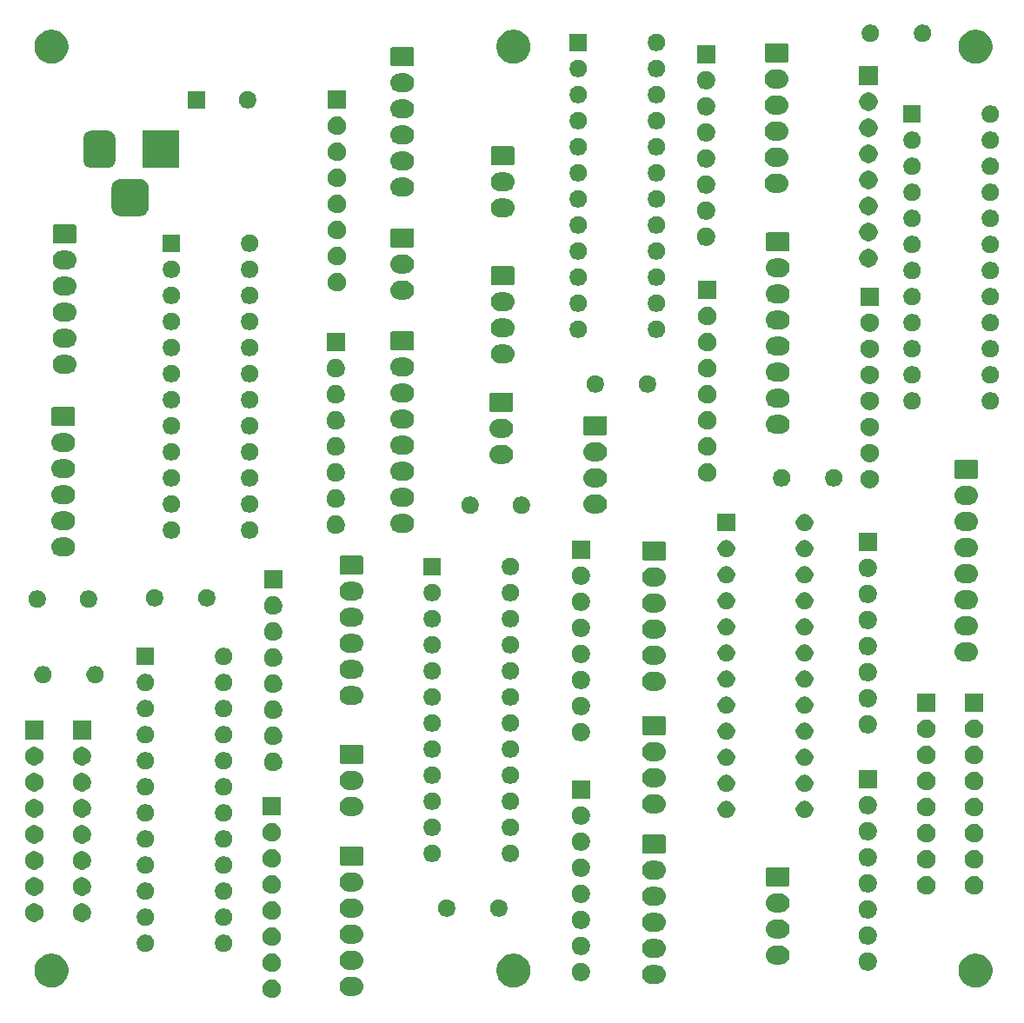
<source format=gbr>
G04 #@! TF.GenerationSoftware,KiCad,Pcbnew,(5.1.5-0-10_14)*
G04 #@! TF.CreationDate,2021-10-24T14:47:42+10:00*
G04 #@! TF.ProjectId,OH - UIP - Led Distribution,4f48202d-2055-4495-9020-2d204c656420,rev?*
G04 #@! TF.SameCoordinates,Original*
G04 #@! TF.FileFunction,Soldermask,Top*
G04 #@! TF.FilePolarity,Negative*
%FSLAX46Y46*%
G04 Gerber Fmt 4.6, Leading zero omitted, Abs format (unit mm)*
G04 Created by KiCad (PCBNEW (5.1.5-0-10_14)) date 2021-10-24 14:47:42*
%MOMM*%
%LPD*%
G04 APERTURE LIST*
%ADD10C,0.100000*%
G04 APERTURE END LIST*
D10*
G36*
X138670512Y-139184927D02*
G01*
X138819812Y-139214624D01*
X138983784Y-139282544D01*
X139131354Y-139381147D01*
X139256853Y-139506646D01*
X139355456Y-139654216D01*
X139423376Y-139818188D01*
X139458000Y-139992259D01*
X139458000Y-140169741D01*
X139423376Y-140343812D01*
X139355456Y-140507784D01*
X139256853Y-140655354D01*
X139131354Y-140780853D01*
X138983784Y-140879456D01*
X138819812Y-140947376D01*
X138670512Y-140977073D01*
X138645742Y-140982000D01*
X138468258Y-140982000D01*
X138443488Y-140977073D01*
X138294188Y-140947376D01*
X138130216Y-140879456D01*
X137982646Y-140780853D01*
X137857147Y-140655354D01*
X137758544Y-140507784D01*
X137690624Y-140343812D01*
X137656000Y-140169741D01*
X137656000Y-139992259D01*
X137690624Y-139818188D01*
X137758544Y-139654216D01*
X137857147Y-139506646D01*
X137982646Y-139381147D01*
X138130216Y-139282544D01*
X138294188Y-139214624D01*
X138443488Y-139184927D01*
X138468258Y-139180000D01*
X138645742Y-139180000D01*
X138670512Y-139184927D01*
G37*
G36*
X146624345Y-138910442D02*
G01*
X146714548Y-138919326D01*
X146888157Y-138971990D01*
X147048156Y-139057511D01*
X147081700Y-139085040D01*
X147188397Y-139172603D01*
X147267729Y-139269271D01*
X147303489Y-139312844D01*
X147389010Y-139472843D01*
X147441674Y-139646452D01*
X147459456Y-139827000D01*
X147441674Y-140007548D01*
X147389010Y-140181157D01*
X147303489Y-140341156D01*
X147267729Y-140384729D01*
X147188397Y-140481397D01*
X147091729Y-140560729D01*
X147048156Y-140596489D01*
X146888157Y-140682010D01*
X146714548Y-140734674D01*
X146624345Y-140743558D01*
X146579245Y-140748000D01*
X146028755Y-140748000D01*
X145983655Y-140743558D01*
X145893452Y-140734674D01*
X145719843Y-140682010D01*
X145559844Y-140596489D01*
X145516271Y-140560729D01*
X145419603Y-140481397D01*
X145340271Y-140384729D01*
X145304511Y-140341156D01*
X145218990Y-140181157D01*
X145166326Y-140007548D01*
X145148544Y-139827000D01*
X145166326Y-139646452D01*
X145218990Y-139472843D01*
X145304511Y-139312844D01*
X145340271Y-139269271D01*
X145419603Y-139172603D01*
X145526300Y-139085040D01*
X145559844Y-139057511D01*
X145719843Y-138971990D01*
X145893452Y-138919326D01*
X145983655Y-138910442D01*
X146028755Y-138906000D01*
X146579245Y-138906000D01*
X146624345Y-138910442D01*
G37*
G36*
X117439886Y-136688456D02*
G01*
X117575579Y-136715447D01*
X117876042Y-136839903D01*
X118146451Y-137020585D01*
X118376415Y-137250549D01*
X118557097Y-137520958D01*
X118681553Y-137821421D01*
X118688361Y-137855646D01*
X118745000Y-138140389D01*
X118745000Y-138465611D01*
X118702702Y-138678256D01*
X118681553Y-138784579D01*
X118631259Y-138906000D01*
X118576518Y-139038157D01*
X118557097Y-139085042D01*
X118376415Y-139355451D01*
X118146451Y-139585415D01*
X117876042Y-139766097D01*
X117575579Y-139890553D01*
X117469256Y-139911702D01*
X117256611Y-139954000D01*
X116931389Y-139954000D01*
X116718744Y-139911702D01*
X116612421Y-139890553D01*
X116311958Y-139766097D01*
X116041549Y-139585415D01*
X115811585Y-139355451D01*
X115630903Y-139085042D01*
X115611483Y-139038157D01*
X115556741Y-138906000D01*
X115506447Y-138784579D01*
X115485298Y-138678256D01*
X115443000Y-138465611D01*
X115443000Y-138140389D01*
X115499639Y-137855646D01*
X115506447Y-137821421D01*
X115630903Y-137520958D01*
X115811585Y-137250549D01*
X116041549Y-137020585D01*
X116311958Y-136839903D01*
X116612421Y-136715447D01*
X116748114Y-136688456D01*
X116931389Y-136652000D01*
X117256611Y-136652000D01*
X117439886Y-136688456D01*
G37*
G36*
X207439886Y-136688456D02*
G01*
X207575579Y-136715447D01*
X207876042Y-136839903D01*
X208146451Y-137020585D01*
X208376415Y-137250549D01*
X208557097Y-137520958D01*
X208681553Y-137821421D01*
X208688361Y-137855646D01*
X208745000Y-138140389D01*
X208745000Y-138465611D01*
X208702702Y-138678256D01*
X208681553Y-138784579D01*
X208631259Y-138906000D01*
X208576518Y-139038157D01*
X208557097Y-139085042D01*
X208376415Y-139355451D01*
X208146451Y-139585415D01*
X207876042Y-139766097D01*
X207575579Y-139890553D01*
X207469256Y-139911702D01*
X207256611Y-139954000D01*
X206931389Y-139954000D01*
X206718744Y-139911702D01*
X206612421Y-139890553D01*
X206311958Y-139766097D01*
X206041549Y-139585415D01*
X205811585Y-139355451D01*
X205630903Y-139085042D01*
X205611483Y-139038157D01*
X205556741Y-138906000D01*
X205506447Y-138784579D01*
X205485298Y-138678256D01*
X205443000Y-138465611D01*
X205443000Y-138140389D01*
X205499639Y-137855646D01*
X205506447Y-137821421D01*
X205630903Y-137520958D01*
X205811585Y-137250549D01*
X206041549Y-137020585D01*
X206311958Y-136839903D01*
X206612421Y-136715447D01*
X206748114Y-136688456D01*
X206931389Y-136652000D01*
X207256611Y-136652000D01*
X207439886Y-136688456D01*
G37*
G36*
X162439886Y-136688456D02*
G01*
X162575579Y-136715447D01*
X162876042Y-136839903D01*
X163146451Y-137020585D01*
X163376415Y-137250549D01*
X163557097Y-137520958D01*
X163681553Y-137821421D01*
X163688361Y-137855646D01*
X163745000Y-138140389D01*
X163745000Y-138465611D01*
X163702702Y-138678256D01*
X163681553Y-138784579D01*
X163631259Y-138906000D01*
X163576518Y-139038157D01*
X163557097Y-139085042D01*
X163376415Y-139355451D01*
X163146451Y-139585415D01*
X162876042Y-139766097D01*
X162575579Y-139890553D01*
X162469256Y-139911702D01*
X162256611Y-139954000D01*
X161931389Y-139954000D01*
X161718744Y-139911702D01*
X161612421Y-139890553D01*
X161311958Y-139766097D01*
X161041549Y-139585415D01*
X160811585Y-139355451D01*
X160630903Y-139085042D01*
X160611483Y-139038157D01*
X160556741Y-138906000D01*
X160506447Y-138784579D01*
X160485298Y-138678256D01*
X160443000Y-138465611D01*
X160443000Y-138140389D01*
X160499639Y-137855646D01*
X160506447Y-137821421D01*
X160630903Y-137520958D01*
X160811585Y-137250549D01*
X161041549Y-137020585D01*
X161311958Y-136839903D01*
X161612421Y-136715447D01*
X161748114Y-136688456D01*
X161931389Y-136652000D01*
X162256611Y-136652000D01*
X162439886Y-136688456D01*
G37*
G36*
X176088345Y-137767442D02*
G01*
X176178548Y-137776326D01*
X176352157Y-137828990D01*
X176512156Y-137914511D01*
X176544915Y-137941396D01*
X176652397Y-138029603D01*
X176721537Y-138113852D01*
X176767489Y-138169844D01*
X176853010Y-138329843D01*
X176905674Y-138503452D01*
X176923456Y-138684000D01*
X176905674Y-138864548D01*
X176853010Y-139038157D01*
X176767489Y-139198156D01*
X176753973Y-139214625D01*
X176652397Y-139338397D01*
X176555729Y-139417729D01*
X176512156Y-139453489D01*
X176352157Y-139539010D01*
X176178548Y-139591674D01*
X176088345Y-139600558D01*
X176043245Y-139605000D01*
X175492755Y-139605000D01*
X175447655Y-139600558D01*
X175357452Y-139591674D01*
X175183843Y-139539010D01*
X175023844Y-139453489D01*
X174980271Y-139417729D01*
X174883603Y-139338397D01*
X174782027Y-139214625D01*
X174768511Y-139198156D01*
X174682990Y-139038157D01*
X174630326Y-138864548D01*
X174612544Y-138684000D01*
X174630326Y-138503452D01*
X174682990Y-138329843D01*
X174768511Y-138169844D01*
X174814463Y-138113852D01*
X174883603Y-138029603D01*
X174991085Y-137941396D01*
X175023844Y-137914511D01*
X175183843Y-137828990D01*
X175357452Y-137776326D01*
X175447655Y-137767442D01*
X175492755Y-137763000D01*
X176043245Y-137763000D01*
X176088345Y-137767442D01*
G37*
G36*
X168769512Y-137533927D02*
G01*
X168918812Y-137563624D01*
X169082784Y-137631544D01*
X169230354Y-137730147D01*
X169355853Y-137855646D01*
X169454456Y-138003216D01*
X169522376Y-138167188D01*
X169544890Y-138280376D01*
X169556642Y-138339456D01*
X169557000Y-138341259D01*
X169557000Y-138518741D01*
X169522376Y-138692812D01*
X169454456Y-138856784D01*
X169355853Y-139004354D01*
X169230354Y-139129853D01*
X169082784Y-139228456D01*
X168918812Y-139296376D01*
X168769512Y-139326073D01*
X168744742Y-139331000D01*
X168567258Y-139331000D01*
X168542488Y-139326073D01*
X168393188Y-139296376D01*
X168229216Y-139228456D01*
X168081646Y-139129853D01*
X167956147Y-139004354D01*
X167857544Y-138856784D01*
X167789624Y-138692812D01*
X167755000Y-138518741D01*
X167755000Y-138341259D01*
X167755359Y-138339456D01*
X167767110Y-138280376D01*
X167789624Y-138167188D01*
X167857544Y-138003216D01*
X167956147Y-137855646D01*
X168081646Y-137730147D01*
X168229216Y-137631544D01*
X168393188Y-137563624D01*
X168542488Y-137533927D01*
X168567258Y-137529000D01*
X168744742Y-137529000D01*
X168769512Y-137533927D01*
G37*
G36*
X138670512Y-136644927D02*
G01*
X138819812Y-136674624D01*
X138983784Y-136742544D01*
X139131354Y-136841147D01*
X139256853Y-136966646D01*
X139355456Y-137114216D01*
X139423376Y-137278188D01*
X139453073Y-137427488D01*
X139458000Y-137452258D01*
X139458000Y-137629742D01*
X139457151Y-137634009D01*
X139423376Y-137803812D01*
X139355456Y-137967784D01*
X139256853Y-138115354D01*
X139131354Y-138240853D01*
X138983784Y-138339456D01*
X138819812Y-138407376D01*
X138670512Y-138437073D01*
X138645742Y-138442000D01*
X138468258Y-138442000D01*
X138443488Y-138437073D01*
X138294188Y-138407376D01*
X138130216Y-138339456D01*
X137982646Y-138240853D01*
X137857147Y-138115354D01*
X137758544Y-137967784D01*
X137690624Y-137803812D01*
X137656849Y-137634009D01*
X137656000Y-137629742D01*
X137656000Y-137452258D01*
X137660927Y-137427488D01*
X137690624Y-137278188D01*
X137758544Y-137114216D01*
X137857147Y-136966646D01*
X137982646Y-136841147D01*
X138130216Y-136742544D01*
X138294188Y-136674624D01*
X138443488Y-136644927D01*
X138468258Y-136640000D01*
X138645742Y-136640000D01*
X138670512Y-136644927D01*
G37*
G36*
X196707420Y-136517511D02*
G01*
X196858812Y-136547624D01*
X197022784Y-136615544D01*
X197170354Y-136714147D01*
X197295853Y-136839646D01*
X197394456Y-136987216D01*
X197462376Y-137151188D01*
X197497000Y-137325259D01*
X197497000Y-137502741D01*
X197462376Y-137676812D01*
X197394456Y-137840784D01*
X197295853Y-137988354D01*
X197170354Y-138113853D01*
X197022784Y-138212456D01*
X196858812Y-138280376D01*
X196709512Y-138310073D01*
X196684742Y-138315000D01*
X196507258Y-138315000D01*
X196482488Y-138310073D01*
X196333188Y-138280376D01*
X196169216Y-138212456D01*
X196021646Y-138113853D01*
X195896147Y-137988354D01*
X195797544Y-137840784D01*
X195729624Y-137676812D01*
X195695000Y-137502741D01*
X195695000Y-137325259D01*
X195729624Y-137151188D01*
X195797544Y-136987216D01*
X195896147Y-136839646D01*
X196021646Y-136714147D01*
X196169216Y-136615544D01*
X196333188Y-136547624D01*
X196484580Y-136517511D01*
X196507258Y-136513000D01*
X196684742Y-136513000D01*
X196707420Y-136517511D01*
G37*
G36*
X146624345Y-136370442D02*
G01*
X146714548Y-136379326D01*
X146888157Y-136431990D01*
X147048156Y-136517511D01*
X147084848Y-136547624D01*
X147188397Y-136632603D01*
X147255317Y-136714147D01*
X147303489Y-136772844D01*
X147389010Y-136932843D01*
X147441674Y-137106452D01*
X147459456Y-137287000D01*
X147441674Y-137467548D01*
X147389010Y-137641157D01*
X147303489Y-137801156D01*
X147286857Y-137821422D01*
X147188397Y-137941397D01*
X147091729Y-138020729D01*
X147048156Y-138056489D01*
X146888157Y-138142010D01*
X146714548Y-138194674D01*
X146624345Y-138203558D01*
X146579245Y-138208000D01*
X146028755Y-138208000D01*
X145983655Y-138203558D01*
X145893452Y-138194674D01*
X145719843Y-138142010D01*
X145559844Y-138056489D01*
X145516271Y-138020729D01*
X145419603Y-137941397D01*
X145321143Y-137821422D01*
X145304511Y-137801156D01*
X145218990Y-137641157D01*
X145166326Y-137467548D01*
X145148544Y-137287000D01*
X145166326Y-137106452D01*
X145218990Y-136932843D01*
X145304511Y-136772844D01*
X145352683Y-136714147D01*
X145419603Y-136632603D01*
X145523152Y-136547624D01*
X145559844Y-136517511D01*
X145719843Y-136431990D01*
X145893452Y-136379326D01*
X145983655Y-136370442D01*
X146028755Y-136366000D01*
X146579245Y-136366000D01*
X146624345Y-136370442D01*
G37*
G36*
X188153345Y-135862442D02*
G01*
X188243548Y-135871326D01*
X188417157Y-135923990D01*
X188577156Y-136009511D01*
X188613206Y-136039097D01*
X188717397Y-136124603D01*
X188796729Y-136221271D01*
X188832489Y-136264844D01*
X188918010Y-136424843D01*
X188970674Y-136598452D01*
X188988456Y-136779000D01*
X188970674Y-136959548D01*
X188918010Y-137133157D01*
X188832489Y-137293156D01*
X188796729Y-137336729D01*
X188717397Y-137433397D01*
X188620729Y-137512729D01*
X188577156Y-137548489D01*
X188417157Y-137634010D01*
X188243548Y-137686674D01*
X188153345Y-137695558D01*
X188108245Y-137700000D01*
X187557755Y-137700000D01*
X187512655Y-137695558D01*
X187422452Y-137686674D01*
X187248843Y-137634010D01*
X187088844Y-137548489D01*
X187045271Y-137512729D01*
X186948603Y-137433397D01*
X186869271Y-137336729D01*
X186833511Y-137293156D01*
X186747990Y-137133157D01*
X186695326Y-136959548D01*
X186677544Y-136779000D01*
X186695326Y-136598452D01*
X186747990Y-136424843D01*
X186833511Y-136264844D01*
X186869271Y-136221271D01*
X186948603Y-136124603D01*
X187052794Y-136039097D01*
X187088844Y-136009511D01*
X187248843Y-135923990D01*
X187422452Y-135871326D01*
X187512655Y-135862442D01*
X187557755Y-135858000D01*
X188108245Y-135858000D01*
X188153345Y-135862442D01*
G37*
G36*
X176088345Y-135227442D02*
G01*
X176178548Y-135236326D01*
X176352157Y-135288990D01*
X176512156Y-135374511D01*
X176528313Y-135387771D01*
X176652397Y-135489603D01*
X176721537Y-135573852D01*
X176767489Y-135629844D01*
X176853010Y-135789843D01*
X176905674Y-135963452D01*
X176923456Y-136144000D01*
X176905674Y-136324548D01*
X176853010Y-136498157D01*
X176767489Y-136658156D01*
X176753973Y-136674625D01*
X176652397Y-136798397D01*
X176555729Y-136877729D01*
X176512156Y-136913489D01*
X176352157Y-136999010D01*
X176178548Y-137051674D01*
X176088345Y-137060558D01*
X176043245Y-137065000D01*
X175492755Y-137065000D01*
X175447655Y-137060558D01*
X175357452Y-137051674D01*
X175183843Y-136999010D01*
X175023844Y-136913489D01*
X174980271Y-136877729D01*
X174883603Y-136798397D01*
X174782027Y-136674625D01*
X174768511Y-136658156D01*
X174682990Y-136498157D01*
X174630326Y-136324548D01*
X174612544Y-136144000D01*
X174630326Y-135963452D01*
X174682990Y-135789843D01*
X174768511Y-135629844D01*
X174814463Y-135573852D01*
X174883603Y-135489603D01*
X175007687Y-135387771D01*
X175023844Y-135374511D01*
X175183843Y-135288990D01*
X175357452Y-135236326D01*
X175447655Y-135227442D01*
X175492755Y-135223000D01*
X176043245Y-135223000D01*
X176088345Y-135227442D01*
G37*
G36*
X168769512Y-134993927D02*
G01*
X168918812Y-135023624D01*
X169082784Y-135091544D01*
X169230354Y-135190147D01*
X169355853Y-135315646D01*
X169454456Y-135463216D01*
X169522376Y-135627188D01*
X169544890Y-135740376D01*
X169556642Y-135799456D01*
X169557000Y-135801259D01*
X169557000Y-135978741D01*
X169522376Y-136152812D01*
X169454456Y-136316784D01*
X169355853Y-136464354D01*
X169230354Y-136589853D01*
X169082784Y-136688456D01*
X168918812Y-136756376D01*
X168769512Y-136786073D01*
X168744742Y-136791000D01*
X168567258Y-136791000D01*
X168542488Y-136786073D01*
X168393188Y-136756376D01*
X168229216Y-136688456D01*
X168081646Y-136589853D01*
X167956147Y-136464354D01*
X167857544Y-136316784D01*
X167789624Y-136152812D01*
X167755000Y-135978741D01*
X167755000Y-135801259D01*
X167755359Y-135799456D01*
X167767110Y-135740376D01*
X167789624Y-135627188D01*
X167857544Y-135463216D01*
X167956147Y-135315646D01*
X168081646Y-135190147D01*
X168229216Y-135091544D01*
X168393188Y-135023624D01*
X168542488Y-134993927D01*
X168567258Y-134989000D01*
X168744742Y-134989000D01*
X168769512Y-134993927D01*
G37*
G36*
X134106228Y-134817703D02*
G01*
X134261100Y-134881853D01*
X134400481Y-134974985D01*
X134519015Y-135093519D01*
X134612147Y-135232900D01*
X134676297Y-135387772D01*
X134709000Y-135552184D01*
X134709000Y-135719816D01*
X134676297Y-135884228D01*
X134612147Y-136039100D01*
X134519015Y-136178481D01*
X134400481Y-136297015D01*
X134261100Y-136390147D01*
X134106228Y-136454297D01*
X133941816Y-136487000D01*
X133774184Y-136487000D01*
X133609772Y-136454297D01*
X133454900Y-136390147D01*
X133315519Y-136297015D01*
X133196985Y-136178481D01*
X133103853Y-136039100D01*
X133039703Y-135884228D01*
X133007000Y-135719816D01*
X133007000Y-135552184D01*
X133039703Y-135387772D01*
X133103853Y-135232900D01*
X133196985Y-135093519D01*
X133315519Y-134974985D01*
X133454900Y-134881853D01*
X133609772Y-134817703D01*
X133774184Y-134785000D01*
X133941816Y-134785000D01*
X134106228Y-134817703D01*
G37*
G36*
X126486228Y-134817703D02*
G01*
X126641100Y-134881853D01*
X126780481Y-134974985D01*
X126899015Y-135093519D01*
X126992147Y-135232900D01*
X127056297Y-135387772D01*
X127089000Y-135552184D01*
X127089000Y-135719816D01*
X127056297Y-135884228D01*
X126992147Y-136039100D01*
X126899015Y-136178481D01*
X126780481Y-136297015D01*
X126641100Y-136390147D01*
X126486228Y-136454297D01*
X126321816Y-136487000D01*
X126154184Y-136487000D01*
X125989772Y-136454297D01*
X125834900Y-136390147D01*
X125695519Y-136297015D01*
X125576985Y-136178481D01*
X125483853Y-136039100D01*
X125419703Y-135884228D01*
X125387000Y-135719816D01*
X125387000Y-135552184D01*
X125419703Y-135387772D01*
X125483853Y-135232900D01*
X125576985Y-135093519D01*
X125695519Y-134974985D01*
X125834900Y-134881853D01*
X125989772Y-134817703D01*
X126154184Y-134785000D01*
X126321816Y-134785000D01*
X126486228Y-134817703D01*
G37*
G36*
X138670512Y-134104927D02*
G01*
X138819812Y-134134624D01*
X138983784Y-134202544D01*
X139131354Y-134301147D01*
X139256853Y-134426646D01*
X139355456Y-134574216D01*
X139423376Y-134738188D01*
X139451952Y-134881852D01*
X139458000Y-134912258D01*
X139458000Y-135089742D01*
X139457249Y-135093519D01*
X139423376Y-135263812D01*
X139355456Y-135427784D01*
X139256853Y-135575354D01*
X139131354Y-135700853D01*
X138983784Y-135799456D01*
X138819812Y-135867376D01*
X138670512Y-135897073D01*
X138645742Y-135902000D01*
X138468258Y-135902000D01*
X138443488Y-135897073D01*
X138294188Y-135867376D01*
X138130216Y-135799456D01*
X137982646Y-135700853D01*
X137857147Y-135575354D01*
X137758544Y-135427784D01*
X137690624Y-135263812D01*
X137656751Y-135093519D01*
X137656000Y-135089742D01*
X137656000Y-134912258D01*
X137662048Y-134881852D01*
X137690624Y-134738188D01*
X137758544Y-134574216D01*
X137857147Y-134426646D01*
X137982646Y-134301147D01*
X138130216Y-134202544D01*
X138294188Y-134134624D01*
X138443488Y-134104927D01*
X138468258Y-134100000D01*
X138645742Y-134100000D01*
X138670512Y-134104927D01*
G37*
G36*
X196707420Y-133977511D02*
G01*
X196858812Y-134007624D01*
X197022784Y-134075544D01*
X197170354Y-134174147D01*
X197295853Y-134299646D01*
X197394456Y-134447216D01*
X197462376Y-134611188D01*
X197487637Y-134738188D01*
X197496949Y-134785000D01*
X197497000Y-134785259D01*
X197497000Y-134962741D01*
X197462376Y-135136812D01*
X197394456Y-135300784D01*
X197295853Y-135448354D01*
X197170354Y-135573853D01*
X197022784Y-135672456D01*
X196858812Y-135740376D01*
X196709512Y-135770073D01*
X196684742Y-135775000D01*
X196507258Y-135775000D01*
X196482488Y-135770073D01*
X196333188Y-135740376D01*
X196169216Y-135672456D01*
X196021646Y-135573853D01*
X195896147Y-135448354D01*
X195797544Y-135300784D01*
X195729624Y-135136812D01*
X195695000Y-134962741D01*
X195695000Y-134785259D01*
X195695052Y-134785000D01*
X195704363Y-134738188D01*
X195729624Y-134611188D01*
X195797544Y-134447216D01*
X195896147Y-134299646D01*
X196021646Y-134174147D01*
X196169216Y-134075544D01*
X196333188Y-134007624D01*
X196484580Y-133977511D01*
X196507258Y-133973000D01*
X196684742Y-133973000D01*
X196707420Y-133977511D01*
G37*
G36*
X146624345Y-133830442D02*
G01*
X146714548Y-133839326D01*
X146888157Y-133891990D01*
X147048156Y-133977511D01*
X147084848Y-134007624D01*
X147188397Y-134092603D01*
X147255317Y-134174147D01*
X147303489Y-134232844D01*
X147389010Y-134392843D01*
X147441674Y-134566452D01*
X147459456Y-134747000D01*
X147441674Y-134927548D01*
X147389010Y-135101157D01*
X147303489Y-135261156D01*
X147280646Y-135288990D01*
X147188397Y-135401397D01*
X147091729Y-135480729D01*
X147048156Y-135516489D01*
X146888157Y-135602010D01*
X146714548Y-135654674D01*
X146624345Y-135663558D01*
X146579245Y-135668000D01*
X146028755Y-135668000D01*
X145983655Y-135663558D01*
X145893452Y-135654674D01*
X145719843Y-135602010D01*
X145559844Y-135516489D01*
X145516271Y-135480729D01*
X145419603Y-135401397D01*
X145327354Y-135288990D01*
X145304511Y-135261156D01*
X145218990Y-135101157D01*
X145166326Y-134927548D01*
X145148544Y-134747000D01*
X145166326Y-134566452D01*
X145218990Y-134392843D01*
X145304511Y-134232844D01*
X145352683Y-134174147D01*
X145419603Y-134092603D01*
X145523152Y-134007624D01*
X145559844Y-133977511D01*
X145719843Y-133891990D01*
X145893452Y-133839326D01*
X145983655Y-133830442D01*
X146028755Y-133826000D01*
X146579245Y-133826000D01*
X146624345Y-133830442D01*
G37*
G36*
X188153345Y-133322442D02*
G01*
X188243548Y-133331326D01*
X188417157Y-133383990D01*
X188577156Y-133469511D01*
X188613206Y-133499097D01*
X188717397Y-133584603D01*
X188796729Y-133681271D01*
X188832489Y-133724844D01*
X188918010Y-133884843D01*
X188970674Y-134058452D01*
X188988456Y-134239000D01*
X188970674Y-134419548D01*
X188918010Y-134593157D01*
X188832489Y-134753156D01*
X188796729Y-134796729D01*
X188717397Y-134893397D01*
X188620729Y-134972729D01*
X188577156Y-135008489D01*
X188417157Y-135094010D01*
X188243548Y-135146674D01*
X188153345Y-135155558D01*
X188108245Y-135160000D01*
X187557755Y-135160000D01*
X187512655Y-135155558D01*
X187422452Y-135146674D01*
X187248843Y-135094010D01*
X187088844Y-135008489D01*
X187045271Y-134972729D01*
X186948603Y-134893397D01*
X186869271Y-134796729D01*
X186833511Y-134753156D01*
X186747990Y-134593157D01*
X186695326Y-134419548D01*
X186677544Y-134239000D01*
X186695326Y-134058452D01*
X186747990Y-133884843D01*
X186833511Y-133724844D01*
X186869271Y-133681271D01*
X186948603Y-133584603D01*
X187052794Y-133499097D01*
X187088844Y-133469511D01*
X187248843Y-133383990D01*
X187422452Y-133331326D01*
X187512655Y-133322442D01*
X187557755Y-133318000D01*
X188108245Y-133318000D01*
X188153345Y-133322442D01*
G37*
G36*
X176088345Y-132687442D02*
G01*
X176178548Y-132696326D01*
X176352157Y-132748990D01*
X176512156Y-132834511D01*
X176528313Y-132847771D01*
X176652397Y-132949603D01*
X176721537Y-133033852D01*
X176767489Y-133089844D01*
X176853010Y-133249843D01*
X176905674Y-133423452D01*
X176923456Y-133604000D01*
X176905674Y-133784548D01*
X176853010Y-133958157D01*
X176767489Y-134118156D01*
X176753973Y-134134625D01*
X176652397Y-134258397D01*
X176555729Y-134337729D01*
X176512156Y-134373489D01*
X176352157Y-134459010D01*
X176178548Y-134511674D01*
X176088345Y-134520558D01*
X176043245Y-134525000D01*
X175492755Y-134525000D01*
X175447655Y-134520558D01*
X175357452Y-134511674D01*
X175183843Y-134459010D01*
X175023844Y-134373489D01*
X174980271Y-134337729D01*
X174883603Y-134258397D01*
X174782027Y-134134625D01*
X174768511Y-134118156D01*
X174682990Y-133958157D01*
X174630326Y-133784548D01*
X174612544Y-133604000D01*
X174630326Y-133423452D01*
X174682990Y-133249843D01*
X174768511Y-133089844D01*
X174814463Y-133033852D01*
X174883603Y-132949603D01*
X175007687Y-132847771D01*
X175023844Y-132834511D01*
X175183843Y-132748990D01*
X175357452Y-132696326D01*
X175447655Y-132687442D01*
X175492755Y-132683000D01*
X176043245Y-132683000D01*
X176088345Y-132687442D01*
G37*
G36*
X168769512Y-132453927D02*
G01*
X168918812Y-132483624D01*
X169082784Y-132551544D01*
X169230354Y-132650147D01*
X169355853Y-132775646D01*
X169454456Y-132923216D01*
X169522376Y-133087188D01*
X169544890Y-133200376D01*
X169556642Y-133259456D01*
X169557000Y-133261259D01*
X169557000Y-133438741D01*
X169522376Y-133612812D01*
X169454456Y-133776784D01*
X169355853Y-133924354D01*
X169230354Y-134049853D01*
X169082784Y-134148456D01*
X168918812Y-134216376D01*
X168769512Y-134246073D01*
X168744742Y-134251000D01*
X168567258Y-134251000D01*
X168542488Y-134246073D01*
X168393188Y-134216376D01*
X168229216Y-134148456D01*
X168081646Y-134049853D01*
X167956147Y-133924354D01*
X167857544Y-133776784D01*
X167789624Y-133612812D01*
X167755000Y-133438741D01*
X167755000Y-133261259D01*
X167755359Y-133259456D01*
X167767110Y-133200376D01*
X167789624Y-133087188D01*
X167857544Y-132923216D01*
X167956147Y-132775646D01*
X168081646Y-132650147D01*
X168229216Y-132551544D01*
X168393188Y-132483624D01*
X168542488Y-132453927D01*
X168567258Y-132449000D01*
X168744742Y-132449000D01*
X168769512Y-132453927D01*
G37*
G36*
X134106228Y-132277703D02*
G01*
X134261100Y-132341853D01*
X134400481Y-132434985D01*
X134519015Y-132553519D01*
X134612147Y-132692900D01*
X134676297Y-132847772D01*
X134709000Y-133012184D01*
X134709000Y-133179816D01*
X134676297Y-133344228D01*
X134612147Y-133499100D01*
X134519015Y-133638481D01*
X134400481Y-133757015D01*
X134261100Y-133850147D01*
X134106228Y-133914297D01*
X133941816Y-133947000D01*
X133774184Y-133947000D01*
X133609772Y-133914297D01*
X133454900Y-133850147D01*
X133315519Y-133757015D01*
X133196985Y-133638481D01*
X133103853Y-133499100D01*
X133039703Y-133344228D01*
X133007000Y-133179816D01*
X133007000Y-133012184D01*
X133039703Y-132847772D01*
X133103853Y-132692900D01*
X133196985Y-132553519D01*
X133315519Y-132434985D01*
X133454900Y-132341853D01*
X133609772Y-132277703D01*
X133774184Y-132245000D01*
X133941816Y-132245000D01*
X134106228Y-132277703D01*
G37*
G36*
X126486228Y-132277703D02*
G01*
X126641100Y-132341853D01*
X126780481Y-132434985D01*
X126899015Y-132553519D01*
X126992147Y-132692900D01*
X127056297Y-132847772D01*
X127089000Y-133012184D01*
X127089000Y-133179816D01*
X127056297Y-133344228D01*
X126992147Y-133499100D01*
X126899015Y-133638481D01*
X126780481Y-133757015D01*
X126641100Y-133850147D01*
X126486228Y-133914297D01*
X126321816Y-133947000D01*
X126154184Y-133947000D01*
X125989772Y-133914297D01*
X125834900Y-133850147D01*
X125695519Y-133757015D01*
X125576985Y-133638481D01*
X125483853Y-133499100D01*
X125419703Y-133344228D01*
X125387000Y-133179816D01*
X125387000Y-133012184D01*
X125419703Y-132847772D01*
X125483853Y-132692900D01*
X125576985Y-132553519D01*
X125695519Y-132434985D01*
X125834900Y-132341853D01*
X125989772Y-132277703D01*
X126154184Y-132245000D01*
X126321816Y-132245000D01*
X126486228Y-132277703D01*
G37*
G36*
X120171512Y-131755927D02*
G01*
X120320812Y-131785624D01*
X120484784Y-131853544D01*
X120632354Y-131952147D01*
X120757853Y-132077646D01*
X120856456Y-132225216D01*
X120924376Y-132389188D01*
X120959000Y-132563259D01*
X120959000Y-132740741D01*
X120924376Y-132914812D01*
X120856456Y-133078784D01*
X120757853Y-133226354D01*
X120632354Y-133351853D01*
X120484784Y-133450456D01*
X120320812Y-133518376D01*
X120171512Y-133548073D01*
X120146742Y-133553000D01*
X119969258Y-133553000D01*
X119944488Y-133548073D01*
X119795188Y-133518376D01*
X119631216Y-133450456D01*
X119483646Y-133351853D01*
X119358147Y-133226354D01*
X119259544Y-133078784D01*
X119191624Y-132914812D01*
X119157000Y-132740741D01*
X119157000Y-132563259D01*
X119191624Y-132389188D01*
X119259544Y-132225216D01*
X119358147Y-132077646D01*
X119483646Y-131952147D01*
X119631216Y-131853544D01*
X119795188Y-131785624D01*
X119944488Y-131755927D01*
X119969258Y-131751000D01*
X120146742Y-131751000D01*
X120171512Y-131755927D01*
G37*
G36*
X115521512Y-131755927D02*
G01*
X115670812Y-131785624D01*
X115834784Y-131853544D01*
X115982354Y-131952147D01*
X116107853Y-132077646D01*
X116206456Y-132225216D01*
X116274376Y-132389188D01*
X116309000Y-132563259D01*
X116309000Y-132740741D01*
X116274376Y-132914812D01*
X116206456Y-133078784D01*
X116107853Y-133226354D01*
X115982354Y-133351853D01*
X115834784Y-133450456D01*
X115670812Y-133518376D01*
X115521512Y-133548073D01*
X115496742Y-133553000D01*
X115319258Y-133553000D01*
X115294488Y-133548073D01*
X115145188Y-133518376D01*
X114981216Y-133450456D01*
X114833646Y-133351853D01*
X114708147Y-133226354D01*
X114609544Y-133078784D01*
X114541624Y-132914812D01*
X114507000Y-132740741D01*
X114507000Y-132563259D01*
X114541624Y-132389188D01*
X114609544Y-132225216D01*
X114708147Y-132077646D01*
X114833646Y-131952147D01*
X114981216Y-131853544D01*
X115145188Y-131785624D01*
X115294488Y-131755927D01*
X115319258Y-131751000D01*
X115496742Y-131751000D01*
X115521512Y-131755927D01*
G37*
G36*
X138670512Y-131564927D02*
G01*
X138819812Y-131594624D01*
X138983784Y-131662544D01*
X139131354Y-131761147D01*
X139256853Y-131886646D01*
X139355456Y-132034216D01*
X139423376Y-132198188D01*
X139441800Y-132290815D01*
X139458000Y-132372258D01*
X139458000Y-132549742D01*
X139457249Y-132553519D01*
X139423376Y-132723812D01*
X139355456Y-132887784D01*
X139256853Y-133035354D01*
X139131354Y-133160853D01*
X138983784Y-133259456D01*
X138819812Y-133327376D01*
X138670512Y-133357073D01*
X138645742Y-133362000D01*
X138468258Y-133362000D01*
X138443488Y-133357073D01*
X138294188Y-133327376D01*
X138130216Y-133259456D01*
X137982646Y-133160853D01*
X137857147Y-133035354D01*
X137758544Y-132887784D01*
X137690624Y-132723812D01*
X137656751Y-132553519D01*
X137656000Y-132549742D01*
X137656000Y-132372258D01*
X137672200Y-132290815D01*
X137690624Y-132198188D01*
X137758544Y-132034216D01*
X137857147Y-131886646D01*
X137982646Y-131761147D01*
X138130216Y-131662544D01*
X138294188Y-131594624D01*
X138443488Y-131564927D01*
X138468258Y-131560000D01*
X138645742Y-131560000D01*
X138670512Y-131564927D01*
G37*
G36*
X196707420Y-131437511D02*
G01*
X196858812Y-131467624D01*
X197022784Y-131535544D01*
X197170354Y-131634147D01*
X197295853Y-131759646D01*
X197394456Y-131907216D01*
X197462376Y-132071188D01*
X197487637Y-132198188D01*
X197496949Y-132245000D01*
X197497000Y-132245259D01*
X197497000Y-132422741D01*
X197462376Y-132596812D01*
X197394456Y-132760784D01*
X197295853Y-132908354D01*
X197170354Y-133033853D01*
X197022784Y-133132456D01*
X196858812Y-133200376D01*
X196728208Y-133226354D01*
X196684742Y-133235000D01*
X196507258Y-133235000D01*
X196463792Y-133226354D01*
X196333188Y-133200376D01*
X196169216Y-133132456D01*
X196021646Y-133033853D01*
X195896147Y-132908354D01*
X195797544Y-132760784D01*
X195729624Y-132596812D01*
X195695000Y-132422741D01*
X195695000Y-132245259D01*
X195695052Y-132245000D01*
X195704363Y-132198188D01*
X195729624Y-132071188D01*
X195797544Y-131907216D01*
X195896147Y-131759646D01*
X196021646Y-131634147D01*
X196169216Y-131535544D01*
X196333188Y-131467624D01*
X196484580Y-131437511D01*
X196507258Y-131433000D01*
X196684742Y-131433000D01*
X196707420Y-131437511D01*
G37*
G36*
X146624345Y-131290442D02*
G01*
X146714548Y-131299326D01*
X146888157Y-131351990D01*
X147048156Y-131437511D01*
X147066850Y-131452853D01*
X147188397Y-131552603D01*
X147255317Y-131634147D01*
X147303489Y-131692844D01*
X147389010Y-131852843D01*
X147441674Y-132026452D01*
X147459456Y-132207000D01*
X147441674Y-132387548D01*
X147391178Y-132554009D01*
X147389009Y-132561159D01*
X147379229Y-132579456D01*
X147303489Y-132721156D01*
X147287415Y-132740742D01*
X147188397Y-132861397D01*
X147091729Y-132940729D01*
X147048156Y-132976489D01*
X146888157Y-133062010D01*
X146714548Y-133114674D01*
X146624345Y-133123558D01*
X146579245Y-133128000D01*
X146028755Y-133128000D01*
X145983655Y-133123558D01*
X145893452Y-133114674D01*
X145719843Y-133062010D01*
X145559844Y-132976489D01*
X145516271Y-132940729D01*
X145419603Y-132861397D01*
X145320585Y-132740742D01*
X145304511Y-132721156D01*
X145228771Y-132579456D01*
X145218991Y-132561159D01*
X145216822Y-132554009D01*
X145166326Y-132387548D01*
X145148544Y-132207000D01*
X145166326Y-132026452D01*
X145218990Y-131852843D01*
X145304511Y-131692844D01*
X145352683Y-131634147D01*
X145419603Y-131552603D01*
X145541150Y-131452853D01*
X145559844Y-131437511D01*
X145719843Y-131351990D01*
X145893452Y-131299326D01*
X145983655Y-131290442D01*
X146028755Y-131286000D01*
X146579245Y-131286000D01*
X146624345Y-131290442D01*
G37*
G36*
X160903228Y-131388703D02*
G01*
X161058100Y-131452853D01*
X161197481Y-131545985D01*
X161316015Y-131664519D01*
X161409147Y-131803900D01*
X161473297Y-131958772D01*
X161506000Y-132123184D01*
X161506000Y-132290816D01*
X161473297Y-132455228D01*
X161409147Y-132610100D01*
X161316015Y-132749481D01*
X161197481Y-132868015D01*
X161058100Y-132961147D01*
X160903228Y-133025297D01*
X160738816Y-133058000D01*
X160571184Y-133058000D01*
X160406772Y-133025297D01*
X160251900Y-132961147D01*
X160112519Y-132868015D01*
X159993985Y-132749481D01*
X159900853Y-132610100D01*
X159836703Y-132455228D01*
X159804000Y-132290816D01*
X159804000Y-132123184D01*
X159836703Y-131958772D01*
X159900853Y-131803900D01*
X159993985Y-131664519D01*
X160112519Y-131545985D01*
X160251900Y-131452853D01*
X160406772Y-131388703D01*
X160571184Y-131356000D01*
X160738816Y-131356000D01*
X160903228Y-131388703D01*
G37*
G36*
X155823228Y-131388703D02*
G01*
X155978100Y-131452853D01*
X156117481Y-131545985D01*
X156236015Y-131664519D01*
X156329147Y-131803900D01*
X156393297Y-131958772D01*
X156426000Y-132123184D01*
X156426000Y-132290816D01*
X156393297Y-132455228D01*
X156329147Y-132610100D01*
X156236015Y-132749481D01*
X156117481Y-132868015D01*
X155978100Y-132961147D01*
X155823228Y-133025297D01*
X155658816Y-133058000D01*
X155491184Y-133058000D01*
X155326772Y-133025297D01*
X155171900Y-132961147D01*
X155032519Y-132868015D01*
X154913985Y-132749481D01*
X154820853Y-132610100D01*
X154756703Y-132455228D01*
X154724000Y-132290816D01*
X154724000Y-132123184D01*
X154756703Y-131958772D01*
X154820853Y-131803900D01*
X154913985Y-131664519D01*
X155032519Y-131545985D01*
X155171900Y-131452853D01*
X155326772Y-131388703D01*
X155491184Y-131356000D01*
X155658816Y-131356000D01*
X155823228Y-131388703D01*
G37*
G36*
X188153345Y-130782442D02*
G01*
X188243548Y-130791326D01*
X188417157Y-130843990D01*
X188577156Y-130929511D01*
X188613206Y-130959097D01*
X188717397Y-131044603D01*
X188796729Y-131141271D01*
X188832489Y-131184844D01*
X188918010Y-131344843D01*
X188970674Y-131518452D01*
X188988456Y-131699000D01*
X188970674Y-131879548D01*
X188918010Y-132053157D01*
X188832489Y-132213156D01*
X188796729Y-132256729D01*
X188717397Y-132353397D01*
X188620729Y-132432729D01*
X188577156Y-132468489D01*
X188417157Y-132554010D01*
X188243548Y-132606674D01*
X188153345Y-132615558D01*
X188108245Y-132620000D01*
X187557755Y-132620000D01*
X187512655Y-132615558D01*
X187422452Y-132606674D01*
X187248843Y-132554010D01*
X187088844Y-132468489D01*
X187045271Y-132432729D01*
X186948603Y-132353397D01*
X186869271Y-132256729D01*
X186833511Y-132213156D01*
X186747990Y-132053157D01*
X186695326Y-131879548D01*
X186677544Y-131699000D01*
X186695326Y-131518452D01*
X186747990Y-131344843D01*
X186833511Y-131184844D01*
X186869271Y-131141271D01*
X186948603Y-131044603D01*
X187052794Y-130959097D01*
X187088844Y-130929511D01*
X187248843Y-130843990D01*
X187422452Y-130791326D01*
X187512655Y-130782442D01*
X187557755Y-130778000D01*
X188108245Y-130778000D01*
X188153345Y-130782442D01*
G37*
G36*
X176088345Y-130147442D02*
G01*
X176178548Y-130156326D01*
X176352157Y-130208990D01*
X176512156Y-130294511D01*
X176528313Y-130307771D01*
X176652397Y-130409603D01*
X176721537Y-130493852D01*
X176767489Y-130549844D01*
X176853010Y-130709843D01*
X176905674Y-130883452D01*
X176923456Y-131064000D01*
X176905674Y-131244548D01*
X176853010Y-131418157D01*
X176767489Y-131578156D01*
X176753973Y-131594625D01*
X176652397Y-131718397D01*
X176570479Y-131785624D01*
X176512156Y-131833489D01*
X176352157Y-131919010D01*
X176178548Y-131971674D01*
X176088345Y-131980558D01*
X176043245Y-131985000D01*
X175492755Y-131985000D01*
X175447655Y-131980558D01*
X175357452Y-131971674D01*
X175183843Y-131919010D01*
X175023844Y-131833489D01*
X174965521Y-131785624D01*
X174883603Y-131718397D01*
X174782027Y-131594625D01*
X174768511Y-131578156D01*
X174682990Y-131418157D01*
X174630326Y-131244548D01*
X174612544Y-131064000D01*
X174630326Y-130883452D01*
X174682990Y-130709843D01*
X174768511Y-130549844D01*
X174814463Y-130493852D01*
X174883603Y-130409603D01*
X175007687Y-130307771D01*
X175023844Y-130294511D01*
X175183843Y-130208990D01*
X175357452Y-130156326D01*
X175447655Y-130147442D01*
X175492755Y-130143000D01*
X176043245Y-130143000D01*
X176088345Y-130147442D01*
G37*
G36*
X168769512Y-129913927D02*
G01*
X168918812Y-129943624D01*
X169082784Y-130011544D01*
X169230354Y-130110147D01*
X169355853Y-130235646D01*
X169454456Y-130383216D01*
X169522376Y-130547188D01*
X169544890Y-130660376D01*
X169556642Y-130719456D01*
X169557000Y-130721259D01*
X169557000Y-130898741D01*
X169522376Y-131072812D01*
X169454456Y-131236784D01*
X169355853Y-131384354D01*
X169230354Y-131509853D01*
X169082784Y-131608456D01*
X168918812Y-131676376D01*
X168769512Y-131706073D01*
X168744742Y-131711000D01*
X168567258Y-131711000D01*
X168542488Y-131706073D01*
X168393188Y-131676376D01*
X168229216Y-131608456D01*
X168081646Y-131509853D01*
X167956147Y-131384354D01*
X167857544Y-131236784D01*
X167789624Y-131072812D01*
X167755000Y-130898741D01*
X167755000Y-130721259D01*
X167755359Y-130719456D01*
X167767110Y-130660376D01*
X167789624Y-130547188D01*
X167857544Y-130383216D01*
X167956147Y-130235646D01*
X168081646Y-130110147D01*
X168229216Y-130011544D01*
X168393188Y-129943624D01*
X168542488Y-129913927D01*
X168567258Y-129909000D01*
X168744742Y-129909000D01*
X168769512Y-129913927D01*
G37*
G36*
X126486228Y-129737703D02*
G01*
X126641100Y-129801853D01*
X126780481Y-129894985D01*
X126899015Y-130013519D01*
X126992147Y-130152900D01*
X127056297Y-130307772D01*
X127089000Y-130472184D01*
X127089000Y-130639816D01*
X127056297Y-130804228D01*
X126992147Y-130959100D01*
X126899015Y-131098481D01*
X126780481Y-131217015D01*
X126641100Y-131310147D01*
X126486228Y-131374297D01*
X126321816Y-131407000D01*
X126154184Y-131407000D01*
X125989772Y-131374297D01*
X125834900Y-131310147D01*
X125695519Y-131217015D01*
X125576985Y-131098481D01*
X125483853Y-130959100D01*
X125419703Y-130804228D01*
X125387000Y-130639816D01*
X125387000Y-130472184D01*
X125419703Y-130307772D01*
X125483853Y-130152900D01*
X125576985Y-130013519D01*
X125695519Y-129894985D01*
X125834900Y-129801853D01*
X125989772Y-129737703D01*
X126154184Y-129705000D01*
X126321816Y-129705000D01*
X126486228Y-129737703D01*
G37*
G36*
X134106228Y-129737703D02*
G01*
X134261100Y-129801853D01*
X134400481Y-129894985D01*
X134519015Y-130013519D01*
X134612147Y-130152900D01*
X134676297Y-130307772D01*
X134709000Y-130472184D01*
X134709000Y-130639816D01*
X134676297Y-130804228D01*
X134612147Y-130959100D01*
X134519015Y-131098481D01*
X134400481Y-131217015D01*
X134261100Y-131310147D01*
X134106228Y-131374297D01*
X133941816Y-131407000D01*
X133774184Y-131407000D01*
X133609772Y-131374297D01*
X133454900Y-131310147D01*
X133315519Y-131217015D01*
X133196985Y-131098481D01*
X133103853Y-130959100D01*
X133039703Y-130804228D01*
X133007000Y-130639816D01*
X133007000Y-130472184D01*
X133039703Y-130307772D01*
X133103853Y-130152900D01*
X133196985Y-130013519D01*
X133315519Y-129894985D01*
X133454900Y-129801853D01*
X133609772Y-129737703D01*
X133774184Y-129705000D01*
X133941816Y-129705000D01*
X134106228Y-129737703D01*
G37*
G36*
X115521512Y-129215927D02*
G01*
X115670812Y-129245624D01*
X115834784Y-129313544D01*
X115982354Y-129412147D01*
X116107853Y-129537646D01*
X116206456Y-129685216D01*
X116274376Y-129849188D01*
X116309000Y-130023259D01*
X116309000Y-130200741D01*
X116274376Y-130374812D01*
X116206456Y-130538784D01*
X116107853Y-130686354D01*
X115982354Y-130811853D01*
X115834784Y-130910456D01*
X115670812Y-130978376D01*
X115521512Y-131008073D01*
X115496742Y-131013000D01*
X115319258Y-131013000D01*
X115294488Y-131008073D01*
X115145188Y-130978376D01*
X114981216Y-130910456D01*
X114833646Y-130811853D01*
X114708147Y-130686354D01*
X114609544Y-130538784D01*
X114541624Y-130374812D01*
X114507000Y-130200741D01*
X114507000Y-130023259D01*
X114541624Y-129849188D01*
X114609544Y-129685216D01*
X114708147Y-129537646D01*
X114833646Y-129412147D01*
X114981216Y-129313544D01*
X115145188Y-129245624D01*
X115294488Y-129215927D01*
X115319258Y-129211000D01*
X115496742Y-129211000D01*
X115521512Y-129215927D01*
G37*
G36*
X120171512Y-129215927D02*
G01*
X120320812Y-129245624D01*
X120484784Y-129313544D01*
X120632354Y-129412147D01*
X120757853Y-129537646D01*
X120856456Y-129685216D01*
X120924376Y-129849188D01*
X120959000Y-130023259D01*
X120959000Y-130200741D01*
X120924376Y-130374812D01*
X120856456Y-130538784D01*
X120757853Y-130686354D01*
X120632354Y-130811853D01*
X120484784Y-130910456D01*
X120320812Y-130978376D01*
X120171512Y-131008073D01*
X120146742Y-131013000D01*
X119969258Y-131013000D01*
X119944488Y-131008073D01*
X119795188Y-130978376D01*
X119631216Y-130910456D01*
X119483646Y-130811853D01*
X119358147Y-130686354D01*
X119259544Y-130538784D01*
X119191624Y-130374812D01*
X119157000Y-130200741D01*
X119157000Y-130023259D01*
X119191624Y-129849188D01*
X119259544Y-129685216D01*
X119358147Y-129537646D01*
X119483646Y-129412147D01*
X119631216Y-129313544D01*
X119795188Y-129245624D01*
X119944488Y-129215927D01*
X119969258Y-129211000D01*
X120146742Y-129211000D01*
X120171512Y-129215927D01*
G37*
G36*
X202424512Y-129087927D02*
G01*
X202573812Y-129117624D01*
X202737784Y-129185544D01*
X202885354Y-129284147D01*
X203010853Y-129409646D01*
X203109456Y-129557216D01*
X203177376Y-129721188D01*
X203207073Y-129870488D01*
X203211946Y-129894985D01*
X203212000Y-129895259D01*
X203212000Y-130072741D01*
X203177376Y-130246812D01*
X203109456Y-130410784D01*
X203010853Y-130558354D01*
X202885354Y-130683853D01*
X202737784Y-130782456D01*
X202573812Y-130850376D01*
X202424512Y-130880073D01*
X202399742Y-130885000D01*
X202222258Y-130885000D01*
X202197488Y-130880073D01*
X202048188Y-130850376D01*
X201884216Y-130782456D01*
X201736646Y-130683853D01*
X201611147Y-130558354D01*
X201512544Y-130410784D01*
X201444624Y-130246812D01*
X201410000Y-130072741D01*
X201410000Y-129895259D01*
X201410055Y-129894985D01*
X201414927Y-129870488D01*
X201444624Y-129721188D01*
X201512544Y-129557216D01*
X201611147Y-129409646D01*
X201736646Y-129284147D01*
X201884216Y-129185544D01*
X202048188Y-129117624D01*
X202197488Y-129087927D01*
X202222258Y-129083000D01*
X202399742Y-129083000D01*
X202424512Y-129087927D01*
G37*
G36*
X207074512Y-129087927D02*
G01*
X207223812Y-129117624D01*
X207387784Y-129185544D01*
X207535354Y-129284147D01*
X207660853Y-129409646D01*
X207759456Y-129557216D01*
X207827376Y-129721188D01*
X207857073Y-129870488D01*
X207861946Y-129894985D01*
X207862000Y-129895259D01*
X207862000Y-130072741D01*
X207827376Y-130246812D01*
X207759456Y-130410784D01*
X207660853Y-130558354D01*
X207535354Y-130683853D01*
X207387784Y-130782456D01*
X207223812Y-130850376D01*
X207074512Y-130880073D01*
X207049742Y-130885000D01*
X206872258Y-130885000D01*
X206847488Y-130880073D01*
X206698188Y-130850376D01*
X206534216Y-130782456D01*
X206386646Y-130683853D01*
X206261147Y-130558354D01*
X206162544Y-130410784D01*
X206094624Y-130246812D01*
X206060000Y-130072741D01*
X206060000Y-129895259D01*
X206060055Y-129894985D01*
X206064927Y-129870488D01*
X206094624Y-129721188D01*
X206162544Y-129557216D01*
X206261147Y-129409646D01*
X206386646Y-129284147D01*
X206534216Y-129185544D01*
X206698188Y-129117624D01*
X206847488Y-129087927D01*
X206872258Y-129083000D01*
X207049742Y-129083000D01*
X207074512Y-129087927D01*
G37*
G36*
X138670512Y-129024927D02*
G01*
X138819812Y-129054624D01*
X138983784Y-129122544D01*
X139131354Y-129221147D01*
X139256853Y-129346646D01*
X139355456Y-129494216D01*
X139423376Y-129658188D01*
X139451952Y-129801852D01*
X139458000Y-129832258D01*
X139458000Y-130009742D01*
X139457249Y-130013519D01*
X139423376Y-130183812D01*
X139355456Y-130347784D01*
X139256853Y-130495354D01*
X139131354Y-130620853D01*
X138983784Y-130719456D01*
X138819812Y-130787376D01*
X138670512Y-130817073D01*
X138645742Y-130822000D01*
X138468258Y-130822000D01*
X138443488Y-130817073D01*
X138294188Y-130787376D01*
X138130216Y-130719456D01*
X137982646Y-130620853D01*
X137857147Y-130495354D01*
X137758544Y-130347784D01*
X137690624Y-130183812D01*
X137656751Y-130013519D01*
X137656000Y-130009742D01*
X137656000Y-129832258D01*
X137662048Y-129801852D01*
X137690624Y-129658188D01*
X137758544Y-129494216D01*
X137857147Y-129346646D01*
X137982646Y-129221147D01*
X138130216Y-129122544D01*
X138294188Y-129054624D01*
X138443488Y-129024927D01*
X138468258Y-129020000D01*
X138645742Y-129020000D01*
X138670512Y-129024927D01*
G37*
G36*
X196707420Y-128897511D02*
G01*
X196858812Y-128927624D01*
X197022784Y-128995544D01*
X197170354Y-129094147D01*
X197295853Y-129219646D01*
X197394456Y-129367216D01*
X197462376Y-129531188D01*
X197487637Y-129658188D01*
X197496949Y-129705000D01*
X197497000Y-129705259D01*
X197497000Y-129882741D01*
X197462376Y-130056812D01*
X197394456Y-130220784D01*
X197295853Y-130368354D01*
X197170354Y-130493853D01*
X197022784Y-130592456D01*
X196858812Y-130660376D01*
X196728208Y-130686354D01*
X196684742Y-130695000D01*
X196507258Y-130695000D01*
X196463792Y-130686354D01*
X196333188Y-130660376D01*
X196169216Y-130592456D01*
X196021646Y-130493853D01*
X195896147Y-130368354D01*
X195797544Y-130220784D01*
X195729624Y-130056812D01*
X195695000Y-129882741D01*
X195695000Y-129705259D01*
X195695052Y-129705000D01*
X195704363Y-129658188D01*
X195729624Y-129531188D01*
X195797544Y-129367216D01*
X195896147Y-129219646D01*
X196021646Y-129094147D01*
X196169216Y-128995544D01*
X196333188Y-128927624D01*
X196484580Y-128897511D01*
X196507258Y-128893000D01*
X196684742Y-128893000D01*
X196707420Y-128897511D01*
G37*
G36*
X146624345Y-128750442D02*
G01*
X146714548Y-128759326D01*
X146888157Y-128811990D01*
X147048156Y-128897511D01*
X147084848Y-128927624D01*
X147188397Y-129012603D01*
X147255317Y-129094147D01*
X147303489Y-129152844D01*
X147389010Y-129312843D01*
X147441674Y-129486452D01*
X147459456Y-129667000D01*
X147441674Y-129847548D01*
X147389010Y-130021157D01*
X147389009Y-130021159D01*
X147385273Y-130028148D01*
X147303489Y-130181156D01*
X147287415Y-130200742D01*
X147188397Y-130321397D01*
X147091729Y-130400729D01*
X147048156Y-130436489D01*
X146888157Y-130522010D01*
X146714548Y-130574674D01*
X146624345Y-130583558D01*
X146579245Y-130588000D01*
X146028755Y-130588000D01*
X145983655Y-130583558D01*
X145893452Y-130574674D01*
X145719843Y-130522010D01*
X145559844Y-130436489D01*
X145516271Y-130400729D01*
X145419603Y-130321397D01*
X145320585Y-130200742D01*
X145304511Y-130181156D01*
X145222727Y-130028148D01*
X145218991Y-130021159D01*
X145218990Y-130021157D01*
X145166326Y-129847548D01*
X145148544Y-129667000D01*
X145166326Y-129486452D01*
X145218990Y-129312843D01*
X145304511Y-129152844D01*
X145352683Y-129094147D01*
X145419603Y-129012603D01*
X145523152Y-128927624D01*
X145559844Y-128897511D01*
X145719843Y-128811990D01*
X145893452Y-128759326D01*
X145983655Y-128750442D01*
X146028755Y-128746000D01*
X146579245Y-128746000D01*
X146624345Y-128750442D01*
G37*
G36*
X188842561Y-128241966D02*
G01*
X188875383Y-128251923D01*
X188905632Y-128268092D01*
X188932148Y-128289852D01*
X188953908Y-128316368D01*
X188970077Y-128346617D01*
X188980034Y-128379439D01*
X188984000Y-128419713D01*
X188984000Y-129898287D01*
X188980034Y-129938561D01*
X188970077Y-129971383D01*
X188953908Y-130001632D01*
X188932148Y-130028148D01*
X188905632Y-130049908D01*
X188875383Y-130066077D01*
X188842561Y-130076034D01*
X188802287Y-130080000D01*
X186863713Y-130080000D01*
X186823439Y-130076034D01*
X186790617Y-130066077D01*
X186760368Y-130049908D01*
X186733852Y-130028148D01*
X186712092Y-130001632D01*
X186695923Y-129971383D01*
X186685966Y-129938561D01*
X186682000Y-129898287D01*
X186682000Y-128419713D01*
X186685966Y-128379439D01*
X186695923Y-128346617D01*
X186712092Y-128316368D01*
X186733852Y-128289852D01*
X186760368Y-128268092D01*
X186790617Y-128251923D01*
X186823439Y-128241966D01*
X186863713Y-128238000D01*
X188802287Y-128238000D01*
X188842561Y-128241966D01*
G37*
G36*
X176088345Y-127607442D02*
G01*
X176178548Y-127616326D01*
X176352157Y-127668990D01*
X176512156Y-127754511D01*
X176528313Y-127767771D01*
X176652397Y-127869603D01*
X176709663Y-127939383D01*
X176767489Y-128009844D01*
X176853010Y-128169843D01*
X176905674Y-128343452D01*
X176923456Y-128524000D01*
X176905674Y-128704548D01*
X176853010Y-128878157D01*
X176767489Y-129038156D01*
X176753973Y-129054625D01*
X176652397Y-129178397D01*
X176570479Y-129245624D01*
X176512156Y-129293489D01*
X176352157Y-129379010D01*
X176178548Y-129431674D01*
X176088345Y-129440558D01*
X176043245Y-129445000D01*
X175492755Y-129445000D01*
X175447655Y-129440558D01*
X175357452Y-129431674D01*
X175183843Y-129379010D01*
X175023844Y-129293489D01*
X174965521Y-129245624D01*
X174883603Y-129178397D01*
X174782027Y-129054625D01*
X174768511Y-129038156D01*
X174682990Y-128878157D01*
X174630326Y-128704548D01*
X174612544Y-128524000D01*
X174630326Y-128343452D01*
X174682990Y-128169843D01*
X174768511Y-128009844D01*
X174826337Y-127939383D01*
X174883603Y-127869603D01*
X175007687Y-127767771D01*
X175023844Y-127754511D01*
X175183843Y-127668990D01*
X175357452Y-127616326D01*
X175447655Y-127607442D01*
X175492755Y-127603000D01*
X176043245Y-127603000D01*
X176088345Y-127607442D01*
G37*
G36*
X168769512Y-127373927D02*
G01*
X168918812Y-127403624D01*
X169082784Y-127471544D01*
X169230354Y-127570147D01*
X169355853Y-127695646D01*
X169454456Y-127843216D01*
X169522376Y-128007188D01*
X169544890Y-128120376D01*
X169556642Y-128179456D01*
X169557000Y-128181259D01*
X169557000Y-128358741D01*
X169522376Y-128532812D01*
X169454456Y-128696784D01*
X169355853Y-128844354D01*
X169230354Y-128969853D01*
X169082784Y-129068456D01*
X168918812Y-129136376D01*
X168769512Y-129166073D01*
X168744742Y-129171000D01*
X168567258Y-129171000D01*
X168542488Y-129166073D01*
X168393188Y-129136376D01*
X168229216Y-129068456D01*
X168081646Y-128969853D01*
X167956147Y-128844354D01*
X167857544Y-128696784D01*
X167789624Y-128532812D01*
X167755000Y-128358741D01*
X167755000Y-128181259D01*
X167755359Y-128179456D01*
X167767110Y-128120376D01*
X167789624Y-128007188D01*
X167857544Y-127843216D01*
X167956147Y-127695646D01*
X168081646Y-127570147D01*
X168229216Y-127471544D01*
X168393188Y-127403624D01*
X168542488Y-127373927D01*
X168567258Y-127369000D01*
X168744742Y-127369000D01*
X168769512Y-127373927D01*
G37*
G36*
X134106228Y-127197703D02*
G01*
X134261100Y-127261853D01*
X134400481Y-127354985D01*
X134519015Y-127473519D01*
X134612147Y-127612900D01*
X134676297Y-127767772D01*
X134709000Y-127932184D01*
X134709000Y-128099816D01*
X134676297Y-128264228D01*
X134612147Y-128419100D01*
X134519015Y-128558481D01*
X134400481Y-128677015D01*
X134261100Y-128770147D01*
X134106228Y-128834297D01*
X133941816Y-128867000D01*
X133774184Y-128867000D01*
X133609772Y-128834297D01*
X133454900Y-128770147D01*
X133315519Y-128677015D01*
X133196985Y-128558481D01*
X133103853Y-128419100D01*
X133039703Y-128264228D01*
X133007000Y-128099816D01*
X133007000Y-127932184D01*
X133039703Y-127767772D01*
X133103853Y-127612900D01*
X133196985Y-127473519D01*
X133315519Y-127354985D01*
X133454900Y-127261853D01*
X133609772Y-127197703D01*
X133774184Y-127165000D01*
X133941816Y-127165000D01*
X134106228Y-127197703D01*
G37*
G36*
X126486228Y-127197703D02*
G01*
X126641100Y-127261853D01*
X126780481Y-127354985D01*
X126899015Y-127473519D01*
X126992147Y-127612900D01*
X127056297Y-127767772D01*
X127089000Y-127932184D01*
X127089000Y-128099816D01*
X127056297Y-128264228D01*
X126992147Y-128419100D01*
X126899015Y-128558481D01*
X126780481Y-128677015D01*
X126641100Y-128770147D01*
X126486228Y-128834297D01*
X126321816Y-128867000D01*
X126154184Y-128867000D01*
X125989772Y-128834297D01*
X125834900Y-128770147D01*
X125695519Y-128677015D01*
X125576985Y-128558481D01*
X125483853Y-128419100D01*
X125419703Y-128264228D01*
X125387000Y-128099816D01*
X125387000Y-127932184D01*
X125419703Y-127767772D01*
X125483853Y-127612900D01*
X125576985Y-127473519D01*
X125695519Y-127354985D01*
X125834900Y-127261853D01*
X125989772Y-127197703D01*
X126154184Y-127165000D01*
X126321816Y-127165000D01*
X126486228Y-127197703D01*
G37*
G36*
X115521512Y-126675927D02*
G01*
X115670812Y-126705624D01*
X115834784Y-126773544D01*
X115982354Y-126872147D01*
X116107853Y-126997646D01*
X116206456Y-127145216D01*
X116274376Y-127309188D01*
X116309000Y-127483259D01*
X116309000Y-127660741D01*
X116274376Y-127834812D01*
X116206456Y-127998784D01*
X116107853Y-128146354D01*
X115982354Y-128271853D01*
X115834784Y-128370456D01*
X115670812Y-128438376D01*
X115521512Y-128468073D01*
X115496742Y-128473000D01*
X115319258Y-128473000D01*
X115294488Y-128468073D01*
X115145188Y-128438376D01*
X114981216Y-128370456D01*
X114833646Y-128271853D01*
X114708147Y-128146354D01*
X114609544Y-127998784D01*
X114541624Y-127834812D01*
X114507000Y-127660741D01*
X114507000Y-127483259D01*
X114541624Y-127309188D01*
X114609544Y-127145216D01*
X114708147Y-126997646D01*
X114833646Y-126872147D01*
X114981216Y-126773544D01*
X115145188Y-126705624D01*
X115294488Y-126675927D01*
X115319258Y-126671000D01*
X115496742Y-126671000D01*
X115521512Y-126675927D01*
G37*
G36*
X120171512Y-126675927D02*
G01*
X120320812Y-126705624D01*
X120484784Y-126773544D01*
X120632354Y-126872147D01*
X120757853Y-126997646D01*
X120856456Y-127145216D01*
X120924376Y-127309188D01*
X120959000Y-127483259D01*
X120959000Y-127660741D01*
X120924376Y-127834812D01*
X120856456Y-127998784D01*
X120757853Y-128146354D01*
X120632354Y-128271853D01*
X120484784Y-128370456D01*
X120320812Y-128438376D01*
X120171512Y-128468073D01*
X120146742Y-128473000D01*
X119969258Y-128473000D01*
X119944488Y-128468073D01*
X119795188Y-128438376D01*
X119631216Y-128370456D01*
X119483646Y-128271853D01*
X119358147Y-128146354D01*
X119259544Y-127998784D01*
X119191624Y-127834812D01*
X119157000Y-127660741D01*
X119157000Y-127483259D01*
X119191624Y-127309188D01*
X119259544Y-127145216D01*
X119358147Y-126997646D01*
X119483646Y-126872147D01*
X119631216Y-126773544D01*
X119795188Y-126705624D01*
X119944488Y-126675927D01*
X119969258Y-126671000D01*
X120146742Y-126671000D01*
X120171512Y-126675927D01*
G37*
G36*
X202424512Y-126547927D02*
G01*
X202573812Y-126577624D01*
X202737784Y-126645544D01*
X202885354Y-126744147D01*
X203010853Y-126869646D01*
X203109456Y-127017216D01*
X203177376Y-127181188D01*
X203199469Y-127292259D01*
X203211946Y-127354985D01*
X203212000Y-127355259D01*
X203212000Y-127532741D01*
X203177376Y-127706812D01*
X203109456Y-127870784D01*
X203010853Y-128018354D01*
X202885354Y-128143853D01*
X202737784Y-128242456D01*
X202573812Y-128310376D01*
X202424512Y-128340073D01*
X202399742Y-128345000D01*
X202222258Y-128345000D01*
X202197488Y-128340073D01*
X202048188Y-128310376D01*
X201884216Y-128242456D01*
X201736646Y-128143853D01*
X201611147Y-128018354D01*
X201512544Y-127870784D01*
X201444624Y-127706812D01*
X201410000Y-127532741D01*
X201410000Y-127355259D01*
X201410055Y-127354985D01*
X201422531Y-127292259D01*
X201444624Y-127181188D01*
X201512544Y-127017216D01*
X201611147Y-126869646D01*
X201736646Y-126744147D01*
X201884216Y-126645544D01*
X202048188Y-126577624D01*
X202197488Y-126547927D01*
X202222258Y-126543000D01*
X202399742Y-126543000D01*
X202424512Y-126547927D01*
G37*
G36*
X207074512Y-126547927D02*
G01*
X207223812Y-126577624D01*
X207387784Y-126645544D01*
X207535354Y-126744147D01*
X207660853Y-126869646D01*
X207759456Y-127017216D01*
X207827376Y-127181188D01*
X207849469Y-127292259D01*
X207861946Y-127354985D01*
X207862000Y-127355259D01*
X207862000Y-127532741D01*
X207827376Y-127706812D01*
X207759456Y-127870784D01*
X207660853Y-128018354D01*
X207535354Y-128143853D01*
X207387784Y-128242456D01*
X207223812Y-128310376D01*
X207074512Y-128340073D01*
X207049742Y-128345000D01*
X206872258Y-128345000D01*
X206847488Y-128340073D01*
X206698188Y-128310376D01*
X206534216Y-128242456D01*
X206386646Y-128143853D01*
X206261147Y-128018354D01*
X206162544Y-127870784D01*
X206094624Y-127706812D01*
X206060000Y-127532741D01*
X206060000Y-127355259D01*
X206060055Y-127354985D01*
X206072531Y-127292259D01*
X206094624Y-127181188D01*
X206162544Y-127017216D01*
X206261147Y-126869646D01*
X206386646Y-126744147D01*
X206534216Y-126645544D01*
X206698188Y-126577624D01*
X206847488Y-126547927D01*
X206872258Y-126543000D01*
X207049742Y-126543000D01*
X207074512Y-126547927D01*
G37*
G36*
X138670512Y-126484927D02*
G01*
X138819812Y-126514624D01*
X138983784Y-126582544D01*
X139131354Y-126681147D01*
X139256853Y-126806646D01*
X139355456Y-126954216D01*
X139423376Y-127118188D01*
X139451952Y-127261852D01*
X139458000Y-127292258D01*
X139458000Y-127469742D01*
X139457249Y-127473519D01*
X139423376Y-127643812D01*
X139355456Y-127807784D01*
X139256853Y-127955354D01*
X139131354Y-128080853D01*
X138983784Y-128179456D01*
X138819812Y-128247376D01*
X138670512Y-128277073D01*
X138645742Y-128282000D01*
X138468258Y-128282000D01*
X138443488Y-128277073D01*
X138294188Y-128247376D01*
X138130216Y-128179456D01*
X137982646Y-128080853D01*
X137857147Y-127955354D01*
X137758544Y-127807784D01*
X137690624Y-127643812D01*
X137656751Y-127473519D01*
X137656000Y-127469742D01*
X137656000Y-127292258D01*
X137662048Y-127261852D01*
X137690624Y-127118188D01*
X137758544Y-126954216D01*
X137857147Y-126806646D01*
X137982646Y-126681147D01*
X138130216Y-126582544D01*
X138294188Y-126514624D01*
X138443488Y-126484927D01*
X138468258Y-126480000D01*
X138645742Y-126480000D01*
X138670512Y-126484927D01*
G37*
G36*
X196709512Y-126357927D02*
G01*
X196858812Y-126387624D01*
X197022784Y-126455544D01*
X197170354Y-126554147D01*
X197295853Y-126679646D01*
X197394456Y-126827216D01*
X197462376Y-126991188D01*
X197487637Y-127118188D01*
X197496949Y-127165000D01*
X197497000Y-127165259D01*
X197497000Y-127342741D01*
X197462376Y-127516812D01*
X197394456Y-127680784D01*
X197295853Y-127828354D01*
X197170354Y-127953853D01*
X197022784Y-128052456D01*
X196858812Y-128120376D01*
X196728208Y-128146354D01*
X196684742Y-128155000D01*
X196507258Y-128155000D01*
X196463792Y-128146354D01*
X196333188Y-128120376D01*
X196169216Y-128052456D01*
X196021646Y-127953853D01*
X195896147Y-127828354D01*
X195797544Y-127680784D01*
X195729624Y-127516812D01*
X195695000Y-127342741D01*
X195695000Y-127165259D01*
X195695052Y-127165000D01*
X195704363Y-127118188D01*
X195729624Y-126991188D01*
X195797544Y-126827216D01*
X195896147Y-126679646D01*
X196021646Y-126554147D01*
X196169216Y-126455544D01*
X196333188Y-126387624D01*
X196482488Y-126357927D01*
X196507258Y-126353000D01*
X196684742Y-126353000D01*
X196709512Y-126357927D01*
G37*
G36*
X147313561Y-126209966D02*
G01*
X147346383Y-126219923D01*
X147376632Y-126236092D01*
X147403148Y-126257852D01*
X147424908Y-126284368D01*
X147441077Y-126314617D01*
X147451034Y-126347439D01*
X147455000Y-126387713D01*
X147455000Y-127866287D01*
X147451034Y-127906561D01*
X147441077Y-127939383D01*
X147424908Y-127969632D01*
X147403148Y-127996148D01*
X147376632Y-128017908D01*
X147346383Y-128034077D01*
X147313561Y-128044034D01*
X147273287Y-128048000D01*
X145334713Y-128048000D01*
X145294439Y-128044034D01*
X145261617Y-128034077D01*
X145231368Y-128017908D01*
X145204852Y-127996148D01*
X145183092Y-127969632D01*
X145166923Y-127939383D01*
X145156966Y-127906561D01*
X145153000Y-127866287D01*
X145153000Y-126387713D01*
X145156966Y-126347439D01*
X145166923Y-126314617D01*
X145183092Y-126284368D01*
X145204852Y-126257852D01*
X145231368Y-126236092D01*
X145261617Y-126219923D01*
X145294439Y-126209966D01*
X145334713Y-126206000D01*
X147273287Y-126206000D01*
X147313561Y-126209966D01*
G37*
G36*
X154426228Y-126054703D02*
G01*
X154581100Y-126118853D01*
X154720481Y-126211985D01*
X154839015Y-126330519D01*
X154932147Y-126469900D01*
X154996297Y-126624772D01*
X155029000Y-126789184D01*
X155029000Y-126956816D01*
X154996297Y-127121228D01*
X154932147Y-127276100D01*
X154839015Y-127415481D01*
X154720481Y-127534015D01*
X154581100Y-127627147D01*
X154426228Y-127691297D01*
X154261816Y-127724000D01*
X154094184Y-127724000D01*
X153929772Y-127691297D01*
X153774900Y-127627147D01*
X153635519Y-127534015D01*
X153516985Y-127415481D01*
X153423853Y-127276100D01*
X153359703Y-127121228D01*
X153327000Y-126956816D01*
X153327000Y-126789184D01*
X153359703Y-126624772D01*
X153423853Y-126469900D01*
X153516985Y-126330519D01*
X153635519Y-126211985D01*
X153774900Y-126118853D01*
X153929772Y-126054703D01*
X154094184Y-126022000D01*
X154261816Y-126022000D01*
X154426228Y-126054703D01*
G37*
G36*
X162046228Y-126054703D02*
G01*
X162201100Y-126118853D01*
X162340481Y-126211985D01*
X162459015Y-126330519D01*
X162552147Y-126469900D01*
X162616297Y-126624772D01*
X162649000Y-126789184D01*
X162649000Y-126956816D01*
X162616297Y-127121228D01*
X162552147Y-127276100D01*
X162459015Y-127415481D01*
X162340481Y-127534015D01*
X162201100Y-127627147D01*
X162046228Y-127691297D01*
X161881816Y-127724000D01*
X161714184Y-127724000D01*
X161549772Y-127691297D01*
X161394900Y-127627147D01*
X161255519Y-127534015D01*
X161136985Y-127415481D01*
X161043853Y-127276100D01*
X160979703Y-127121228D01*
X160947000Y-126956816D01*
X160947000Y-126789184D01*
X160979703Y-126624772D01*
X161043853Y-126469900D01*
X161136985Y-126330519D01*
X161255519Y-126211985D01*
X161394900Y-126118853D01*
X161549772Y-126054703D01*
X161714184Y-126022000D01*
X161881816Y-126022000D01*
X162046228Y-126054703D01*
G37*
G36*
X176777561Y-125066966D02*
G01*
X176810383Y-125076923D01*
X176840632Y-125093092D01*
X176867148Y-125114852D01*
X176888908Y-125141368D01*
X176905077Y-125171617D01*
X176915034Y-125204439D01*
X176919000Y-125244713D01*
X176919000Y-126723287D01*
X176915034Y-126763561D01*
X176905077Y-126796383D01*
X176888908Y-126826632D01*
X176867148Y-126853148D01*
X176840632Y-126874908D01*
X176810383Y-126891077D01*
X176777561Y-126901034D01*
X176737287Y-126905000D01*
X174798713Y-126905000D01*
X174758439Y-126901034D01*
X174725617Y-126891077D01*
X174695368Y-126874908D01*
X174668852Y-126853148D01*
X174647092Y-126826632D01*
X174630923Y-126796383D01*
X174620966Y-126763561D01*
X174617000Y-126723287D01*
X174617000Y-125244713D01*
X174620966Y-125204439D01*
X174630923Y-125171617D01*
X174647092Y-125141368D01*
X174668852Y-125114852D01*
X174695368Y-125093092D01*
X174725617Y-125076923D01*
X174758439Y-125066966D01*
X174798713Y-125063000D01*
X176737287Y-125063000D01*
X176777561Y-125066966D01*
G37*
G36*
X168769512Y-124833927D02*
G01*
X168918812Y-124863624D01*
X169082784Y-124931544D01*
X169230354Y-125030147D01*
X169355853Y-125155646D01*
X169454456Y-125303216D01*
X169522376Y-125467188D01*
X169544890Y-125580376D01*
X169556642Y-125639456D01*
X169557000Y-125641259D01*
X169557000Y-125818741D01*
X169522376Y-125992812D01*
X169454456Y-126156784D01*
X169355853Y-126304354D01*
X169230354Y-126429853D01*
X169082784Y-126528456D01*
X168918812Y-126596376D01*
X168776057Y-126624771D01*
X168744742Y-126631000D01*
X168567258Y-126631000D01*
X168535943Y-126624771D01*
X168393188Y-126596376D01*
X168229216Y-126528456D01*
X168081646Y-126429853D01*
X167956147Y-126304354D01*
X167857544Y-126156784D01*
X167789624Y-125992812D01*
X167755000Y-125818741D01*
X167755000Y-125641259D01*
X167755359Y-125639456D01*
X167767110Y-125580376D01*
X167789624Y-125467188D01*
X167857544Y-125303216D01*
X167956147Y-125155646D01*
X168081646Y-125030147D01*
X168229216Y-124931544D01*
X168393188Y-124863624D01*
X168542488Y-124833927D01*
X168567258Y-124829000D01*
X168744742Y-124829000D01*
X168769512Y-124833927D01*
G37*
G36*
X134106228Y-124657703D02*
G01*
X134261100Y-124721853D01*
X134400481Y-124814985D01*
X134519015Y-124933519D01*
X134612147Y-125072900D01*
X134676297Y-125227772D01*
X134709000Y-125392184D01*
X134709000Y-125559816D01*
X134676297Y-125724228D01*
X134612147Y-125879100D01*
X134519015Y-126018481D01*
X134400481Y-126137015D01*
X134261100Y-126230147D01*
X134106228Y-126294297D01*
X133941816Y-126327000D01*
X133774184Y-126327000D01*
X133609772Y-126294297D01*
X133454900Y-126230147D01*
X133315519Y-126137015D01*
X133196985Y-126018481D01*
X133103853Y-125879100D01*
X133039703Y-125724228D01*
X133007000Y-125559816D01*
X133007000Y-125392184D01*
X133039703Y-125227772D01*
X133103853Y-125072900D01*
X133196985Y-124933519D01*
X133315519Y-124814985D01*
X133454900Y-124721853D01*
X133609772Y-124657703D01*
X133774184Y-124625000D01*
X133941816Y-124625000D01*
X134106228Y-124657703D01*
G37*
G36*
X126486228Y-124657703D02*
G01*
X126641100Y-124721853D01*
X126780481Y-124814985D01*
X126899015Y-124933519D01*
X126992147Y-125072900D01*
X127056297Y-125227772D01*
X127089000Y-125392184D01*
X127089000Y-125559816D01*
X127056297Y-125724228D01*
X126992147Y-125879100D01*
X126899015Y-126018481D01*
X126780481Y-126137015D01*
X126641100Y-126230147D01*
X126486228Y-126294297D01*
X126321816Y-126327000D01*
X126154184Y-126327000D01*
X125989772Y-126294297D01*
X125834900Y-126230147D01*
X125695519Y-126137015D01*
X125576985Y-126018481D01*
X125483853Y-125879100D01*
X125419703Y-125724228D01*
X125387000Y-125559816D01*
X125387000Y-125392184D01*
X125419703Y-125227772D01*
X125483853Y-125072900D01*
X125576985Y-124933519D01*
X125695519Y-124814985D01*
X125834900Y-124721853D01*
X125989772Y-124657703D01*
X126154184Y-124625000D01*
X126321816Y-124625000D01*
X126486228Y-124657703D01*
G37*
G36*
X120171512Y-124135927D02*
G01*
X120320812Y-124165624D01*
X120484784Y-124233544D01*
X120632354Y-124332147D01*
X120757853Y-124457646D01*
X120856456Y-124605216D01*
X120924376Y-124769188D01*
X120959000Y-124943259D01*
X120959000Y-125120741D01*
X120924376Y-125294812D01*
X120856456Y-125458784D01*
X120757853Y-125606354D01*
X120632354Y-125731853D01*
X120484784Y-125830456D01*
X120320812Y-125898376D01*
X120171512Y-125928073D01*
X120146742Y-125933000D01*
X119969258Y-125933000D01*
X119944488Y-125928073D01*
X119795188Y-125898376D01*
X119631216Y-125830456D01*
X119483646Y-125731853D01*
X119358147Y-125606354D01*
X119259544Y-125458784D01*
X119191624Y-125294812D01*
X119157000Y-125120741D01*
X119157000Y-124943259D01*
X119191624Y-124769188D01*
X119259544Y-124605216D01*
X119358147Y-124457646D01*
X119483646Y-124332147D01*
X119631216Y-124233544D01*
X119795188Y-124165624D01*
X119944488Y-124135927D01*
X119969258Y-124131000D01*
X120146742Y-124131000D01*
X120171512Y-124135927D01*
G37*
G36*
X115521512Y-124135927D02*
G01*
X115670812Y-124165624D01*
X115834784Y-124233544D01*
X115982354Y-124332147D01*
X116107853Y-124457646D01*
X116206456Y-124605216D01*
X116274376Y-124769188D01*
X116309000Y-124943259D01*
X116309000Y-125120741D01*
X116274376Y-125294812D01*
X116206456Y-125458784D01*
X116107853Y-125606354D01*
X115982354Y-125731853D01*
X115834784Y-125830456D01*
X115670812Y-125898376D01*
X115521512Y-125928073D01*
X115496742Y-125933000D01*
X115319258Y-125933000D01*
X115294488Y-125928073D01*
X115145188Y-125898376D01*
X114981216Y-125830456D01*
X114833646Y-125731853D01*
X114708147Y-125606354D01*
X114609544Y-125458784D01*
X114541624Y-125294812D01*
X114507000Y-125120741D01*
X114507000Y-124943259D01*
X114541624Y-124769188D01*
X114609544Y-124605216D01*
X114708147Y-124457646D01*
X114833646Y-124332147D01*
X114981216Y-124233544D01*
X115145188Y-124165624D01*
X115294488Y-124135927D01*
X115319258Y-124131000D01*
X115496742Y-124131000D01*
X115521512Y-124135927D01*
G37*
G36*
X202424512Y-124007927D02*
G01*
X202573812Y-124037624D01*
X202737784Y-124105544D01*
X202885354Y-124204147D01*
X203010853Y-124329646D01*
X203109456Y-124477216D01*
X203177376Y-124641188D01*
X203199469Y-124752259D01*
X203211946Y-124814985D01*
X203212000Y-124815259D01*
X203212000Y-124992741D01*
X203177376Y-125166812D01*
X203109456Y-125330784D01*
X203010853Y-125478354D01*
X202885354Y-125603853D01*
X202737784Y-125702456D01*
X202573812Y-125770376D01*
X202424512Y-125800073D01*
X202399742Y-125805000D01*
X202222258Y-125805000D01*
X202197488Y-125800073D01*
X202048188Y-125770376D01*
X201884216Y-125702456D01*
X201736646Y-125603853D01*
X201611147Y-125478354D01*
X201512544Y-125330784D01*
X201444624Y-125166812D01*
X201410000Y-124992741D01*
X201410000Y-124815259D01*
X201410055Y-124814985D01*
X201422531Y-124752259D01*
X201444624Y-124641188D01*
X201512544Y-124477216D01*
X201611147Y-124329646D01*
X201736646Y-124204147D01*
X201884216Y-124105544D01*
X202048188Y-124037624D01*
X202197488Y-124007927D01*
X202222258Y-124003000D01*
X202399742Y-124003000D01*
X202424512Y-124007927D01*
G37*
G36*
X207074512Y-124007927D02*
G01*
X207223812Y-124037624D01*
X207387784Y-124105544D01*
X207535354Y-124204147D01*
X207660853Y-124329646D01*
X207759456Y-124477216D01*
X207827376Y-124641188D01*
X207849469Y-124752259D01*
X207861946Y-124814985D01*
X207862000Y-124815259D01*
X207862000Y-124992741D01*
X207827376Y-125166812D01*
X207759456Y-125330784D01*
X207660853Y-125478354D01*
X207535354Y-125603853D01*
X207387784Y-125702456D01*
X207223812Y-125770376D01*
X207074512Y-125800073D01*
X207049742Y-125805000D01*
X206872258Y-125805000D01*
X206847488Y-125800073D01*
X206698188Y-125770376D01*
X206534216Y-125702456D01*
X206386646Y-125603853D01*
X206261147Y-125478354D01*
X206162544Y-125330784D01*
X206094624Y-125166812D01*
X206060000Y-124992741D01*
X206060000Y-124815259D01*
X206060055Y-124814985D01*
X206072531Y-124752259D01*
X206094624Y-124641188D01*
X206162544Y-124477216D01*
X206261147Y-124329646D01*
X206386646Y-124204147D01*
X206534216Y-124105544D01*
X206698188Y-124037624D01*
X206847488Y-124007927D01*
X206872258Y-124003000D01*
X207049742Y-124003000D01*
X207074512Y-124007927D01*
G37*
G36*
X138670512Y-123944927D02*
G01*
X138819812Y-123974624D01*
X138983784Y-124042544D01*
X139131354Y-124141147D01*
X139256853Y-124266646D01*
X139355456Y-124414216D01*
X139423376Y-124578188D01*
X139451952Y-124721852D01*
X139458000Y-124752258D01*
X139458000Y-124929742D01*
X139457249Y-124933519D01*
X139423376Y-125103812D01*
X139355456Y-125267784D01*
X139256853Y-125415354D01*
X139131354Y-125540853D01*
X138983784Y-125639456D01*
X138819812Y-125707376D01*
X138670512Y-125737073D01*
X138645742Y-125742000D01*
X138468258Y-125742000D01*
X138443488Y-125737073D01*
X138294188Y-125707376D01*
X138130216Y-125639456D01*
X137982646Y-125540853D01*
X137857147Y-125415354D01*
X137758544Y-125267784D01*
X137690624Y-125103812D01*
X137656751Y-124933519D01*
X137656000Y-124929742D01*
X137656000Y-124752258D01*
X137662048Y-124721852D01*
X137690624Y-124578188D01*
X137758544Y-124414216D01*
X137857147Y-124266646D01*
X137982646Y-124141147D01*
X138130216Y-124042544D01*
X138294188Y-123974624D01*
X138443488Y-123944927D01*
X138468258Y-123940000D01*
X138645742Y-123940000D01*
X138670512Y-123944927D01*
G37*
G36*
X196709512Y-123817927D02*
G01*
X196858812Y-123847624D01*
X197022784Y-123915544D01*
X197170354Y-124014147D01*
X197295853Y-124139646D01*
X197394456Y-124287216D01*
X197462376Y-124451188D01*
X197487637Y-124578188D01*
X197496949Y-124625000D01*
X197497000Y-124625259D01*
X197497000Y-124802741D01*
X197462376Y-124976812D01*
X197394456Y-125140784D01*
X197295853Y-125288354D01*
X197170354Y-125413853D01*
X197022784Y-125512456D01*
X196858812Y-125580376D01*
X196728208Y-125606354D01*
X196684742Y-125615000D01*
X196507258Y-125615000D01*
X196463792Y-125606354D01*
X196333188Y-125580376D01*
X196169216Y-125512456D01*
X196021646Y-125413853D01*
X195896147Y-125288354D01*
X195797544Y-125140784D01*
X195729624Y-124976812D01*
X195695000Y-124802741D01*
X195695000Y-124625259D01*
X195695052Y-124625000D01*
X195704363Y-124578188D01*
X195729624Y-124451188D01*
X195797544Y-124287216D01*
X195896147Y-124139646D01*
X196021646Y-124014147D01*
X196169216Y-123915544D01*
X196333188Y-123847624D01*
X196482488Y-123817927D01*
X196507258Y-123813000D01*
X196684742Y-123813000D01*
X196709512Y-123817927D01*
G37*
G36*
X162046228Y-123514703D02*
G01*
X162201100Y-123578853D01*
X162340481Y-123671985D01*
X162459015Y-123790519D01*
X162552147Y-123929900D01*
X162616297Y-124084772D01*
X162649000Y-124249184D01*
X162649000Y-124416816D01*
X162616297Y-124581228D01*
X162552147Y-124736100D01*
X162459015Y-124875481D01*
X162340481Y-124994015D01*
X162201100Y-125087147D01*
X162046228Y-125151297D01*
X161881816Y-125184000D01*
X161714184Y-125184000D01*
X161549772Y-125151297D01*
X161394900Y-125087147D01*
X161255519Y-124994015D01*
X161136985Y-124875481D01*
X161043853Y-124736100D01*
X160979703Y-124581228D01*
X160947000Y-124416816D01*
X160947000Y-124249184D01*
X160979703Y-124084772D01*
X161043853Y-123929900D01*
X161136985Y-123790519D01*
X161255519Y-123671985D01*
X161394900Y-123578853D01*
X161549772Y-123514703D01*
X161714184Y-123482000D01*
X161881816Y-123482000D01*
X162046228Y-123514703D01*
G37*
G36*
X154426228Y-123514703D02*
G01*
X154581100Y-123578853D01*
X154720481Y-123671985D01*
X154839015Y-123790519D01*
X154932147Y-123929900D01*
X154996297Y-124084772D01*
X155029000Y-124249184D01*
X155029000Y-124416816D01*
X154996297Y-124581228D01*
X154932147Y-124736100D01*
X154839015Y-124875481D01*
X154720481Y-124994015D01*
X154581100Y-125087147D01*
X154426228Y-125151297D01*
X154261816Y-125184000D01*
X154094184Y-125184000D01*
X153929772Y-125151297D01*
X153774900Y-125087147D01*
X153635519Y-124994015D01*
X153516985Y-124875481D01*
X153423853Y-124736100D01*
X153359703Y-124581228D01*
X153327000Y-124416816D01*
X153327000Y-124249184D01*
X153359703Y-124084772D01*
X153423853Y-123929900D01*
X153516985Y-123790519D01*
X153635519Y-123671985D01*
X153774900Y-123578853D01*
X153929772Y-123514703D01*
X154094184Y-123482000D01*
X154261816Y-123482000D01*
X154426228Y-123514703D01*
G37*
G36*
X168769512Y-122293927D02*
G01*
X168918812Y-122323624D01*
X169082784Y-122391544D01*
X169230354Y-122490147D01*
X169355853Y-122615646D01*
X169454456Y-122763216D01*
X169522376Y-122927188D01*
X169557000Y-123101259D01*
X169557000Y-123278741D01*
X169522376Y-123452812D01*
X169454456Y-123616784D01*
X169355853Y-123764354D01*
X169230354Y-123889853D01*
X169082784Y-123988456D01*
X168918812Y-124056376D01*
X168776057Y-124084771D01*
X168744742Y-124091000D01*
X168567258Y-124091000D01*
X168535943Y-124084771D01*
X168393188Y-124056376D01*
X168229216Y-123988456D01*
X168081646Y-123889853D01*
X167956147Y-123764354D01*
X167857544Y-123616784D01*
X167789624Y-123452812D01*
X167755000Y-123278741D01*
X167755000Y-123101259D01*
X167789624Y-122927188D01*
X167857544Y-122763216D01*
X167956147Y-122615646D01*
X168081646Y-122490147D01*
X168229216Y-122391544D01*
X168393188Y-122323624D01*
X168542488Y-122293927D01*
X168567258Y-122289000D01*
X168744742Y-122289000D01*
X168769512Y-122293927D01*
G37*
G36*
X134106228Y-122117703D02*
G01*
X134261100Y-122181853D01*
X134400481Y-122274985D01*
X134519015Y-122393519D01*
X134612147Y-122532900D01*
X134676297Y-122687772D01*
X134709000Y-122852184D01*
X134709000Y-123019816D01*
X134676297Y-123184228D01*
X134612147Y-123339100D01*
X134519015Y-123478481D01*
X134400481Y-123597015D01*
X134261100Y-123690147D01*
X134106228Y-123754297D01*
X133941816Y-123787000D01*
X133774184Y-123787000D01*
X133609772Y-123754297D01*
X133454900Y-123690147D01*
X133315519Y-123597015D01*
X133196985Y-123478481D01*
X133103853Y-123339100D01*
X133039703Y-123184228D01*
X133007000Y-123019816D01*
X133007000Y-122852184D01*
X133039703Y-122687772D01*
X133103853Y-122532900D01*
X133196985Y-122393519D01*
X133315519Y-122274985D01*
X133454900Y-122181853D01*
X133609772Y-122117703D01*
X133774184Y-122085000D01*
X133941816Y-122085000D01*
X134106228Y-122117703D01*
G37*
G36*
X126486228Y-122117703D02*
G01*
X126641100Y-122181853D01*
X126780481Y-122274985D01*
X126899015Y-122393519D01*
X126992147Y-122532900D01*
X127056297Y-122687772D01*
X127089000Y-122852184D01*
X127089000Y-123019816D01*
X127056297Y-123184228D01*
X126992147Y-123339100D01*
X126899015Y-123478481D01*
X126780481Y-123597015D01*
X126641100Y-123690147D01*
X126486228Y-123754297D01*
X126321816Y-123787000D01*
X126154184Y-123787000D01*
X125989772Y-123754297D01*
X125834900Y-123690147D01*
X125695519Y-123597015D01*
X125576985Y-123478481D01*
X125483853Y-123339100D01*
X125419703Y-123184228D01*
X125387000Y-123019816D01*
X125387000Y-122852184D01*
X125419703Y-122687772D01*
X125483853Y-122532900D01*
X125576985Y-122393519D01*
X125695519Y-122274985D01*
X125834900Y-122181853D01*
X125989772Y-122117703D01*
X126154184Y-122085000D01*
X126321816Y-122085000D01*
X126486228Y-122117703D01*
G37*
G36*
X190686228Y-121790703D02*
G01*
X190841100Y-121854853D01*
X190980481Y-121947985D01*
X191099015Y-122066519D01*
X191192147Y-122205900D01*
X191256297Y-122360772D01*
X191289000Y-122525184D01*
X191289000Y-122692816D01*
X191256297Y-122857228D01*
X191192147Y-123012100D01*
X191099015Y-123151481D01*
X190980481Y-123270015D01*
X190841100Y-123363147D01*
X190686228Y-123427297D01*
X190521816Y-123460000D01*
X190354184Y-123460000D01*
X190189772Y-123427297D01*
X190034900Y-123363147D01*
X189895519Y-123270015D01*
X189776985Y-123151481D01*
X189683853Y-123012100D01*
X189619703Y-122857228D01*
X189587000Y-122692816D01*
X189587000Y-122525184D01*
X189619703Y-122360772D01*
X189683853Y-122205900D01*
X189776985Y-122066519D01*
X189895519Y-121947985D01*
X190034900Y-121854853D01*
X190189772Y-121790703D01*
X190354184Y-121758000D01*
X190521816Y-121758000D01*
X190686228Y-121790703D01*
G37*
G36*
X183066228Y-121790703D02*
G01*
X183221100Y-121854853D01*
X183360481Y-121947985D01*
X183479015Y-122066519D01*
X183572147Y-122205900D01*
X183636297Y-122360772D01*
X183669000Y-122525184D01*
X183669000Y-122692816D01*
X183636297Y-122857228D01*
X183572147Y-123012100D01*
X183479015Y-123151481D01*
X183360481Y-123270015D01*
X183221100Y-123363147D01*
X183066228Y-123427297D01*
X182901816Y-123460000D01*
X182734184Y-123460000D01*
X182569772Y-123427297D01*
X182414900Y-123363147D01*
X182275519Y-123270015D01*
X182156985Y-123151481D01*
X182063853Y-123012100D01*
X181999703Y-122857228D01*
X181967000Y-122692816D01*
X181967000Y-122525184D01*
X181999703Y-122360772D01*
X182063853Y-122205900D01*
X182156985Y-122066519D01*
X182275519Y-121947985D01*
X182414900Y-121854853D01*
X182569772Y-121790703D01*
X182734184Y-121758000D01*
X182901816Y-121758000D01*
X183066228Y-121790703D01*
G37*
G36*
X120171512Y-121595927D02*
G01*
X120320812Y-121625624D01*
X120484784Y-121693544D01*
X120632354Y-121792147D01*
X120757853Y-121917646D01*
X120856456Y-122065216D01*
X120924376Y-122229188D01*
X120959000Y-122403259D01*
X120959000Y-122580741D01*
X120924376Y-122754812D01*
X120856456Y-122918784D01*
X120757853Y-123066354D01*
X120632354Y-123191853D01*
X120484784Y-123290456D01*
X120320812Y-123358376D01*
X120171512Y-123388073D01*
X120146742Y-123393000D01*
X119969258Y-123393000D01*
X119944488Y-123388073D01*
X119795188Y-123358376D01*
X119631216Y-123290456D01*
X119483646Y-123191853D01*
X119358147Y-123066354D01*
X119259544Y-122918784D01*
X119191624Y-122754812D01*
X119157000Y-122580741D01*
X119157000Y-122403259D01*
X119191624Y-122229188D01*
X119259544Y-122065216D01*
X119358147Y-121917646D01*
X119483646Y-121792147D01*
X119631216Y-121693544D01*
X119795188Y-121625624D01*
X119944488Y-121595927D01*
X119969258Y-121591000D01*
X120146742Y-121591000D01*
X120171512Y-121595927D01*
G37*
G36*
X115521512Y-121595927D02*
G01*
X115670812Y-121625624D01*
X115834784Y-121693544D01*
X115982354Y-121792147D01*
X116107853Y-121917646D01*
X116206456Y-122065216D01*
X116274376Y-122229188D01*
X116309000Y-122403259D01*
X116309000Y-122580741D01*
X116274376Y-122754812D01*
X116206456Y-122918784D01*
X116107853Y-123066354D01*
X115982354Y-123191853D01*
X115834784Y-123290456D01*
X115670812Y-123358376D01*
X115521512Y-123388073D01*
X115496742Y-123393000D01*
X115319258Y-123393000D01*
X115294488Y-123388073D01*
X115145188Y-123358376D01*
X114981216Y-123290456D01*
X114833646Y-123191853D01*
X114708147Y-123066354D01*
X114609544Y-122918784D01*
X114541624Y-122754812D01*
X114507000Y-122580741D01*
X114507000Y-122403259D01*
X114541624Y-122229188D01*
X114609544Y-122065216D01*
X114708147Y-121917646D01*
X114833646Y-121792147D01*
X114981216Y-121693544D01*
X115145188Y-121625624D01*
X115294488Y-121595927D01*
X115319258Y-121591000D01*
X115496742Y-121591000D01*
X115521512Y-121595927D01*
G37*
G36*
X207074512Y-121467927D02*
G01*
X207223812Y-121497624D01*
X207387784Y-121565544D01*
X207535354Y-121664147D01*
X207660853Y-121789646D01*
X207759456Y-121937216D01*
X207827376Y-122101188D01*
X207852510Y-122227548D01*
X207861946Y-122274985D01*
X207862000Y-122275259D01*
X207862000Y-122452741D01*
X207827376Y-122626812D01*
X207759456Y-122790784D01*
X207660853Y-122938354D01*
X207535354Y-123063853D01*
X207387784Y-123162456D01*
X207223812Y-123230376D01*
X207074512Y-123260073D01*
X207049742Y-123265000D01*
X206872258Y-123265000D01*
X206847488Y-123260073D01*
X206698188Y-123230376D01*
X206534216Y-123162456D01*
X206386646Y-123063853D01*
X206261147Y-122938354D01*
X206162544Y-122790784D01*
X206094624Y-122626812D01*
X206060000Y-122452741D01*
X206060000Y-122275259D01*
X206060055Y-122274985D01*
X206069490Y-122227548D01*
X206094624Y-122101188D01*
X206162544Y-121937216D01*
X206261147Y-121789646D01*
X206386646Y-121664147D01*
X206534216Y-121565544D01*
X206698188Y-121497624D01*
X206847488Y-121467927D01*
X206872258Y-121463000D01*
X207049742Y-121463000D01*
X207074512Y-121467927D01*
G37*
G36*
X202424512Y-121467927D02*
G01*
X202573812Y-121497624D01*
X202737784Y-121565544D01*
X202885354Y-121664147D01*
X203010853Y-121789646D01*
X203109456Y-121937216D01*
X203177376Y-122101188D01*
X203202510Y-122227548D01*
X203211946Y-122274985D01*
X203212000Y-122275259D01*
X203212000Y-122452741D01*
X203177376Y-122626812D01*
X203109456Y-122790784D01*
X203010853Y-122938354D01*
X202885354Y-123063853D01*
X202737784Y-123162456D01*
X202573812Y-123230376D01*
X202424512Y-123260073D01*
X202399742Y-123265000D01*
X202222258Y-123265000D01*
X202197488Y-123260073D01*
X202048188Y-123230376D01*
X201884216Y-123162456D01*
X201736646Y-123063853D01*
X201611147Y-122938354D01*
X201512544Y-122790784D01*
X201444624Y-122626812D01*
X201410000Y-122452741D01*
X201410000Y-122275259D01*
X201410055Y-122274985D01*
X201419490Y-122227548D01*
X201444624Y-122101188D01*
X201512544Y-121937216D01*
X201611147Y-121789646D01*
X201736646Y-121664147D01*
X201884216Y-121565544D01*
X202048188Y-121497624D01*
X202197488Y-121467927D01*
X202222258Y-121463000D01*
X202399742Y-121463000D01*
X202424512Y-121467927D01*
G37*
G36*
X146624345Y-121384442D02*
G01*
X146714548Y-121393326D01*
X146888157Y-121445990D01*
X147048156Y-121531511D01*
X147049781Y-121532845D01*
X147188397Y-121646603D01*
X147267729Y-121743271D01*
X147303489Y-121786844D01*
X147389010Y-121946843D01*
X147441674Y-122120452D01*
X147459456Y-122301000D01*
X147441674Y-122481548D01*
X147389010Y-122655157D01*
X147303489Y-122815156D01*
X147273101Y-122852184D01*
X147188397Y-122955397D01*
X147119303Y-123012100D01*
X147048156Y-123070489D01*
X146888157Y-123156010D01*
X146714548Y-123208674D01*
X146624345Y-123217558D01*
X146579245Y-123222000D01*
X146028755Y-123222000D01*
X145983655Y-123217558D01*
X145893452Y-123208674D01*
X145719843Y-123156010D01*
X145559844Y-123070489D01*
X145488697Y-123012100D01*
X145419603Y-122955397D01*
X145334899Y-122852184D01*
X145304511Y-122815156D01*
X145218990Y-122655157D01*
X145166326Y-122481548D01*
X145148544Y-122301000D01*
X145166326Y-122120452D01*
X145218990Y-121946843D01*
X145304511Y-121786844D01*
X145340271Y-121743271D01*
X145419603Y-121646603D01*
X145558219Y-121532845D01*
X145559844Y-121531511D01*
X145719843Y-121445990D01*
X145893452Y-121393326D01*
X145983655Y-121384442D01*
X146028755Y-121380000D01*
X146579245Y-121380000D01*
X146624345Y-121384442D01*
G37*
G36*
X139458000Y-123202000D02*
G01*
X137656000Y-123202000D01*
X137656000Y-121400000D01*
X139458000Y-121400000D01*
X139458000Y-123202000D01*
G37*
G36*
X196707420Y-121277511D02*
G01*
X196858812Y-121307624D01*
X197022784Y-121375544D01*
X197170354Y-121474147D01*
X197295853Y-121599646D01*
X197394456Y-121747216D01*
X197462376Y-121911188D01*
X197488242Y-122041228D01*
X197496949Y-122085000D01*
X197497000Y-122085259D01*
X197497000Y-122262741D01*
X197462376Y-122436812D01*
X197394456Y-122600784D01*
X197295853Y-122748354D01*
X197170354Y-122873853D01*
X197022784Y-122972456D01*
X196858812Y-123040376D01*
X196728208Y-123066354D01*
X196684742Y-123075000D01*
X196507258Y-123075000D01*
X196463792Y-123066354D01*
X196333188Y-123040376D01*
X196169216Y-122972456D01*
X196021646Y-122873853D01*
X195896147Y-122748354D01*
X195797544Y-122600784D01*
X195729624Y-122436812D01*
X195695000Y-122262741D01*
X195695000Y-122085259D01*
X195695052Y-122085000D01*
X195703758Y-122041228D01*
X195729624Y-121911188D01*
X195797544Y-121747216D01*
X195896147Y-121599646D01*
X196021646Y-121474147D01*
X196169216Y-121375544D01*
X196333188Y-121307624D01*
X196484580Y-121277511D01*
X196507258Y-121273000D01*
X196684742Y-121273000D01*
X196707420Y-121277511D01*
G37*
G36*
X176088345Y-121130442D02*
G01*
X176178548Y-121139326D01*
X176352157Y-121191990D01*
X176512156Y-121277511D01*
X176548848Y-121307624D01*
X176652397Y-121392603D01*
X176719317Y-121474147D01*
X176767489Y-121532844D01*
X176853010Y-121692843D01*
X176905674Y-121866452D01*
X176923456Y-122047000D01*
X176905674Y-122227548D01*
X176853010Y-122401157D01*
X176853009Y-122401159D01*
X176843229Y-122419456D01*
X176767489Y-122561156D01*
X176751415Y-122580742D01*
X176652397Y-122701397D01*
X176555729Y-122780729D01*
X176512156Y-122816489D01*
X176352157Y-122902010D01*
X176178548Y-122954674D01*
X176088345Y-122963558D01*
X176043245Y-122968000D01*
X175492755Y-122968000D01*
X175447655Y-122963558D01*
X175357452Y-122954674D01*
X175183843Y-122902010D01*
X175023844Y-122816489D01*
X174980271Y-122780729D01*
X174883603Y-122701397D01*
X174784585Y-122580742D01*
X174768511Y-122561156D01*
X174692771Y-122419456D01*
X174682991Y-122401159D01*
X174682990Y-122401157D01*
X174630326Y-122227548D01*
X174612544Y-122047000D01*
X174630326Y-121866452D01*
X174682990Y-121692843D01*
X174768511Y-121532844D01*
X174816683Y-121474147D01*
X174883603Y-121392603D01*
X174987152Y-121307624D01*
X175023844Y-121277511D01*
X175183843Y-121191990D01*
X175357452Y-121139326D01*
X175447655Y-121130442D01*
X175492755Y-121126000D01*
X176043245Y-121126000D01*
X176088345Y-121130442D01*
G37*
G36*
X162046228Y-120974703D02*
G01*
X162201100Y-121038853D01*
X162340481Y-121131985D01*
X162459015Y-121250519D01*
X162552147Y-121389900D01*
X162616297Y-121544772D01*
X162649000Y-121709184D01*
X162649000Y-121876816D01*
X162616297Y-122041228D01*
X162552147Y-122196100D01*
X162459015Y-122335481D01*
X162340481Y-122454015D01*
X162201100Y-122547147D01*
X162046228Y-122611297D01*
X161881816Y-122644000D01*
X161714184Y-122644000D01*
X161549772Y-122611297D01*
X161394900Y-122547147D01*
X161255519Y-122454015D01*
X161136985Y-122335481D01*
X161043853Y-122196100D01*
X160979703Y-122041228D01*
X160947000Y-121876816D01*
X160947000Y-121709184D01*
X160979703Y-121544772D01*
X161043853Y-121389900D01*
X161136985Y-121250519D01*
X161255519Y-121131985D01*
X161394900Y-121038853D01*
X161549772Y-120974703D01*
X161714184Y-120942000D01*
X161881816Y-120942000D01*
X162046228Y-120974703D01*
G37*
G36*
X154426228Y-120974703D02*
G01*
X154581100Y-121038853D01*
X154720481Y-121131985D01*
X154839015Y-121250519D01*
X154932147Y-121389900D01*
X154996297Y-121544772D01*
X155029000Y-121709184D01*
X155029000Y-121876816D01*
X154996297Y-122041228D01*
X154932147Y-122196100D01*
X154839015Y-122335481D01*
X154720481Y-122454015D01*
X154581100Y-122547147D01*
X154426228Y-122611297D01*
X154261816Y-122644000D01*
X154094184Y-122644000D01*
X153929772Y-122611297D01*
X153774900Y-122547147D01*
X153635519Y-122454015D01*
X153516985Y-122335481D01*
X153423853Y-122196100D01*
X153359703Y-122041228D01*
X153327000Y-121876816D01*
X153327000Y-121709184D01*
X153359703Y-121544772D01*
X153423853Y-121389900D01*
X153516985Y-121250519D01*
X153635519Y-121131985D01*
X153774900Y-121038853D01*
X153929772Y-120974703D01*
X154094184Y-120942000D01*
X154261816Y-120942000D01*
X154426228Y-120974703D01*
G37*
G36*
X169557000Y-121551000D02*
G01*
X167755000Y-121551000D01*
X167755000Y-119749000D01*
X169557000Y-119749000D01*
X169557000Y-121551000D01*
G37*
G36*
X134106228Y-119577703D02*
G01*
X134261100Y-119641853D01*
X134400481Y-119734985D01*
X134519015Y-119853519D01*
X134612147Y-119992900D01*
X134676297Y-120147772D01*
X134709000Y-120312184D01*
X134709000Y-120479816D01*
X134676297Y-120644228D01*
X134612147Y-120799100D01*
X134519015Y-120938481D01*
X134400481Y-121057015D01*
X134261100Y-121150147D01*
X134106228Y-121214297D01*
X133941816Y-121247000D01*
X133774184Y-121247000D01*
X133609772Y-121214297D01*
X133454900Y-121150147D01*
X133315519Y-121057015D01*
X133196985Y-120938481D01*
X133103853Y-120799100D01*
X133039703Y-120644228D01*
X133007000Y-120479816D01*
X133007000Y-120312184D01*
X133039703Y-120147772D01*
X133103853Y-119992900D01*
X133196985Y-119853519D01*
X133315519Y-119734985D01*
X133454900Y-119641853D01*
X133609772Y-119577703D01*
X133774184Y-119545000D01*
X133941816Y-119545000D01*
X134106228Y-119577703D01*
G37*
G36*
X126486228Y-119577703D02*
G01*
X126641100Y-119641853D01*
X126780481Y-119734985D01*
X126899015Y-119853519D01*
X126992147Y-119992900D01*
X127056297Y-120147772D01*
X127089000Y-120312184D01*
X127089000Y-120479816D01*
X127056297Y-120644228D01*
X126992147Y-120799100D01*
X126899015Y-120938481D01*
X126780481Y-121057015D01*
X126641100Y-121150147D01*
X126486228Y-121214297D01*
X126321816Y-121247000D01*
X126154184Y-121247000D01*
X125989772Y-121214297D01*
X125834900Y-121150147D01*
X125695519Y-121057015D01*
X125576985Y-120938481D01*
X125483853Y-120799100D01*
X125419703Y-120644228D01*
X125387000Y-120479816D01*
X125387000Y-120312184D01*
X125419703Y-120147772D01*
X125483853Y-119992900D01*
X125576985Y-119853519D01*
X125695519Y-119734985D01*
X125834900Y-119641853D01*
X125989772Y-119577703D01*
X126154184Y-119545000D01*
X126321816Y-119545000D01*
X126486228Y-119577703D01*
G37*
G36*
X183066228Y-119250703D02*
G01*
X183221100Y-119314853D01*
X183360481Y-119407985D01*
X183479015Y-119526519D01*
X183572147Y-119665900D01*
X183636297Y-119820772D01*
X183669000Y-119985184D01*
X183669000Y-120152816D01*
X183636297Y-120317228D01*
X183572147Y-120472100D01*
X183479015Y-120611481D01*
X183360481Y-120730015D01*
X183221100Y-120823147D01*
X183066228Y-120887297D01*
X182901816Y-120920000D01*
X182734184Y-120920000D01*
X182569772Y-120887297D01*
X182414900Y-120823147D01*
X182275519Y-120730015D01*
X182156985Y-120611481D01*
X182063853Y-120472100D01*
X181999703Y-120317228D01*
X181967000Y-120152816D01*
X181967000Y-119985184D01*
X181999703Y-119820772D01*
X182063853Y-119665900D01*
X182156985Y-119526519D01*
X182275519Y-119407985D01*
X182414900Y-119314853D01*
X182569772Y-119250703D01*
X182734184Y-119218000D01*
X182901816Y-119218000D01*
X183066228Y-119250703D01*
G37*
G36*
X190686228Y-119250703D02*
G01*
X190841100Y-119314853D01*
X190980481Y-119407985D01*
X191099015Y-119526519D01*
X191192147Y-119665900D01*
X191256297Y-119820772D01*
X191289000Y-119985184D01*
X191289000Y-120152816D01*
X191256297Y-120317228D01*
X191192147Y-120472100D01*
X191099015Y-120611481D01*
X190980481Y-120730015D01*
X190841100Y-120823147D01*
X190686228Y-120887297D01*
X190521816Y-120920000D01*
X190354184Y-120920000D01*
X190189772Y-120887297D01*
X190034900Y-120823147D01*
X189895519Y-120730015D01*
X189776985Y-120611481D01*
X189683853Y-120472100D01*
X189619703Y-120317228D01*
X189587000Y-120152816D01*
X189587000Y-119985184D01*
X189619703Y-119820772D01*
X189683853Y-119665900D01*
X189776985Y-119526519D01*
X189895519Y-119407985D01*
X190034900Y-119314853D01*
X190189772Y-119250703D01*
X190354184Y-119218000D01*
X190521816Y-119218000D01*
X190686228Y-119250703D01*
G37*
G36*
X120171512Y-119055927D02*
G01*
X120320812Y-119085624D01*
X120484784Y-119153544D01*
X120632354Y-119252147D01*
X120757853Y-119377646D01*
X120856456Y-119525216D01*
X120924376Y-119689188D01*
X120959000Y-119863259D01*
X120959000Y-120040741D01*
X120924376Y-120214812D01*
X120856456Y-120378784D01*
X120757853Y-120526354D01*
X120632354Y-120651853D01*
X120484784Y-120750456D01*
X120320812Y-120818376D01*
X120171512Y-120848073D01*
X120146742Y-120853000D01*
X119969258Y-120853000D01*
X119944488Y-120848073D01*
X119795188Y-120818376D01*
X119631216Y-120750456D01*
X119483646Y-120651853D01*
X119358147Y-120526354D01*
X119259544Y-120378784D01*
X119191624Y-120214812D01*
X119157000Y-120040741D01*
X119157000Y-119863259D01*
X119191624Y-119689188D01*
X119259544Y-119525216D01*
X119358147Y-119377646D01*
X119483646Y-119252147D01*
X119631216Y-119153544D01*
X119795188Y-119085624D01*
X119944488Y-119055927D01*
X119969258Y-119051000D01*
X120146742Y-119051000D01*
X120171512Y-119055927D01*
G37*
G36*
X115521512Y-119055927D02*
G01*
X115670812Y-119085624D01*
X115834784Y-119153544D01*
X115982354Y-119252147D01*
X116107853Y-119377646D01*
X116206456Y-119525216D01*
X116274376Y-119689188D01*
X116309000Y-119863259D01*
X116309000Y-120040741D01*
X116274376Y-120214812D01*
X116206456Y-120378784D01*
X116107853Y-120526354D01*
X115982354Y-120651853D01*
X115834784Y-120750456D01*
X115670812Y-120818376D01*
X115521512Y-120848073D01*
X115496742Y-120853000D01*
X115319258Y-120853000D01*
X115294488Y-120848073D01*
X115145188Y-120818376D01*
X114981216Y-120750456D01*
X114833646Y-120651853D01*
X114708147Y-120526354D01*
X114609544Y-120378784D01*
X114541624Y-120214812D01*
X114507000Y-120040741D01*
X114507000Y-119863259D01*
X114541624Y-119689188D01*
X114609544Y-119525216D01*
X114708147Y-119377646D01*
X114833646Y-119252147D01*
X114981216Y-119153544D01*
X115145188Y-119085624D01*
X115294488Y-119055927D01*
X115319258Y-119051000D01*
X115496742Y-119051000D01*
X115521512Y-119055927D01*
G37*
G36*
X202424512Y-118927927D02*
G01*
X202573812Y-118957624D01*
X202737784Y-119025544D01*
X202885354Y-119124147D01*
X203010853Y-119249646D01*
X203109456Y-119397216D01*
X203177376Y-119561188D01*
X203202510Y-119687548D01*
X203211946Y-119734985D01*
X203212000Y-119735259D01*
X203212000Y-119912741D01*
X203177376Y-120086812D01*
X203109456Y-120250784D01*
X203010853Y-120398354D01*
X202885354Y-120523853D01*
X202737784Y-120622456D01*
X202573812Y-120690376D01*
X202424512Y-120720073D01*
X202399742Y-120725000D01*
X202222258Y-120725000D01*
X202197488Y-120720073D01*
X202048188Y-120690376D01*
X201884216Y-120622456D01*
X201736646Y-120523853D01*
X201611147Y-120398354D01*
X201512544Y-120250784D01*
X201444624Y-120086812D01*
X201410000Y-119912741D01*
X201410000Y-119735259D01*
X201410055Y-119734985D01*
X201419490Y-119687548D01*
X201444624Y-119561188D01*
X201512544Y-119397216D01*
X201611147Y-119249646D01*
X201736646Y-119124147D01*
X201884216Y-119025544D01*
X202048188Y-118957624D01*
X202197488Y-118927927D01*
X202222258Y-118923000D01*
X202399742Y-118923000D01*
X202424512Y-118927927D01*
G37*
G36*
X207074512Y-118927927D02*
G01*
X207223812Y-118957624D01*
X207387784Y-119025544D01*
X207535354Y-119124147D01*
X207660853Y-119249646D01*
X207759456Y-119397216D01*
X207827376Y-119561188D01*
X207852510Y-119687548D01*
X207861946Y-119734985D01*
X207862000Y-119735259D01*
X207862000Y-119912741D01*
X207827376Y-120086812D01*
X207759456Y-120250784D01*
X207660853Y-120398354D01*
X207535354Y-120523853D01*
X207387784Y-120622456D01*
X207223812Y-120690376D01*
X207074512Y-120720073D01*
X207049742Y-120725000D01*
X206872258Y-120725000D01*
X206847488Y-120720073D01*
X206698188Y-120690376D01*
X206534216Y-120622456D01*
X206386646Y-120523853D01*
X206261147Y-120398354D01*
X206162544Y-120250784D01*
X206094624Y-120086812D01*
X206060000Y-119912741D01*
X206060000Y-119735259D01*
X206060055Y-119734985D01*
X206069490Y-119687548D01*
X206094624Y-119561188D01*
X206162544Y-119397216D01*
X206261147Y-119249646D01*
X206386646Y-119124147D01*
X206534216Y-119025544D01*
X206698188Y-118957624D01*
X206847488Y-118927927D01*
X206872258Y-118923000D01*
X207049742Y-118923000D01*
X207074512Y-118927927D01*
G37*
G36*
X146624345Y-118844442D02*
G01*
X146714548Y-118853326D01*
X146888157Y-118905990D01*
X147048156Y-118991511D01*
X147049781Y-118992845D01*
X147188397Y-119106603D01*
X147267729Y-119203271D01*
X147303489Y-119246844D01*
X147389010Y-119406843D01*
X147441674Y-119580452D01*
X147459456Y-119761000D01*
X147441674Y-119941548D01*
X147389010Y-120115157D01*
X147303489Y-120275156D01*
X147273101Y-120312184D01*
X147188397Y-120415397D01*
X147119303Y-120472100D01*
X147048156Y-120530489D01*
X146888157Y-120616010D01*
X146714548Y-120668674D01*
X146624345Y-120677558D01*
X146579245Y-120682000D01*
X146028755Y-120682000D01*
X145983655Y-120677558D01*
X145893452Y-120668674D01*
X145719843Y-120616010D01*
X145559844Y-120530489D01*
X145488697Y-120472100D01*
X145419603Y-120415397D01*
X145334899Y-120312184D01*
X145304511Y-120275156D01*
X145218990Y-120115157D01*
X145166326Y-119941548D01*
X145148544Y-119761000D01*
X145166326Y-119580452D01*
X145218990Y-119406843D01*
X145304511Y-119246844D01*
X145340271Y-119203271D01*
X145419603Y-119106603D01*
X145558219Y-118992845D01*
X145559844Y-118991511D01*
X145719843Y-118905990D01*
X145893452Y-118853326D01*
X145983655Y-118844442D01*
X146028755Y-118840000D01*
X146579245Y-118840000D01*
X146624345Y-118844442D01*
G37*
G36*
X197497000Y-120535000D02*
G01*
X195695000Y-120535000D01*
X195695000Y-118733000D01*
X197497000Y-118733000D01*
X197497000Y-120535000D01*
G37*
G36*
X176088345Y-118590442D02*
G01*
X176178548Y-118599326D01*
X176352157Y-118651990D01*
X176512156Y-118737511D01*
X176555729Y-118773271D01*
X176652397Y-118852603D01*
X176731729Y-118949271D01*
X176767489Y-118992844D01*
X176853010Y-119152843D01*
X176905674Y-119326452D01*
X176923456Y-119507000D01*
X176905674Y-119687548D01*
X176853010Y-119861157D01*
X176853009Y-119861159D01*
X176843229Y-119879456D01*
X176767489Y-120021156D01*
X176751415Y-120040742D01*
X176652397Y-120161397D01*
X176555729Y-120240729D01*
X176512156Y-120276489D01*
X176352157Y-120362010D01*
X176178548Y-120414674D01*
X176088345Y-120423558D01*
X176043245Y-120428000D01*
X175492755Y-120428000D01*
X175447655Y-120423558D01*
X175357452Y-120414674D01*
X175183843Y-120362010D01*
X175023844Y-120276489D01*
X174980271Y-120240729D01*
X174883603Y-120161397D01*
X174784585Y-120040742D01*
X174768511Y-120021156D01*
X174692771Y-119879456D01*
X174682991Y-119861159D01*
X174682990Y-119861157D01*
X174630326Y-119687548D01*
X174612544Y-119507000D01*
X174630326Y-119326452D01*
X174682990Y-119152843D01*
X174768511Y-118992844D01*
X174804271Y-118949271D01*
X174883603Y-118852603D01*
X174980271Y-118773271D01*
X175023844Y-118737511D01*
X175183843Y-118651990D01*
X175357452Y-118599326D01*
X175447655Y-118590442D01*
X175492755Y-118586000D01*
X176043245Y-118586000D01*
X176088345Y-118590442D01*
G37*
G36*
X162046228Y-118434703D02*
G01*
X162201100Y-118498853D01*
X162340481Y-118591985D01*
X162459015Y-118710519D01*
X162552147Y-118849900D01*
X162616297Y-119004772D01*
X162649000Y-119169184D01*
X162649000Y-119336816D01*
X162616297Y-119501228D01*
X162552147Y-119656100D01*
X162459015Y-119795481D01*
X162340481Y-119914015D01*
X162201100Y-120007147D01*
X162046228Y-120071297D01*
X161881816Y-120104000D01*
X161714184Y-120104000D01*
X161549772Y-120071297D01*
X161394900Y-120007147D01*
X161255519Y-119914015D01*
X161136985Y-119795481D01*
X161043853Y-119656100D01*
X160979703Y-119501228D01*
X160947000Y-119336816D01*
X160947000Y-119169184D01*
X160979703Y-119004772D01*
X161043853Y-118849900D01*
X161136985Y-118710519D01*
X161255519Y-118591985D01*
X161394900Y-118498853D01*
X161549772Y-118434703D01*
X161714184Y-118402000D01*
X161881816Y-118402000D01*
X162046228Y-118434703D01*
G37*
G36*
X154426228Y-118434703D02*
G01*
X154581100Y-118498853D01*
X154720481Y-118591985D01*
X154839015Y-118710519D01*
X154932147Y-118849900D01*
X154996297Y-119004772D01*
X155029000Y-119169184D01*
X155029000Y-119336816D01*
X154996297Y-119501228D01*
X154932147Y-119656100D01*
X154839015Y-119795481D01*
X154720481Y-119914015D01*
X154581100Y-120007147D01*
X154426228Y-120071297D01*
X154261816Y-120104000D01*
X154094184Y-120104000D01*
X153929772Y-120071297D01*
X153774900Y-120007147D01*
X153635519Y-119914015D01*
X153516985Y-119795481D01*
X153423853Y-119656100D01*
X153359703Y-119501228D01*
X153327000Y-119336816D01*
X153327000Y-119169184D01*
X153359703Y-119004772D01*
X153423853Y-118849900D01*
X153516985Y-118710519D01*
X153635519Y-118591985D01*
X153774900Y-118498853D01*
X153929772Y-118434703D01*
X154094184Y-118402000D01*
X154261816Y-118402000D01*
X154426228Y-118434703D01*
G37*
G36*
X138797512Y-117086927D02*
G01*
X138946812Y-117116624D01*
X139110784Y-117184544D01*
X139258354Y-117283147D01*
X139383853Y-117408646D01*
X139482456Y-117556216D01*
X139550376Y-117720188D01*
X139585000Y-117894259D01*
X139585000Y-118071741D01*
X139550376Y-118245812D01*
X139482456Y-118409784D01*
X139383853Y-118557354D01*
X139258354Y-118682853D01*
X139110784Y-118781456D01*
X138946812Y-118849376D01*
X138797512Y-118879073D01*
X138772742Y-118884000D01*
X138595258Y-118884000D01*
X138570488Y-118879073D01*
X138421188Y-118849376D01*
X138257216Y-118781456D01*
X138109646Y-118682853D01*
X137984147Y-118557354D01*
X137885544Y-118409784D01*
X137817624Y-118245812D01*
X137783000Y-118071741D01*
X137783000Y-117894259D01*
X137817624Y-117720188D01*
X137885544Y-117556216D01*
X137984147Y-117408646D01*
X138109646Y-117283147D01*
X138257216Y-117184544D01*
X138421188Y-117116624D01*
X138570488Y-117086927D01*
X138595258Y-117082000D01*
X138772742Y-117082000D01*
X138797512Y-117086927D01*
G37*
G36*
X134106228Y-117037703D02*
G01*
X134261100Y-117101853D01*
X134400481Y-117194985D01*
X134519015Y-117313519D01*
X134612147Y-117452900D01*
X134676297Y-117607772D01*
X134709000Y-117772184D01*
X134709000Y-117939816D01*
X134676297Y-118104228D01*
X134612147Y-118259100D01*
X134519015Y-118398481D01*
X134400481Y-118517015D01*
X134261100Y-118610147D01*
X134106228Y-118674297D01*
X133941816Y-118707000D01*
X133774184Y-118707000D01*
X133609772Y-118674297D01*
X133454900Y-118610147D01*
X133315519Y-118517015D01*
X133196985Y-118398481D01*
X133103853Y-118259100D01*
X133039703Y-118104228D01*
X133007000Y-117939816D01*
X133007000Y-117772184D01*
X133039703Y-117607772D01*
X133103853Y-117452900D01*
X133196985Y-117313519D01*
X133315519Y-117194985D01*
X133454900Y-117101853D01*
X133609772Y-117037703D01*
X133774184Y-117005000D01*
X133941816Y-117005000D01*
X134106228Y-117037703D01*
G37*
G36*
X126486228Y-117037703D02*
G01*
X126641100Y-117101853D01*
X126780481Y-117194985D01*
X126899015Y-117313519D01*
X126992147Y-117452900D01*
X127056297Y-117607772D01*
X127089000Y-117772184D01*
X127089000Y-117939816D01*
X127056297Y-118104228D01*
X126992147Y-118259100D01*
X126899015Y-118398481D01*
X126780481Y-118517015D01*
X126641100Y-118610147D01*
X126486228Y-118674297D01*
X126321816Y-118707000D01*
X126154184Y-118707000D01*
X125989772Y-118674297D01*
X125834900Y-118610147D01*
X125695519Y-118517015D01*
X125576985Y-118398481D01*
X125483853Y-118259100D01*
X125419703Y-118104228D01*
X125387000Y-117939816D01*
X125387000Y-117772184D01*
X125419703Y-117607772D01*
X125483853Y-117452900D01*
X125576985Y-117313519D01*
X125695519Y-117194985D01*
X125834900Y-117101853D01*
X125989772Y-117037703D01*
X126154184Y-117005000D01*
X126321816Y-117005000D01*
X126486228Y-117037703D01*
G37*
G36*
X183066228Y-116710703D02*
G01*
X183221100Y-116774853D01*
X183360481Y-116867985D01*
X183479015Y-116986519D01*
X183572147Y-117125900D01*
X183636297Y-117280772D01*
X183669000Y-117445184D01*
X183669000Y-117612816D01*
X183636297Y-117777228D01*
X183572147Y-117932100D01*
X183479015Y-118071481D01*
X183360481Y-118190015D01*
X183221100Y-118283147D01*
X183066228Y-118347297D01*
X182901816Y-118380000D01*
X182734184Y-118380000D01*
X182569772Y-118347297D01*
X182414900Y-118283147D01*
X182275519Y-118190015D01*
X182156985Y-118071481D01*
X182063853Y-117932100D01*
X181999703Y-117777228D01*
X181967000Y-117612816D01*
X181967000Y-117445184D01*
X181999703Y-117280772D01*
X182063853Y-117125900D01*
X182156985Y-116986519D01*
X182275519Y-116867985D01*
X182414900Y-116774853D01*
X182569772Y-116710703D01*
X182734184Y-116678000D01*
X182901816Y-116678000D01*
X183066228Y-116710703D01*
G37*
G36*
X190686228Y-116710703D02*
G01*
X190841100Y-116774853D01*
X190980481Y-116867985D01*
X191099015Y-116986519D01*
X191192147Y-117125900D01*
X191256297Y-117280772D01*
X191289000Y-117445184D01*
X191289000Y-117612816D01*
X191256297Y-117777228D01*
X191192147Y-117932100D01*
X191099015Y-118071481D01*
X190980481Y-118190015D01*
X190841100Y-118283147D01*
X190686228Y-118347297D01*
X190521816Y-118380000D01*
X190354184Y-118380000D01*
X190189772Y-118347297D01*
X190034900Y-118283147D01*
X189895519Y-118190015D01*
X189776985Y-118071481D01*
X189683853Y-117932100D01*
X189619703Y-117777228D01*
X189587000Y-117612816D01*
X189587000Y-117445184D01*
X189619703Y-117280772D01*
X189683853Y-117125900D01*
X189776985Y-116986519D01*
X189895519Y-116867985D01*
X190034900Y-116774853D01*
X190189772Y-116710703D01*
X190354184Y-116678000D01*
X190521816Y-116678000D01*
X190686228Y-116710703D01*
G37*
G36*
X120156912Y-116513023D02*
G01*
X120320812Y-116545624D01*
X120484784Y-116613544D01*
X120632354Y-116712147D01*
X120757853Y-116837646D01*
X120856456Y-116985216D01*
X120924376Y-117149188D01*
X120959000Y-117323259D01*
X120959000Y-117500741D01*
X120924376Y-117674812D01*
X120856456Y-117838784D01*
X120757853Y-117986354D01*
X120632354Y-118111853D01*
X120484784Y-118210456D01*
X120320812Y-118278376D01*
X120171512Y-118308073D01*
X120146742Y-118313000D01*
X119969258Y-118313000D01*
X119944488Y-118308073D01*
X119795188Y-118278376D01*
X119631216Y-118210456D01*
X119483646Y-118111853D01*
X119358147Y-117986354D01*
X119259544Y-117838784D01*
X119191624Y-117674812D01*
X119157000Y-117500741D01*
X119157000Y-117323259D01*
X119191624Y-117149188D01*
X119259544Y-116985216D01*
X119358147Y-116837646D01*
X119483646Y-116712147D01*
X119631216Y-116613544D01*
X119795188Y-116545624D01*
X119959088Y-116513023D01*
X119969258Y-116511000D01*
X120146742Y-116511000D01*
X120156912Y-116513023D01*
G37*
G36*
X115506912Y-116513023D02*
G01*
X115670812Y-116545624D01*
X115834784Y-116613544D01*
X115982354Y-116712147D01*
X116107853Y-116837646D01*
X116206456Y-116985216D01*
X116274376Y-117149188D01*
X116309000Y-117323259D01*
X116309000Y-117500741D01*
X116274376Y-117674812D01*
X116206456Y-117838784D01*
X116107853Y-117986354D01*
X115982354Y-118111853D01*
X115834784Y-118210456D01*
X115670812Y-118278376D01*
X115521512Y-118308073D01*
X115496742Y-118313000D01*
X115319258Y-118313000D01*
X115294488Y-118308073D01*
X115145188Y-118278376D01*
X114981216Y-118210456D01*
X114833646Y-118111853D01*
X114708147Y-117986354D01*
X114609544Y-117838784D01*
X114541624Y-117674812D01*
X114507000Y-117500741D01*
X114507000Y-117323259D01*
X114541624Y-117149188D01*
X114609544Y-116985216D01*
X114708147Y-116837646D01*
X114833646Y-116712147D01*
X114981216Y-116613544D01*
X115145188Y-116545624D01*
X115309088Y-116513023D01*
X115319258Y-116511000D01*
X115496742Y-116511000D01*
X115506912Y-116513023D01*
G37*
G36*
X202424512Y-116387927D02*
G01*
X202573812Y-116417624D01*
X202737784Y-116485544D01*
X202885354Y-116584147D01*
X203010853Y-116709646D01*
X203109456Y-116857216D01*
X203177376Y-117021188D01*
X203202510Y-117147548D01*
X203211946Y-117194985D01*
X203212000Y-117195259D01*
X203212000Y-117372741D01*
X203177376Y-117546812D01*
X203109456Y-117710784D01*
X203010853Y-117858354D01*
X202885354Y-117983853D01*
X202737784Y-118082456D01*
X202573812Y-118150376D01*
X202424512Y-118180073D01*
X202399742Y-118185000D01*
X202222258Y-118185000D01*
X202197488Y-118180073D01*
X202048188Y-118150376D01*
X201884216Y-118082456D01*
X201736646Y-117983853D01*
X201611147Y-117858354D01*
X201512544Y-117710784D01*
X201444624Y-117546812D01*
X201410000Y-117372741D01*
X201410000Y-117195259D01*
X201410055Y-117194985D01*
X201419490Y-117147548D01*
X201444624Y-117021188D01*
X201512544Y-116857216D01*
X201611147Y-116709646D01*
X201736646Y-116584147D01*
X201884216Y-116485544D01*
X202048188Y-116417624D01*
X202197488Y-116387927D01*
X202222258Y-116383000D01*
X202399742Y-116383000D01*
X202424512Y-116387927D01*
G37*
G36*
X207074512Y-116387927D02*
G01*
X207223812Y-116417624D01*
X207387784Y-116485544D01*
X207535354Y-116584147D01*
X207660853Y-116709646D01*
X207759456Y-116857216D01*
X207827376Y-117021188D01*
X207852510Y-117147548D01*
X207861946Y-117194985D01*
X207862000Y-117195259D01*
X207862000Y-117372741D01*
X207827376Y-117546812D01*
X207759456Y-117710784D01*
X207660853Y-117858354D01*
X207535354Y-117983853D01*
X207387784Y-118082456D01*
X207223812Y-118150376D01*
X207074512Y-118180073D01*
X207049742Y-118185000D01*
X206872258Y-118185000D01*
X206847488Y-118180073D01*
X206698188Y-118150376D01*
X206534216Y-118082456D01*
X206386646Y-117983853D01*
X206261147Y-117858354D01*
X206162544Y-117710784D01*
X206094624Y-117546812D01*
X206060000Y-117372741D01*
X206060000Y-117195259D01*
X206060055Y-117194985D01*
X206069490Y-117147548D01*
X206094624Y-117021188D01*
X206162544Y-116857216D01*
X206261147Y-116709646D01*
X206386646Y-116584147D01*
X206534216Y-116485544D01*
X206698188Y-116417624D01*
X206847488Y-116387927D01*
X206872258Y-116383000D01*
X207049742Y-116383000D01*
X207074512Y-116387927D01*
G37*
G36*
X147313561Y-116303966D02*
G01*
X147346383Y-116313923D01*
X147376632Y-116330092D01*
X147403148Y-116351852D01*
X147424908Y-116378368D01*
X147441077Y-116408617D01*
X147451034Y-116441439D01*
X147455000Y-116481713D01*
X147455000Y-117960287D01*
X147451034Y-118000561D01*
X147441077Y-118033383D01*
X147424908Y-118063632D01*
X147403148Y-118090148D01*
X147376632Y-118111908D01*
X147346383Y-118128077D01*
X147313561Y-118138034D01*
X147273287Y-118142000D01*
X145334713Y-118142000D01*
X145294439Y-118138034D01*
X145261617Y-118128077D01*
X145231368Y-118111908D01*
X145204852Y-118090148D01*
X145183092Y-118063632D01*
X145166923Y-118033383D01*
X145156966Y-118000561D01*
X145153000Y-117960287D01*
X145153000Y-116481713D01*
X145156966Y-116441439D01*
X145166923Y-116408617D01*
X145183092Y-116378368D01*
X145204852Y-116351852D01*
X145231368Y-116330092D01*
X145261617Y-116313923D01*
X145294439Y-116303966D01*
X145334713Y-116300000D01*
X147273287Y-116300000D01*
X147313561Y-116303966D01*
G37*
G36*
X176088345Y-116050442D02*
G01*
X176178548Y-116059326D01*
X176352157Y-116111990D01*
X176512156Y-116197511D01*
X176555729Y-116233271D01*
X176652397Y-116312603D01*
X176731193Y-116408617D01*
X176767489Y-116452844D01*
X176853010Y-116612843D01*
X176905674Y-116786452D01*
X176923456Y-116967000D01*
X176905674Y-117147548D01*
X176853010Y-117321157D01*
X176853009Y-117321159D01*
X176843229Y-117339456D01*
X176767489Y-117481156D01*
X176751415Y-117500742D01*
X176652397Y-117621397D01*
X176555729Y-117700729D01*
X176512156Y-117736489D01*
X176352157Y-117822010D01*
X176178548Y-117874674D01*
X176088345Y-117883558D01*
X176043245Y-117888000D01*
X175492755Y-117888000D01*
X175447655Y-117883558D01*
X175357452Y-117874674D01*
X175183843Y-117822010D01*
X175023844Y-117736489D01*
X174980271Y-117700729D01*
X174883603Y-117621397D01*
X174784585Y-117500742D01*
X174768511Y-117481156D01*
X174692771Y-117339456D01*
X174682991Y-117321159D01*
X174682990Y-117321157D01*
X174630326Y-117147548D01*
X174612544Y-116967000D01*
X174630326Y-116786452D01*
X174682990Y-116612843D01*
X174768511Y-116452844D01*
X174804807Y-116408617D01*
X174883603Y-116312603D01*
X174980271Y-116233271D01*
X175023844Y-116197511D01*
X175183843Y-116111990D01*
X175357452Y-116059326D01*
X175447655Y-116050442D01*
X175492755Y-116046000D01*
X176043245Y-116046000D01*
X176088345Y-116050442D01*
G37*
G36*
X162046228Y-115894703D02*
G01*
X162201100Y-115958853D01*
X162340481Y-116051985D01*
X162459015Y-116170519D01*
X162552147Y-116309900D01*
X162616297Y-116464772D01*
X162649000Y-116629184D01*
X162649000Y-116796816D01*
X162616297Y-116961228D01*
X162552147Y-117116100D01*
X162459015Y-117255481D01*
X162340481Y-117374015D01*
X162201100Y-117467147D01*
X162046228Y-117531297D01*
X161881816Y-117564000D01*
X161714184Y-117564000D01*
X161549772Y-117531297D01*
X161394900Y-117467147D01*
X161255519Y-117374015D01*
X161136985Y-117255481D01*
X161043853Y-117116100D01*
X160979703Y-116961228D01*
X160947000Y-116796816D01*
X160947000Y-116629184D01*
X160979703Y-116464772D01*
X161043853Y-116309900D01*
X161136985Y-116170519D01*
X161255519Y-116051985D01*
X161394900Y-115958853D01*
X161549772Y-115894703D01*
X161714184Y-115862000D01*
X161881816Y-115862000D01*
X162046228Y-115894703D01*
G37*
G36*
X154426228Y-115894703D02*
G01*
X154581100Y-115958853D01*
X154720481Y-116051985D01*
X154839015Y-116170519D01*
X154932147Y-116309900D01*
X154996297Y-116464772D01*
X155029000Y-116629184D01*
X155029000Y-116796816D01*
X154996297Y-116961228D01*
X154932147Y-117116100D01*
X154839015Y-117255481D01*
X154720481Y-117374015D01*
X154581100Y-117467147D01*
X154426228Y-117531297D01*
X154261816Y-117564000D01*
X154094184Y-117564000D01*
X153929772Y-117531297D01*
X153774900Y-117467147D01*
X153635519Y-117374015D01*
X153516985Y-117255481D01*
X153423853Y-117116100D01*
X153359703Y-116961228D01*
X153327000Y-116796816D01*
X153327000Y-116629184D01*
X153359703Y-116464772D01*
X153423853Y-116309900D01*
X153516985Y-116170519D01*
X153635519Y-116051985D01*
X153774900Y-115958853D01*
X153929772Y-115894703D01*
X154094184Y-115862000D01*
X154261816Y-115862000D01*
X154426228Y-115894703D01*
G37*
G36*
X138797512Y-114546927D02*
G01*
X138946812Y-114576624D01*
X139110784Y-114644544D01*
X139258354Y-114743147D01*
X139383853Y-114868646D01*
X139482456Y-115016216D01*
X139550376Y-115180188D01*
X139585000Y-115354259D01*
X139585000Y-115531741D01*
X139550376Y-115705812D01*
X139482456Y-115869784D01*
X139383853Y-116017354D01*
X139258354Y-116142853D01*
X139110784Y-116241456D01*
X138946812Y-116309376D01*
X138797512Y-116339073D01*
X138772742Y-116344000D01*
X138595258Y-116344000D01*
X138570488Y-116339073D01*
X138421188Y-116309376D01*
X138257216Y-116241456D01*
X138109646Y-116142853D01*
X137984147Y-116017354D01*
X137885544Y-115869784D01*
X137817624Y-115705812D01*
X137783000Y-115531741D01*
X137783000Y-115354259D01*
X137817624Y-115180188D01*
X137885544Y-115016216D01*
X137984147Y-114868646D01*
X138109646Y-114743147D01*
X138257216Y-114644544D01*
X138421188Y-114576624D01*
X138570488Y-114546927D01*
X138595258Y-114542000D01*
X138772742Y-114542000D01*
X138797512Y-114546927D01*
G37*
G36*
X134106228Y-114497703D02*
G01*
X134261100Y-114561853D01*
X134400481Y-114654985D01*
X134519015Y-114773519D01*
X134612147Y-114912900D01*
X134676297Y-115067772D01*
X134709000Y-115232184D01*
X134709000Y-115399816D01*
X134676297Y-115564228D01*
X134612147Y-115719100D01*
X134519015Y-115858481D01*
X134400481Y-115977015D01*
X134261100Y-116070147D01*
X134106228Y-116134297D01*
X133941816Y-116167000D01*
X133774184Y-116167000D01*
X133609772Y-116134297D01*
X133454900Y-116070147D01*
X133315519Y-115977015D01*
X133196985Y-115858481D01*
X133103853Y-115719100D01*
X133039703Y-115564228D01*
X133007000Y-115399816D01*
X133007000Y-115232184D01*
X133039703Y-115067772D01*
X133103853Y-114912900D01*
X133196985Y-114773519D01*
X133315519Y-114654985D01*
X133454900Y-114561853D01*
X133609772Y-114497703D01*
X133774184Y-114465000D01*
X133941816Y-114465000D01*
X134106228Y-114497703D01*
G37*
G36*
X126486228Y-114497703D02*
G01*
X126641100Y-114561853D01*
X126780481Y-114654985D01*
X126899015Y-114773519D01*
X126992147Y-114912900D01*
X127056297Y-115067772D01*
X127089000Y-115232184D01*
X127089000Y-115399816D01*
X127056297Y-115564228D01*
X126992147Y-115719100D01*
X126899015Y-115858481D01*
X126780481Y-115977015D01*
X126641100Y-116070147D01*
X126486228Y-116134297D01*
X126321816Y-116167000D01*
X126154184Y-116167000D01*
X125989772Y-116134297D01*
X125834900Y-116070147D01*
X125695519Y-115977015D01*
X125576985Y-115858481D01*
X125483853Y-115719100D01*
X125419703Y-115564228D01*
X125387000Y-115399816D01*
X125387000Y-115232184D01*
X125419703Y-115067772D01*
X125483853Y-114912900D01*
X125576985Y-114773519D01*
X125695519Y-114654985D01*
X125834900Y-114561853D01*
X125989772Y-114497703D01*
X126154184Y-114465000D01*
X126321816Y-114465000D01*
X126486228Y-114497703D01*
G37*
G36*
X168769512Y-114165927D02*
G01*
X168918812Y-114195624D01*
X169082784Y-114263544D01*
X169230354Y-114362147D01*
X169355853Y-114487646D01*
X169454456Y-114635216D01*
X169522376Y-114799188D01*
X169557000Y-114973259D01*
X169557000Y-115150741D01*
X169522376Y-115324812D01*
X169454456Y-115488784D01*
X169355853Y-115636354D01*
X169230354Y-115761853D01*
X169082784Y-115860456D01*
X168918812Y-115928376D01*
X168769512Y-115958073D01*
X168744742Y-115963000D01*
X168567258Y-115963000D01*
X168542488Y-115958073D01*
X168393188Y-115928376D01*
X168229216Y-115860456D01*
X168081646Y-115761853D01*
X167956147Y-115636354D01*
X167857544Y-115488784D01*
X167789624Y-115324812D01*
X167755000Y-115150741D01*
X167755000Y-114973259D01*
X167789624Y-114799188D01*
X167857544Y-114635216D01*
X167956147Y-114487646D01*
X168081646Y-114362147D01*
X168229216Y-114263544D01*
X168393188Y-114195624D01*
X168542488Y-114165927D01*
X168567258Y-114161000D01*
X168744742Y-114161000D01*
X168769512Y-114165927D01*
G37*
G36*
X190686228Y-114170703D02*
G01*
X190841100Y-114234853D01*
X190980481Y-114327985D01*
X191099015Y-114446519D01*
X191192147Y-114585900D01*
X191256297Y-114740772D01*
X191289000Y-114905184D01*
X191289000Y-115072816D01*
X191256297Y-115237228D01*
X191192147Y-115392100D01*
X191099015Y-115531481D01*
X190980481Y-115650015D01*
X190841100Y-115743147D01*
X190686228Y-115807297D01*
X190521816Y-115840000D01*
X190354184Y-115840000D01*
X190189772Y-115807297D01*
X190034900Y-115743147D01*
X189895519Y-115650015D01*
X189776985Y-115531481D01*
X189683853Y-115392100D01*
X189619703Y-115237228D01*
X189587000Y-115072816D01*
X189587000Y-114905184D01*
X189619703Y-114740772D01*
X189683853Y-114585900D01*
X189776985Y-114446519D01*
X189895519Y-114327985D01*
X190034900Y-114234853D01*
X190189772Y-114170703D01*
X190354184Y-114138000D01*
X190521816Y-114138000D01*
X190686228Y-114170703D01*
G37*
G36*
X183066228Y-114170703D02*
G01*
X183221100Y-114234853D01*
X183360481Y-114327985D01*
X183479015Y-114446519D01*
X183572147Y-114585900D01*
X183636297Y-114740772D01*
X183669000Y-114905184D01*
X183669000Y-115072816D01*
X183636297Y-115237228D01*
X183572147Y-115392100D01*
X183479015Y-115531481D01*
X183360481Y-115650015D01*
X183221100Y-115743147D01*
X183066228Y-115807297D01*
X182901816Y-115840000D01*
X182734184Y-115840000D01*
X182569772Y-115807297D01*
X182414900Y-115743147D01*
X182275519Y-115650015D01*
X182156985Y-115531481D01*
X182063853Y-115392100D01*
X181999703Y-115237228D01*
X181967000Y-115072816D01*
X181967000Y-114905184D01*
X181999703Y-114740772D01*
X182063853Y-114585900D01*
X182156985Y-114446519D01*
X182275519Y-114327985D01*
X182414900Y-114234853D01*
X182569772Y-114170703D01*
X182734184Y-114138000D01*
X182901816Y-114138000D01*
X183066228Y-114170703D01*
G37*
G36*
X120959000Y-115773000D02*
G01*
X119157000Y-115773000D01*
X119157000Y-113971000D01*
X120959000Y-113971000D01*
X120959000Y-115773000D01*
G37*
G36*
X116309000Y-115773000D02*
G01*
X114507000Y-115773000D01*
X114507000Y-113971000D01*
X116309000Y-113971000D01*
X116309000Y-115773000D01*
G37*
G36*
X202424512Y-113847927D02*
G01*
X202573812Y-113877624D01*
X202737784Y-113945544D01*
X202885354Y-114044147D01*
X203010853Y-114169646D01*
X203109456Y-114317216D01*
X203177376Y-114481188D01*
X203207073Y-114630488D01*
X203211946Y-114654985D01*
X203212000Y-114655259D01*
X203212000Y-114832741D01*
X203177376Y-115006812D01*
X203109456Y-115170784D01*
X203010853Y-115318354D01*
X202885354Y-115443853D01*
X202737784Y-115542456D01*
X202573812Y-115610376D01*
X202443208Y-115636354D01*
X202399742Y-115645000D01*
X202222258Y-115645000D01*
X202178792Y-115636354D01*
X202048188Y-115610376D01*
X201884216Y-115542456D01*
X201736646Y-115443853D01*
X201611147Y-115318354D01*
X201512544Y-115170784D01*
X201444624Y-115006812D01*
X201410000Y-114832741D01*
X201410000Y-114655259D01*
X201410055Y-114654985D01*
X201414927Y-114630488D01*
X201444624Y-114481188D01*
X201512544Y-114317216D01*
X201611147Y-114169646D01*
X201736646Y-114044147D01*
X201884216Y-113945544D01*
X202048188Y-113877624D01*
X202197488Y-113847927D01*
X202222258Y-113843000D01*
X202399742Y-113843000D01*
X202424512Y-113847927D01*
G37*
G36*
X207074512Y-113847927D02*
G01*
X207223812Y-113877624D01*
X207387784Y-113945544D01*
X207535354Y-114044147D01*
X207660853Y-114169646D01*
X207759456Y-114317216D01*
X207827376Y-114481188D01*
X207857073Y-114630488D01*
X207861946Y-114654985D01*
X207862000Y-114655259D01*
X207862000Y-114832741D01*
X207827376Y-115006812D01*
X207759456Y-115170784D01*
X207660853Y-115318354D01*
X207535354Y-115443853D01*
X207387784Y-115542456D01*
X207223812Y-115610376D01*
X207093208Y-115636354D01*
X207049742Y-115645000D01*
X206872258Y-115645000D01*
X206828792Y-115636354D01*
X206698188Y-115610376D01*
X206534216Y-115542456D01*
X206386646Y-115443853D01*
X206261147Y-115318354D01*
X206162544Y-115170784D01*
X206094624Y-115006812D01*
X206060000Y-114832741D01*
X206060000Y-114655259D01*
X206060055Y-114654985D01*
X206064927Y-114630488D01*
X206094624Y-114481188D01*
X206162544Y-114317216D01*
X206261147Y-114169646D01*
X206386646Y-114044147D01*
X206534216Y-113945544D01*
X206698188Y-113877624D01*
X206847488Y-113847927D01*
X206872258Y-113843000D01*
X207049742Y-113843000D01*
X207074512Y-113847927D01*
G37*
G36*
X176777561Y-113509966D02*
G01*
X176810383Y-113519923D01*
X176840632Y-113536092D01*
X176867148Y-113557852D01*
X176888908Y-113584368D01*
X176905077Y-113614617D01*
X176915034Y-113647439D01*
X176919000Y-113687713D01*
X176919000Y-115166287D01*
X176915034Y-115206561D01*
X176905077Y-115239383D01*
X176888908Y-115269632D01*
X176867148Y-115296148D01*
X176840632Y-115317908D01*
X176810383Y-115334077D01*
X176777561Y-115344034D01*
X176737287Y-115348000D01*
X174798713Y-115348000D01*
X174758439Y-115344034D01*
X174725617Y-115334077D01*
X174695368Y-115317908D01*
X174668852Y-115296148D01*
X174647092Y-115269632D01*
X174630923Y-115239383D01*
X174620966Y-115206561D01*
X174617000Y-115166287D01*
X174617000Y-113687713D01*
X174620966Y-113647439D01*
X174630923Y-113614617D01*
X174647092Y-113584368D01*
X174668852Y-113557852D01*
X174695368Y-113536092D01*
X174725617Y-113519923D01*
X174758439Y-113509966D01*
X174798713Y-113506000D01*
X176737287Y-113506000D01*
X176777561Y-113509966D01*
G37*
G36*
X196709512Y-113403927D02*
G01*
X196858812Y-113433624D01*
X197022784Y-113501544D01*
X197170354Y-113600147D01*
X197295853Y-113725646D01*
X197394456Y-113873216D01*
X197462376Y-114037188D01*
X197497000Y-114211259D01*
X197497000Y-114388741D01*
X197462376Y-114562812D01*
X197394456Y-114726784D01*
X197295853Y-114874354D01*
X197170354Y-114999853D01*
X197022784Y-115098456D01*
X196858812Y-115166376D01*
X196709512Y-115196073D01*
X196684742Y-115201000D01*
X196507258Y-115201000D01*
X196482488Y-115196073D01*
X196333188Y-115166376D01*
X196169216Y-115098456D01*
X196021646Y-114999853D01*
X195896147Y-114874354D01*
X195797544Y-114726784D01*
X195729624Y-114562812D01*
X195695000Y-114388741D01*
X195695000Y-114211259D01*
X195729624Y-114037188D01*
X195797544Y-113873216D01*
X195896147Y-113725646D01*
X196021646Y-113600147D01*
X196169216Y-113501544D01*
X196333188Y-113433624D01*
X196482488Y-113403927D01*
X196507258Y-113399000D01*
X196684742Y-113399000D01*
X196709512Y-113403927D01*
G37*
G36*
X162046228Y-113354703D02*
G01*
X162201100Y-113418853D01*
X162340481Y-113511985D01*
X162459015Y-113630519D01*
X162552147Y-113769900D01*
X162616297Y-113924772D01*
X162649000Y-114089184D01*
X162649000Y-114256816D01*
X162616297Y-114421228D01*
X162552147Y-114576100D01*
X162459015Y-114715481D01*
X162340481Y-114834015D01*
X162201100Y-114927147D01*
X162046228Y-114991297D01*
X161881816Y-115024000D01*
X161714184Y-115024000D01*
X161549772Y-114991297D01*
X161394900Y-114927147D01*
X161255519Y-114834015D01*
X161136985Y-114715481D01*
X161043853Y-114576100D01*
X160979703Y-114421228D01*
X160947000Y-114256816D01*
X160947000Y-114089184D01*
X160979703Y-113924772D01*
X161043853Y-113769900D01*
X161136985Y-113630519D01*
X161255519Y-113511985D01*
X161394900Y-113418853D01*
X161549772Y-113354703D01*
X161714184Y-113322000D01*
X161881816Y-113322000D01*
X162046228Y-113354703D01*
G37*
G36*
X154426228Y-113354703D02*
G01*
X154581100Y-113418853D01*
X154720481Y-113511985D01*
X154839015Y-113630519D01*
X154932147Y-113769900D01*
X154996297Y-113924772D01*
X155029000Y-114089184D01*
X155029000Y-114256816D01*
X154996297Y-114421228D01*
X154932147Y-114576100D01*
X154839015Y-114715481D01*
X154720481Y-114834015D01*
X154581100Y-114927147D01*
X154426228Y-114991297D01*
X154261816Y-115024000D01*
X154094184Y-115024000D01*
X153929772Y-114991297D01*
X153774900Y-114927147D01*
X153635519Y-114834015D01*
X153516985Y-114715481D01*
X153423853Y-114576100D01*
X153359703Y-114421228D01*
X153327000Y-114256816D01*
X153327000Y-114089184D01*
X153359703Y-113924772D01*
X153423853Y-113769900D01*
X153516985Y-113630519D01*
X153635519Y-113511985D01*
X153774900Y-113418853D01*
X153929772Y-113354703D01*
X154094184Y-113322000D01*
X154261816Y-113322000D01*
X154426228Y-113354703D01*
G37*
G36*
X138797512Y-112006927D02*
G01*
X138946812Y-112036624D01*
X139110784Y-112104544D01*
X139258354Y-112203147D01*
X139383853Y-112328646D01*
X139482456Y-112476216D01*
X139550376Y-112640188D01*
X139585000Y-112814259D01*
X139585000Y-112991741D01*
X139550376Y-113165812D01*
X139482456Y-113329784D01*
X139383853Y-113477354D01*
X139258354Y-113602853D01*
X139110784Y-113701456D01*
X138946812Y-113769376D01*
X138797512Y-113799073D01*
X138772742Y-113804000D01*
X138595258Y-113804000D01*
X138570488Y-113799073D01*
X138421188Y-113769376D01*
X138257216Y-113701456D01*
X138109646Y-113602853D01*
X137984147Y-113477354D01*
X137885544Y-113329784D01*
X137817624Y-113165812D01*
X137783000Y-112991741D01*
X137783000Y-112814259D01*
X137817624Y-112640188D01*
X137885544Y-112476216D01*
X137984147Y-112328646D01*
X138109646Y-112203147D01*
X138257216Y-112104544D01*
X138421188Y-112036624D01*
X138570488Y-112006927D01*
X138595258Y-112002000D01*
X138772742Y-112002000D01*
X138797512Y-112006927D01*
G37*
G36*
X134106228Y-111957703D02*
G01*
X134261100Y-112021853D01*
X134400481Y-112114985D01*
X134519015Y-112233519D01*
X134612147Y-112372900D01*
X134676297Y-112527772D01*
X134709000Y-112692184D01*
X134709000Y-112859816D01*
X134676297Y-113024228D01*
X134612147Y-113179100D01*
X134519015Y-113318481D01*
X134400481Y-113437015D01*
X134261100Y-113530147D01*
X134106228Y-113594297D01*
X133941816Y-113627000D01*
X133774184Y-113627000D01*
X133609772Y-113594297D01*
X133454900Y-113530147D01*
X133315519Y-113437015D01*
X133196985Y-113318481D01*
X133103853Y-113179100D01*
X133039703Y-113024228D01*
X133007000Y-112859816D01*
X133007000Y-112692184D01*
X133039703Y-112527772D01*
X133103853Y-112372900D01*
X133196985Y-112233519D01*
X133315519Y-112114985D01*
X133454900Y-112021853D01*
X133609772Y-111957703D01*
X133774184Y-111925000D01*
X133941816Y-111925000D01*
X134106228Y-111957703D01*
G37*
G36*
X126486228Y-111957703D02*
G01*
X126641100Y-112021853D01*
X126780481Y-112114985D01*
X126899015Y-112233519D01*
X126992147Y-112372900D01*
X127056297Y-112527772D01*
X127089000Y-112692184D01*
X127089000Y-112859816D01*
X127056297Y-113024228D01*
X126992147Y-113179100D01*
X126899015Y-113318481D01*
X126780481Y-113437015D01*
X126641100Y-113530147D01*
X126486228Y-113594297D01*
X126321816Y-113627000D01*
X126154184Y-113627000D01*
X125989772Y-113594297D01*
X125834900Y-113530147D01*
X125695519Y-113437015D01*
X125576985Y-113318481D01*
X125483853Y-113179100D01*
X125419703Y-113024228D01*
X125387000Y-112859816D01*
X125387000Y-112692184D01*
X125419703Y-112527772D01*
X125483853Y-112372900D01*
X125576985Y-112233519D01*
X125695519Y-112114985D01*
X125834900Y-112021853D01*
X125989772Y-111957703D01*
X126154184Y-111925000D01*
X126321816Y-111925000D01*
X126486228Y-111957703D01*
G37*
G36*
X168769512Y-111625927D02*
G01*
X168918812Y-111655624D01*
X169082784Y-111723544D01*
X169230354Y-111822147D01*
X169355853Y-111947646D01*
X169454456Y-112095216D01*
X169522376Y-112259188D01*
X169557000Y-112433259D01*
X169557000Y-112610741D01*
X169522376Y-112784812D01*
X169454456Y-112948784D01*
X169355853Y-113096354D01*
X169230354Y-113221853D01*
X169082784Y-113320456D01*
X168918812Y-113388376D01*
X168769512Y-113418073D01*
X168744742Y-113423000D01*
X168567258Y-113423000D01*
X168542488Y-113418073D01*
X168393188Y-113388376D01*
X168229216Y-113320456D01*
X168081646Y-113221853D01*
X167956147Y-113096354D01*
X167857544Y-112948784D01*
X167789624Y-112784812D01*
X167755000Y-112610741D01*
X167755000Y-112433259D01*
X167789624Y-112259188D01*
X167857544Y-112095216D01*
X167956147Y-111947646D01*
X168081646Y-111822147D01*
X168229216Y-111723544D01*
X168393188Y-111655624D01*
X168542488Y-111625927D01*
X168567258Y-111621000D01*
X168744742Y-111621000D01*
X168769512Y-111625927D01*
G37*
G36*
X190686228Y-111630703D02*
G01*
X190841100Y-111694853D01*
X190980481Y-111787985D01*
X191099015Y-111906519D01*
X191192147Y-112045900D01*
X191256297Y-112200772D01*
X191289000Y-112365184D01*
X191289000Y-112532816D01*
X191256297Y-112697228D01*
X191192147Y-112852100D01*
X191099015Y-112991481D01*
X190980481Y-113110015D01*
X190841100Y-113203147D01*
X190686228Y-113267297D01*
X190521816Y-113300000D01*
X190354184Y-113300000D01*
X190189772Y-113267297D01*
X190034900Y-113203147D01*
X189895519Y-113110015D01*
X189776985Y-112991481D01*
X189683853Y-112852100D01*
X189619703Y-112697228D01*
X189587000Y-112532816D01*
X189587000Y-112365184D01*
X189619703Y-112200772D01*
X189683853Y-112045900D01*
X189776985Y-111906519D01*
X189895519Y-111787985D01*
X190034900Y-111694853D01*
X190189772Y-111630703D01*
X190354184Y-111598000D01*
X190521816Y-111598000D01*
X190686228Y-111630703D01*
G37*
G36*
X183066228Y-111630703D02*
G01*
X183221100Y-111694853D01*
X183360481Y-111787985D01*
X183479015Y-111906519D01*
X183572147Y-112045900D01*
X183636297Y-112200772D01*
X183669000Y-112365184D01*
X183669000Y-112532816D01*
X183636297Y-112697228D01*
X183572147Y-112852100D01*
X183479015Y-112991481D01*
X183360481Y-113110015D01*
X183221100Y-113203147D01*
X183066228Y-113267297D01*
X182901816Y-113300000D01*
X182734184Y-113300000D01*
X182569772Y-113267297D01*
X182414900Y-113203147D01*
X182275519Y-113110015D01*
X182156985Y-112991481D01*
X182063853Y-112852100D01*
X181999703Y-112697228D01*
X181967000Y-112532816D01*
X181967000Y-112365184D01*
X181999703Y-112200772D01*
X182063853Y-112045900D01*
X182156985Y-111906519D01*
X182275519Y-111787985D01*
X182414900Y-111694853D01*
X182569772Y-111630703D01*
X182734184Y-111598000D01*
X182901816Y-111598000D01*
X183066228Y-111630703D01*
G37*
G36*
X203212000Y-113105000D02*
G01*
X201410000Y-113105000D01*
X201410000Y-111303000D01*
X203212000Y-111303000D01*
X203212000Y-113105000D01*
G37*
G36*
X207862000Y-113105000D02*
G01*
X206060000Y-113105000D01*
X206060000Y-111303000D01*
X207862000Y-111303000D01*
X207862000Y-113105000D01*
G37*
G36*
X196709512Y-110863927D02*
G01*
X196858812Y-110893624D01*
X197022784Y-110961544D01*
X197170354Y-111060147D01*
X197295853Y-111185646D01*
X197394456Y-111333216D01*
X197462376Y-111497188D01*
X197497000Y-111671259D01*
X197497000Y-111848741D01*
X197462376Y-112022812D01*
X197394456Y-112186784D01*
X197295853Y-112334354D01*
X197170354Y-112459853D01*
X197022784Y-112558456D01*
X196858812Y-112626376D01*
X196709512Y-112656073D01*
X196684742Y-112661000D01*
X196507258Y-112661000D01*
X196482488Y-112656073D01*
X196333188Y-112626376D01*
X196169216Y-112558456D01*
X196021646Y-112459853D01*
X195896147Y-112334354D01*
X195797544Y-112186784D01*
X195729624Y-112022812D01*
X195695000Y-111848741D01*
X195695000Y-111671259D01*
X195729624Y-111497188D01*
X195797544Y-111333216D01*
X195896147Y-111185646D01*
X196021646Y-111060147D01*
X196169216Y-110961544D01*
X196333188Y-110893624D01*
X196482488Y-110863927D01*
X196507258Y-110859000D01*
X196684742Y-110859000D01*
X196709512Y-110863927D01*
G37*
G36*
X154426228Y-110814703D02*
G01*
X154581100Y-110878853D01*
X154720481Y-110971985D01*
X154839015Y-111090519D01*
X154932147Y-111229900D01*
X154996297Y-111384772D01*
X155029000Y-111549184D01*
X155029000Y-111716816D01*
X154996297Y-111881228D01*
X154932147Y-112036100D01*
X154839015Y-112175481D01*
X154720481Y-112294015D01*
X154581100Y-112387147D01*
X154426228Y-112451297D01*
X154261816Y-112484000D01*
X154094184Y-112484000D01*
X153929772Y-112451297D01*
X153774900Y-112387147D01*
X153635519Y-112294015D01*
X153516985Y-112175481D01*
X153423853Y-112036100D01*
X153359703Y-111881228D01*
X153327000Y-111716816D01*
X153327000Y-111549184D01*
X153359703Y-111384772D01*
X153423853Y-111229900D01*
X153516985Y-111090519D01*
X153635519Y-110971985D01*
X153774900Y-110878853D01*
X153929772Y-110814703D01*
X154094184Y-110782000D01*
X154261816Y-110782000D01*
X154426228Y-110814703D01*
G37*
G36*
X162046228Y-110814703D02*
G01*
X162201100Y-110878853D01*
X162340481Y-110971985D01*
X162459015Y-111090519D01*
X162552147Y-111229900D01*
X162616297Y-111384772D01*
X162649000Y-111549184D01*
X162649000Y-111716816D01*
X162616297Y-111881228D01*
X162552147Y-112036100D01*
X162459015Y-112175481D01*
X162340481Y-112294015D01*
X162201100Y-112387147D01*
X162046228Y-112451297D01*
X161881816Y-112484000D01*
X161714184Y-112484000D01*
X161549772Y-112451297D01*
X161394900Y-112387147D01*
X161255519Y-112294015D01*
X161136985Y-112175481D01*
X161043853Y-112036100D01*
X160979703Y-111881228D01*
X160947000Y-111716816D01*
X160947000Y-111549184D01*
X160979703Y-111384772D01*
X161043853Y-111229900D01*
X161136985Y-111090519D01*
X161255519Y-110971985D01*
X161394900Y-110878853D01*
X161549772Y-110814703D01*
X161714184Y-110782000D01*
X161881816Y-110782000D01*
X162046228Y-110814703D01*
G37*
G36*
X146624345Y-110589442D02*
G01*
X146714548Y-110598326D01*
X146888157Y-110650990D01*
X147048156Y-110736511D01*
X147076777Y-110760000D01*
X147188397Y-110851603D01*
X147258769Y-110937353D01*
X147303489Y-110991844D01*
X147389010Y-111151843D01*
X147441674Y-111325452D01*
X147459456Y-111506000D01*
X147441674Y-111686548D01*
X147389010Y-111860157D01*
X147303489Y-112020156D01*
X147267729Y-112063729D01*
X147188397Y-112160397D01*
X147099296Y-112233519D01*
X147048156Y-112275489D01*
X146888157Y-112361010D01*
X146714548Y-112413674D01*
X146624345Y-112422558D01*
X146579245Y-112427000D01*
X146028755Y-112427000D01*
X145983655Y-112422558D01*
X145893452Y-112413674D01*
X145719843Y-112361010D01*
X145559844Y-112275489D01*
X145508704Y-112233519D01*
X145419603Y-112160397D01*
X145340271Y-112063729D01*
X145304511Y-112020156D01*
X145218990Y-111860157D01*
X145166326Y-111686548D01*
X145148544Y-111506000D01*
X145166326Y-111325452D01*
X145218990Y-111151843D01*
X145304511Y-110991844D01*
X145349231Y-110937353D01*
X145419603Y-110851603D01*
X145531223Y-110760000D01*
X145559844Y-110736511D01*
X145719843Y-110650990D01*
X145893452Y-110598326D01*
X145983655Y-110589442D01*
X146028755Y-110585000D01*
X146579245Y-110585000D01*
X146624345Y-110589442D01*
G37*
G36*
X138797512Y-109466927D02*
G01*
X138946812Y-109496624D01*
X139110784Y-109564544D01*
X139258354Y-109663147D01*
X139383853Y-109788646D01*
X139482456Y-109936216D01*
X139550376Y-110100188D01*
X139585000Y-110274259D01*
X139585000Y-110451741D01*
X139550376Y-110625812D01*
X139482456Y-110789784D01*
X139383853Y-110937354D01*
X139258354Y-111062853D01*
X139110784Y-111161456D01*
X138946812Y-111229376D01*
X138797512Y-111259073D01*
X138772742Y-111264000D01*
X138595258Y-111264000D01*
X138570488Y-111259073D01*
X138421188Y-111229376D01*
X138257216Y-111161456D01*
X138109646Y-111062853D01*
X137984147Y-110937354D01*
X137885544Y-110789784D01*
X137817624Y-110625812D01*
X137783000Y-110451741D01*
X137783000Y-110274259D01*
X137817624Y-110100188D01*
X137885544Y-109936216D01*
X137984147Y-109788646D01*
X138109646Y-109663147D01*
X138257216Y-109564544D01*
X138421188Y-109496624D01*
X138570488Y-109466927D01*
X138595258Y-109462000D01*
X138772742Y-109462000D01*
X138797512Y-109466927D01*
G37*
G36*
X126486228Y-109417703D02*
G01*
X126641100Y-109481853D01*
X126780481Y-109574985D01*
X126899015Y-109693519D01*
X126992147Y-109832900D01*
X127056297Y-109987772D01*
X127089000Y-110152184D01*
X127089000Y-110319816D01*
X127056297Y-110484228D01*
X126992147Y-110639100D01*
X126899015Y-110778481D01*
X126780481Y-110897015D01*
X126641100Y-110990147D01*
X126486228Y-111054297D01*
X126321816Y-111087000D01*
X126154184Y-111087000D01*
X125989772Y-111054297D01*
X125834900Y-110990147D01*
X125695519Y-110897015D01*
X125576985Y-110778481D01*
X125483853Y-110639100D01*
X125419703Y-110484228D01*
X125387000Y-110319816D01*
X125387000Y-110152184D01*
X125419703Y-109987772D01*
X125483853Y-109832900D01*
X125576985Y-109693519D01*
X125695519Y-109574985D01*
X125834900Y-109481853D01*
X125989772Y-109417703D01*
X126154184Y-109385000D01*
X126321816Y-109385000D01*
X126486228Y-109417703D01*
G37*
G36*
X134106228Y-109417703D02*
G01*
X134261100Y-109481853D01*
X134400481Y-109574985D01*
X134519015Y-109693519D01*
X134612147Y-109832900D01*
X134676297Y-109987772D01*
X134709000Y-110152184D01*
X134709000Y-110319816D01*
X134676297Y-110484228D01*
X134612147Y-110639100D01*
X134519015Y-110778481D01*
X134400481Y-110897015D01*
X134261100Y-110990147D01*
X134106228Y-111054297D01*
X133941816Y-111087000D01*
X133774184Y-111087000D01*
X133609772Y-111054297D01*
X133454900Y-110990147D01*
X133315519Y-110897015D01*
X133196985Y-110778481D01*
X133103853Y-110639100D01*
X133039703Y-110484228D01*
X133007000Y-110319816D01*
X133007000Y-110152184D01*
X133039703Y-109987772D01*
X133103853Y-109832900D01*
X133196985Y-109693519D01*
X133315519Y-109574985D01*
X133454900Y-109481853D01*
X133609772Y-109417703D01*
X133774184Y-109385000D01*
X133941816Y-109385000D01*
X134106228Y-109417703D01*
G37*
G36*
X176088345Y-109192442D02*
G01*
X176178548Y-109201326D01*
X176352157Y-109253990D01*
X176512156Y-109339511D01*
X176545065Y-109366519D01*
X176652397Y-109454603D01*
X176731729Y-109551271D01*
X176767489Y-109594844D01*
X176853010Y-109754843D01*
X176905674Y-109928452D01*
X176923456Y-110109000D01*
X176905674Y-110289548D01*
X176853010Y-110463157D01*
X176767489Y-110623156D01*
X176744646Y-110650990D01*
X176652397Y-110763397D01*
X176555729Y-110842729D01*
X176512156Y-110878489D01*
X176352157Y-110964010D01*
X176178548Y-111016674D01*
X176088345Y-111025558D01*
X176043245Y-111030000D01*
X175492755Y-111030000D01*
X175447655Y-111025558D01*
X175357452Y-111016674D01*
X175183843Y-110964010D01*
X175023844Y-110878489D01*
X174980271Y-110842729D01*
X174883603Y-110763397D01*
X174791354Y-110650990D01*
X174768511Y-110623156D01*
X174682990Y-110463157D01*
X174630326Y-110289548D01*
X174612544Y-110109000D01*
X174630326Y-109928452D01*
X174682990Y-109754843D01*
X174768511Y-109594844D01*
X174804271Y-109551271D01*
X174883603Y-109454603D01*
X174990935Y-109366519D01*
X175023844Y-109339511D01*
X175183843Y-109253990D01*
X175357452Y-109201326D01*
X175447655Y-109192442D01*
X175492755Y-109188000D01*
X176043245Y-109188000D01*
X176088345Y-109192442D01*
G37*
G36*
X168769512Y-109085927D02*
G01*
X168918812Y-109115624D01*
X169082784Y-109183544D01*
X169230354Y-109282147D01*
X169355853Y-109407646D01*
X169454456Y-109555216D01*
X169522376Y-109719188D01*
X169557000Y-109893259D01*
X169557000Y-110070741D01*
X169522376Y-110244812D01*
X169454456Y-110408784D01*
X169355853Y-110556354D01*
X169230354Y-110681853D01*
X169082784Y-110780456D01*
X168918812Y-110848376D01*
X168769512Y-110878073D01*
X168744742Y-110883000D01*
X168567258Y-110883000D01*
X168542488Y-110878073D01*
X168393188Y-110848376D01*
X168229216Y-110780456D01*
X168081646Y-110681853D01*
X167956147Y-110556354D01*
X167857544Y-110408784D01*
X167789624Y-110244812D01*
X167755000Y-110070741D01*
X167755000Y-109893259D01*
X167789624Y-109719188D01*
X167857544Y-109555216D01*
X167956147Y-109407646D01*
X168081646Y-109282147D01*
X168229216Y-109183544D01*
X168393188Y-109115624D01*
X168542488Y-109085927D01*
X168567258Y-109081000D01*
X168744742Y-109081000D01*
X168769512Y-109085927D01*
G37*
G36*
X183066228Y-109090703D02*
G01*
X183221100Y-109154853D01*
X183360481Y-109247985D01*
X183479015Y-109366519D01*
X183572147Y-109505900D01*
X183636297Y-109660772D01*
X183669000Y-109825184D01*
X183669000Y-109992816D01*
X183636297Y-110157228D01*
X183572147Y-110312100D01*
X183479015Y-110451481D01*
X183360481Y-110570015D01*
X183221100Y-110663147D01*
X183066228Y-110727297D01*
X182901816Y-110760000D01*
X182734184Y-110760000D01*
X182569772Y-110727297D01*
X182414900Y-110663147D01*
X182275519Y-110570015D01*
X182156985Y-110451481D01*
X182063853Y-110312100D01*
X181999703Y-110157228D01*
X181967000Y-109992816D01*
X181967000Y-109825184D01*
X181999703Y-109660772D01*
X182063853Y-109505900D01*
X182156985Y-109366519D01*
X182275519Y-109247985D01*
X182414900Y-109154853D01*
X182569772Y-109090703D01*
X182734184Y-109058000D01*
X182901816Y-109058000D01*
X183066228Y-109090703D01*
G37*
G36*
X190686228Y-109090703D02*
G01*
X190841100Y-109154853D01*
X190980481Y-109247985D01*
X191099015Y-109366519D01*
X191192147Y-109505900D01*
X191256297Y-109660772D01*
X191289000Y-109825184D01*
X191289000Y-109992816D01*
X191256297Y-110157228D01*
X191192147Y-110312100D01*
X191099015Y-110451481D01*
X190980481Y-110570015D01*
X190841100Y-110663147D01*
X190686228Y-110727297D01*
X190521816Y-110760000D01*
X190354184Y-110760000D01*
X190189772Y-110727297D01*
X190034900Y-110663147D01*
X189895519Y-110570015D01*
X189776985Y-110451481D01*
X189683853Y-110312100D01*
X189619703Y-110157228D01*
X189587000Y-109992816D01*
X189587000Y-109825184D01*
X189619703Y-109660772D01*
X189683853Y-109505900D01*
X189776985Y-109366519D01*
X189895519Y-109247985D01*
X190034900Y-109154853D01*
X190189772Y-109090703D01*
X190354184Y-109058000D01*
X190521816Y-109058000D01*
X190686228Y-109090703D01*
G37*
G36*
X116516228Y-108655703D02*
G01*
X116671100Y-108719853D01*
X116810481Y-108812985D01*
X116929015Y-108931519D01*
X117022147Y-109070900D01*
X117086297Y-109225772D01*
X117119000Y-109390184D01*
X117119000Y-109557816D01*
X117086297Y-109722228D01*
X117022147Y-109877100D01*
X116929015Y-110016481D01*
X116810481Y-110135015D01*
X116671100Y-110228147D01*
X116516228Y-110292297D01*
X116351816Y-110325000D01*
X116184184Y-110325000D01*
X116019772Y-110292297D01*
X115864900Y-110228147D01*
X115725519Y-110135015D01*
X115606985Y-110016481D01*
X115513853Y-109877100D01*
X115449703Y-109722228D01*
X115417000Y-109557816D01*
X115417000Y-109390184D01*
X115449703Y-109225772D01*
X115513853Y-109070900D01*
X115606985Y-108931519D01*
X115725519Y-108812985D01*
X115864900Y-108719853D01*
X116019772Y-108655703D01*
X116184184Y-108623000D01*
X116351816Y-108623000D01*
X116516228Y-108655703D01*
G37*
G36*
X121596228Y-108655703D02*
G01*
X121751100Y-108719853D01*
X121890481Y-108812985D01*
X122009015Y-108931519D01*
X122102147Y-109070900D01*
X122166297Y-109225772D01*
X122199000Y-109390184D01*
X122199000Y-109557816D01*
X122166297Y-109722228D01*
X122102147Y-109877100D01*
X122009015Y-110016481D01*
X121890481Y-110135015D01*
X121751100Y-110228147D01*
X121596228Y-110292297D01*
X121431816Y-110325000D01*
X121264184Y-110325000D01*
X121099772Y-110292297D01*
X120944900Y-110228147D01*
X120805519Y-110135015D01*
X120686985Y-110016481D01*
X120593853Y-109877100D01*
X120529703Y-109722228D01*
X120497000Y-109557816D01*
X120497000Y-109390184D01*
X120529703Y-109225772D01*
X120593853Y-109070900D01*
X120686985Y-108931519D01*
X120805519Y-108812985D01*
X120944900Y-108719853D01*
X121099772Y-108655703D01*
X121264184Y-108623000D01*
X121431816Y-108623000D01*
X121596228Y-108655703D01*
G37*
G36*
X196709512Y-108323927D02*
G01*
X196858812Y-108353624D01*
X197022784Y-108421544D01*
X197170354Y-108520147D01*
X197295853Y-108645646D01*
X197394456Y-108793216D01*
X197462376Y-108957188D01*
X197497000Y-109131259D01*
X197497000Y-109308741D01*
X197462376Y-109482812D01*
X197394456Y-109646784D01*
X197295853Y-109794354D01*
X197170354Y-109919853D01*
X197022784Y-110018456D01*
X196858812Y-110086376D01*
X196709512Y-110116073D01*
X196684742Y-110121000D01*
X196507258Y-110121000D01*
X196482488Y-110116073D01*
X196333188Y-110086376D01*
X196169216Y-110018456D01*
X196021646Y-109919853D01*
X195896147Y-109794354D01*
X195797544Y-109646784D01*
X195729624Y-109482812D01*
X195695000Y-109308741D01*
X195695000Y-109131259D01*
X195729624Y-108957188D01*
X195797544Y-108793216D01*
X195896147Y-108645646D01*
X196021646Y-108520147D01*
X196169216Y-108421544D01*
X196333188Y-108353624D01*
X196482488Y-108323927D01*
X196507258Y-108319000D01*
X196684742Y-108319000D01*
X196709512Y-108323927D01*
G37*
G36*
X162046228Y-108274703D02*
G01*
X162201100Y-108338853D01*
X162340481Y-108431985D01*
X162459015Y-108550519D01*
X162552147Y-108689900D01*
X162616297Y-108844772D01*
X162649000Y-109009184D01*
X162649000Y-109176816D01*
X162616297Y-109341228D01*
X162552147Y-109496100D01*
X162459015Y-109635481D01*
X162340481Y-109754015D01*
X162201100Y-109847147D01*
X162046228Y-109911297D01*
X161881816Y-109944000D01*
X161714184Y-109944000D01*
X161549772Y-109911297D01*
X161394900Y-109847147D01*
X161255519Y-109754015D01*
X161136985Y-109635481D01*
X161043853Y-109496100D01*
X160979703Y-109341228D01*
X160947000Y-109176816D01*
X160947000Y-109009184D01*
X160979703Y-108844772D01*
X161043853Y-108689900D01*
X161136985Y-108550519D01*
X161255519Y-108431985D01*
X161394900Y-108338853D01*
X161549772Y-108274703D01*
X161714184Y-108242000D01*
X161881816Y-108242000D01*
X162046228Y-108274703D01*
G37*
G36*
X154426228Y-108274703D02*
G01*
X154581100Y-108338853D01*
X154720481Y-108431985D01*
X154839015Y-108550519D01*
X154932147Y-108689900D01*
X154996297Y-108844772D01*
X155029000Y-109009184D01*
X155029000Y-109176816D01*
X154996297Y-109341228D01*
X154932147Y-109496100D01*
X154839015Y-109635481D01*
X154720481Y-109754015D01*
X154581100Y-109847147D01*
X154426228Y-109911297D01*
X154261816Y-109944000D01*
X154094184Y-109944000D01*
X153929772Y-109911297D01*
X153774900Y-109847147D01*
X153635519Y-109754015D01*
X153516985Y-109635481D01*
X153423853Y-109496100D01*
X153359703Y-109341228D01*
X153327000Y-109176816D01*
X153327000Y-109009184D01*
X153359703Y-108844772D01*
X153423853Y-108689900D01*
X153516985Y-108550519D01*
X153635519Y-108431985D01*
X153774900Y-108338853D01*
X153929772Y-108274703D01*
X154094184Y-108242000D01*
X154261816Y-108242000D01*
X154426228Y-108274703D01*
G37*
G36*
X146624345Y-108049442D02*
G01*
X146714548Y-108058326D01*
X146888157Y-108110990D01*
X147048156Y-108196511D01*
X147076777Y-108220000D01*
X147188397Y-108311603D01*
X147258769Y-108397353D01*
X147303489Y-108451844D01*
X147389010Y-108611843D01*
X147441674Y-108785452D01*
X147459456Y-108966000D01*
X147441674Y-109146548D01*
X147389010Y-109320157D01*
X147303489Y-109480156D01*
X147267729Y-109523729D01*
X147188397Y-109620397D01*
X147099296Y-109693519D01*
X147048156Y-109735489D01*
X146888157Y-109821010D01*
X146714548Y-109873674D01*
X146624345Y-109882558D01*
X146579245Y-109887000D01*
X146028755Y-109887000D01*
X145983655Y-109882558D01*
X145893452Y-109873674D01*
X145719843Y-109821010D01*
X145559844Y-109735489D01*
X145508704Y-109693519D01*
X145419603Y-109620397D01*
X145340271Y-109523729D01*
X145304511Y-109480156D01*
X145218990Y-109320157D01*
X145166326Y-109146548D01*
X145148544Y-108966000D01*
X145166326Y-108785452D01*
X145218990Y-108611843D01*
X145304511Y-108451844D01*
X145349231Y-108397353D01*
X145419603Y-108311603D01*
X145531223Y-108220000D01*
X145559844Y-108196511D01*
X145719843Y-108110990D01*
X145893452Y-108058326D01*
X145983655Y-108049442D01*
X146028755Y-108045000D01*
X146579245Y-108045000D01*
X146624345Y-108049442D01*
G37*
G36*
X138797512Y-106926927D02*
G01*
X138946812Y-106956624D01*
X139110784Y-107024544D01*
X139258354Y-107123147D01*
X139383853Y-107248646D01*
X139482456Y-107396216D01*
X139550376Y-107560188D01*
X139585000Y-107734259D01*
X139585000Y-107911741D01*
X139550376Y-108085812D01*
X139482456Y-108249784D01*
X139383853Y-108397354D01*
X139258354Y-108522853D01*
X139110784Y-108621456D01*
X138946812Y-108689376D01*
X138797512Y-108719073D01*
X138772742Y-108724000D01*
X138595258Y-108724000D01*
X138570488Y-108719073D01*
X138421188Y-108689376D01*
X138257216Y-108621456D01*
X138109646Y-108522853D01*
X137984147Y-108397354D01*
X137885544Y-108249784D01*
X137817624Y-108085812D01*
X137783000Y-107911741D01*
X137783000Y-107734259D01*
X137817624Y-107560188D01*
X137885544Y-107396216D01*
X137984147Y-107248646D01*
X138109646Y-107123147D01*
X138257216Y-107024544D01*
X138421188Y-106956624D01*
X138570488Y-106926927D01*
X138595258Y-106922000D01*
X138772742Y-106922000D01*
X138797512Y-106926927D01*
G37*
G36*
X127089000Y-108547000D02*
G01*
X125387000Y-108547000D01*
X125387000Y-106845000D01*
X127089000Y-106845000D01*
X127089000Y-108547000D01*
G37*
G36*
X134106228Y-106877703D02*
G01*
X134261100Y-106941853D01*
X134400481Y-107034985D01*
X134519015Y-107153519D01*
X134612147Y-107292900D01*
X134676297Y-107447772D01*
X134709000Y-107612184D01*
X134709000Y-107779816D01*
X134676297Y-107944228D01*
X134612147Y-108099100D01*
X134519015Y-108238481D01*
X134400481Y-108357015D01*
X134261100Y-108450147D01*
X134106228Y-108514297D01*
X133941816Y-108547000D01*
X133774184Y-108547000D01*
X133609772Y-108514297D01*
X133454900Y-108450147D01*
X133315519Y-108357015D01*
X133196985Y-108238481D01*
X133103853Y-108099100D01*
X133039703Y-107944228D01*
X133007000Y-107779816D01*
X133007000Y-107612184D01*
X133039703Y-107447772D01*
X133103853Y-107292900D01*
X133196985Y-107153519D01*
X133315519Y-107034985D01*
X133454900Y-106941853D01*
X133609772Y-106877703D01*
X133774184Y-106845000D01*
X133941816Y-106845000D01*
X134106228Y-106877703D01*
G37*
G36*
X176088345Y-106652442D02*
G01*
X176178548Y-106661326D01*
X176352157Y-106713990D01*
X176512156Y-106799511D01*
X176545065Y-106826519D01*
X176652397Y-106914603D01*
X176731729Y-107011271D01*
X176767489Y-107054844D01*
X176853010Y-107214843D01*
X176905674Y-107388452D01*
X176923456Y-107569000D01*
X176905674Y-107749548D01*
X176853010Y-107923157D01*
X176767489Y-108083156D01*
X176744646Y-108110990D01*
X176652397Y-108223397D01*
X176555729Y-108302729D01*
X176512156Y-108338489D01*
X176352157Y-108424010D01*
X176178548Y-108476674D01*
X176088345Y-108485558D01*
X176043245Y-108490000D01*
X175492755Y-108490000D01*
X175447655Y-108485558D01*
X175357452Y-108476674D01*
X175183843Y-108424010D01*
X175023844Y-108338489D01*
X174980271Y-108302729D01*
X174883603Y-108223397D01*
X174791354Y-108110990D01*
X174768511Y-108083156D01*
X174682990Y-107923157D01*
X174630326Y-107749548D01*
X174612544Y-107569000D01*
X174630326Y-107388452D01*
X174682990Y-107214843D01*
X174768511Y-107054844D01*
X174804271Y-107011271D01*
X174883603Y-106914603D01*
X174990935Y-106826519D01*
X175023844Y-106799511D01*
X175183843Y-106713990D01*
X175357452Y-106661326D01*
X175447655Y-106652442D01*
X175492755Y-106648000D01*
X176043245Y-106648000D01*
X176088345Y-106652442D01*
G37*
G36*
X168769512Y-106545927D02*
G01*
X168918812Y-106575624D01*
X169082784Y-106643544D01*
X169230354Y-106742147D01*
X169355853Y-106867646D01*
X169454456Y-107015216D01*
X169522376Y-107179188D01*
X169557000Y-107353259D01*
X169557000Y-107530741D01*
X169522376Y-107704812D01*
X169454456Y-107868784D01*
X169355853Y-108016354D01*
X169230354Y-108141853D01*
X169082784Y-108240456D01*
X168918812Y-108308376D01*
X168769512Y-108338073D01*
X168744742Y-108343000D01*
X168567258Y-108343000D01*
X168542488Y-108338073D01*
X168393188Y-108308376D01*
X168229216Y-108240456D01*
X168081646Y-108141853D01*
X167956147Y-108016354D01*
X167857544Y-107868784D01*
X167789624Y-107704812D01*
X167755000Y-107530741D01*
X167755000Y-107353259D01*
X167789624Y-107179188D01*
X167857544Y-107015216D01*
X167956147Y-106867646D01*
X168081646Y-106742147D01*
X168229216Y-106643544D01*
X168393188Y-106575624D01*
X168542488Y-106545927D01*
X168567258Y-106541000D01*
X168744742Y-106541000D01*
X168769512Y-106545927D01*
G37*
G36*
X190686228Y-106550703D02*
G01*
X190841100Y-106614853D01*
X190980481Y-106707985D01*
X191099015Y-106826519D01*
X191192147Y-106965900D01*
X191256297Y-107120772D01*
X191289000Y-107285184D01*
X191289000Y-107452816D01*
X191256297Y-107617228D01*
X191192147Y-107772100D01*
X191099015Y-107911481D01*
X190980481Y-108030015D01*
X190841100Y-108123147D01*
X190686228Y-108187297D01*
X190521816Y-108220000D01*
X190354184Y-108220000D01*
X190189772Y-108187297D01*
X190034900Y-108123147D01*
X189895519Y-108030015D01*
X189776985Y-107911481D01*
X189683853Y-107772100D01*
X189619703Y-107617228D01*
X189587000Y-107452816D01*
X189587000Y-107285184D01*
X189619703Y-107120772D01*
X189683853Y-106965900D01*
X189776985Y-106826519D01*
X189895519Y-106707985D01*
X190034900Y-106614853D01*
X190189772Y-106550703D01*
X190354184Y-106518000D01*
X190521816Y-106518000D01*
X190686228Y-106550703D01*
G37*
G36*
X183066228Y-106550703D02*
G01*
X183221100Y-106614853D01*
X183360481Y-106707985D01*
X183479015Y-106826519D01*
X183572147Y-106965900D01*
X183636297Y-107120772D01*
X183669000Y-107285184D01*
X183669000Y-107452816D01*
X183636297Y-107617228D01*
X183572147Y-107772100D01*
X183479015Y-107911481D01*
X183360481Y-108030015D01*
X183221100Y-108123147D01*
X183066228Y-108187297D01*
X182901816Y-108220000D01*
X182734184Y-108220000D01*
X182569772Y-108187297D01*
X182414900Y-108123147D01*
X182275519Y-108030015D01*
X182156985Y-107911481D01*
X182063853Y-107772100D01*
X181999703Y-107617228D01*
X181967000Y-107452816D01*
X181967000Y-107285184D01*
X181999703Y-107120772D01*
X182063853Y-106965900D01*
X182156985Y-106826519D01*
X182275519Y-106707985D01*
X182414900Y-106614853D01*
X182569772Y-106550703D01*
X182734184Y-106518000D01*
X182901816Y-106518000D01*
X183066228Y-106550703D01*
G37*
G36*
X206504345Y-106334942D02*
G01*
X206594548Y-106343826D01*
X206768157Y-106396490D01*
X206928156Y-106482011D01*
X206971729Y-106517771D01*
X207068397Y-106597103D01*
X207147729Y-106693771D01*
X207183489Y-106737344D01*
X207269010Y-106897343D01*
X207321674Y-107070952D01*
X207339456Y-107251500D01*
X207321674Y-107432048D01*
X207269010Y-107605657D01*
X207183489Y-107765656D01*
X207171868Y-107779816D01*
X207068397Y-107905897D01*
X206971729Y-107985229D01*
X206928156Y-108020989D01*
X206768157Y-108106510D01*
X206594548Y-108159174D01*
X206504345Y-108168058D01*
X206459245Y-108172500D01*
X205908755Y-108172500D01*
X205863655Y-108168058D01*
X205773452Y-108159174D01*
X205599843Y-108106510D01*
X205439844Y-108020989D01*
X205396271Y-107985229D01*
X205299603Y-107905897D01*
X205196132Y-107779816D01*
X205184511Y-107765656D01*
X205098990Y-107605657D01*
X205046326Y-107432048D01*
X205028544Y-107251500D01*
X205046326Y-107070952D01*
X205098990Y-106897343D01*
X205184511Y-106737344D01*
X205220271Y-106693771D01*
X205299603Y-106597103D01*
X205396271Y-106517771D01*
X205439844Y-106482011D01*
X205599843Y-106396490D01*
X205773452Y-106343826D01*
X205863655Y-106334942D01*
X205908755Y-106330500D01*
X206459245Y-106330500D01*
X206504345Y-106334942D01*
G37*
G36*
X196709512Y-105783927D02*
G01*
X196858812Y-105813624D01*
X197022784Y-105881544D01*
X197170354Y-105980147D01*
X197295853Y-106105646D01*
X197394456Y-106253216D01*
X197462376Y-106417188D01*
X197497000Y-106591259D01*
X197497000Y-106768741D01*
X197462376Y-106942812D01*
X197394456Y-107106784D01*
X197295853Y-107254354D01*
X197170354Y-107379853D01*
X197022784Y-107478456D01*
X196858812Y-107546376D01*
X196709512Y-107576073D01*
X196684742Y-107581000D01*
X196507258Y-107581000D01*
X196482488Y-107576073D01*
X196333188Y-107546376D01*
X196169216Y-107478456D01*
X196021646Y-107379853D01*
X195896147Y-107254354D01*
X195797544Y-107106784D01*
X195729624Y-106942812D01*
X195695000Y-106768741D01*
X195695000Y-106591259D01*
X195729624Y-106417188D01*
X195797544Y-106253216D01*
X195896147Y-106105646D01*
X196021646Y-105980147D01*
X196169216Y-105881544D01*
X196333188Y-105813624D01*
X196482488Y-105783927D01*
X196507258Y-105779000D01*
X196684742Y-105779000D01*
X196709512Y-105783927D01*
G37*
G36*
X162046228Y-105734703D02*
G01*
X162201100Y-105798853D01*
X162340481Y-105891985D01*
X162459015Y-106010519D01*
X162552147Y-106149900D01*
X162616297Y-106304772D01*
X162649000Y-106469184D01*
X162649000Y-106636816D01*
X162616297Y-106801228D01*
X162552147Y-106956100D01*
X162459015Y-107095481D01*
X162340481Y-107214015D01*
X162201100Y-107307147D01*
X162046228Y-107371297D01*
X161881816Y-107404000D01*
X161714184Y-107404000D01*
X161549772Y-107371297D01*
X161394900Y-107307147D01*
X161255519Y-107214015D01*
X161136985Y-107095481D01*
X161043853Y-106956100D01*
X160979703Y-106801228D01*
X160947000Y-106636816D01*
X160947000Y-106469184D01*
X160979703Y-106304772D01*
X161043853Y-106149900D01*
X161136985Y-106010519D01*
X161255519Y-105891985D01*
X161394900Y-105798853D01*
X161549772Y-105734703D01*
X161714184Y-105702000D01*
X161881816Y-105702000D01*
X162046228Y-105734703D01*
G37*
G36*
X154426228Y-105734703D02*
G01*
X154581100Y-105798853D01*
X154720481Y-105891985D01*
X154839015Y-106010519D01*
X154932147Y-106149900D01*
X154996297Y-106304772D01*
X155029000Y-106469184D01*
X155029000Y-106636816D01*
X154996297Y-106801228D01*
X154932147Y-106956100D01*
X154839015Y-107095481D01*
X154720481Y-107214015D01*
X154581100Y-107307147D01*
X154426228Y-107371297D01*
X154261816Y-107404000D01*
X154094184Y-107404000D01*
X153929772Y-107371297D01*
X153774900Y-107307147D01*
X153635519Y-107214015D01*
X153516985Y-107095481D01*
X153423853Y-106956100D01*
X153359703Y-106801228D01*
X153327000Y-106636816D01*
X153327000Y-106469184D01*
X153359703Y-106304772D01*
X153423853Y-106149900D01*
X153516985Y-106010519D01*
X153635519Y-105891985D01*
X153774900Y-105798853D01*
X153929772Y-105734703D01*
X154094184Y-105702000D01*
X154261816Y-105702000D01*
X154426228Y-105734703D01*
G37*
G36*
X146624345Y-105509442D02*
G01*
X146714548Y-105518326D01*
X146888157Y-105570990D01*
X147048156Y-105656511D01*
X147076777Y-105680000D01*
X147188397Y-105771603D01*
X147258769Y-105857353D01*
X147303489Y-105911844D01*
X147389010Y-106071843D01*
X147441674Y-106245452D01*
X147459456Y-106426000D01*
X147441674Y-106606548D01*
X147389010Y-106780157D01*
X147303489Y-106940156D01*
X147267729Y-106983729D01*
X147188397Y-107080397D01*
X147099296Y-107153519D01*
X147048156Y-107195489D01*
X146888157Y-107281010D01*
X146714548Y-107333674D01*
X146624345Y-107342558D01*
X146579245Y-107347000D01*
X146028755Y-107347000D01*
X145983655Y-107342558D01*
X145893452Y-107333674D01*
X145719843Y-107281010D01*
X145559844Y-107195489D01*
X145508704Y-107153519D01*
X145419603Y-107080397D01*
X145340271Y-106983729D01*
X145304511Y-106940156D01*
X145218990Y-106780157D01*
X145166326Y-106606548D01*
X145148544Y-106426000D01*
X145166326Y-106245452D01*
X145218990Y-106071843D01*
X145304511Y-105911844D01*
X145349231Y-105857353D01*
X145419603Y-105771603D01*
X145531223Y-105680000D01*
X145559844Y-105656511D01*
X145719843Y-105570990D01*
X145893452Y-105518326D01*
X145983655Y-105509442D01*
X146028755Y-105505000D01*
X146579245Y-105505000D01*
X146624345Y-105509442D01*
G37*
G36*
X138797512Y-104386927D02*
G01*
X138946812Y-104416624D01*
X139110784Y-104484544D01*
X139258354Y-104583147D01*
X139383853Y-104708646D01*
X139482456Y-104856216D01*
X139550376Y-105020188D01*
X139585000Y-105194259D01*
X139585000Y-105371741D01*
X139550376Y-105545812D01*
X139482456Y-105709784D01*
X139383853Y-105857354D01*
X139258354Y-105982853D01*
X139110784Y-106081456D01*
X138946812Y-106149376D01*
X138797512Y-106179073D01*
X138772742Y-106184000D01*
X138595258Y-106184000D01*
X138570488Y-106179073D01*
X138421188Y-106149376D01*
X138257216Y-106081456D01*
X138109646Y-105982853D01*
X137984147Y-105857354D01*
X137885544Y-105709784D01*
X137817624Y-105545812D01*
X137783000Y-105371741D01*
X137783000Y-105194259D01*
X137817624Y-105020188D01*
X137885544Y-104856216D01*
X137984147Y-104708646D01*
X138109646Y-104583147D01*
X138257216Y-104484544D01*
X138421188Y-104416624D01*
X138570488Y-104386927D01*
X138595258Y-104382000D01*
X138772742Y-104382000D01*
X138797512Y-104386927D01*
G37*
G36*
X176088345Y-104112442D02*
G01*
X176178548Y-104121326D01*
X176352157Y-104173990D01*
X176512156Y-104259511D01*
X176545065Y-104286519D01*
X176652397Y-104374603D01*
X176731729Y-104471271D01*
X176767489Y-104514844D01*
X176853010Y-104674843D01*
X176905674Y-104848452D01*
X176923456Y-105029000D01*
X176905674Y-105209548D01*
X176853010Y-105383157D01*
X176767489Y-105543156D01*
X176744646Y-105570990D01*
X176652397Y-105683397D01*
X176555729Y-105762729D01*
X176512156Y-105798489D01*
X176352157Y-105884010D01*
X176178548Y-105936674D01*
X176088345Y-105945558D01*
X176043245Y-105950000D01*
X175492755Y-105950000D01*
X175447655Y-105945558D01*
X175357452Y-105936674D01*
X175183843Y-105884010D01*
X175023844Y-105798489D01*
X174980271Y-105762729D01*
X174883603Y-105683397D01*
X174791354Y-105570990D01*
X174768511Y-105543156D01*
X174682990Y-105383157D01*
X174630326Y-105209548D01*
X174612544Y-105029000D01*
X174630326Y-104848452D01*
X174682990Y-104674843D01*
X174768511Y-104514844D01*
X174804271Y-104471271D01*
X174883603Y-104374603D01*
X174990935Y-104286519D01*
X175023844Y-104259511D01*
X175183843Y-104173990D01*
X175357452Y-104121326D01*
X175447655Y-104112442D01*
X175492755Y-104108000D01*
X176043245Y-104108000D01*
X176088345Y-104112442D01*
G37*
G36*
X168769512Y-104005927D02*
G01*
X168918812Y-104035624D01*
X169082784Y-104103544D01*
X169230354Y-104202147D01*
X169355853Y-104327646D01*
X169454456Y-104475216D01*
X169522376Y-104639188D01*
X169557000Y-104813259D01*
X169557000Y-104990741D01*
X169522376Y-105164812D01*
X169454456Y-105328784D01*
X169355853Y-105476354D01*
X169230354Y-105601853D01*
X169082784Y-105700456D01*
X168918812Y-105768376D01*
X168769512Y-105798073D01*
X168744742Y-105803000D01*
X168567258Y-105803000D01*
X168542488Y-105798073D01*
X168393188Y-105768376D01*
X168229216Y-105700456D01*
X168081646Y-105601853D01*
X167956147Y-105476354D01*
X167857544Y-105328784D01*
X167789624Y-105164812D01*
X167755000Y-104990741D01*
X167755000Y-104813259D01*
X167789624Y-104639188D01*
X167857544Y-104475216D01*
X167956147Y-104327646D01*
X168081646Y-104202147D01*
X168229216Y-104103544D01*
X168393188Y-104035624D01*
X168542488Y-104005927D01*
X168567258Y-104001000D01*
X168744742Y-104001000D01*
X168769512Y-104005927D01*
G37*
G36*
X183066228Y-104010703D02*
G01*
X183221100Y-104074853D01*
X183360481Y-104167985D01*
X183479015Y-104286519D01*
X183572147Y-104425900D01*
X183636297Y-104580772D01*
X183669000Y-104745184D01*
X183669000Y-104912816D01*
X183636297Y-105077228D01*
X183572147Y-105232100D01*
X183479015Y-105371481D01*
X183360481Y-105490015D01*
X183221100Y-105583147D01*
X183066228Y-105647297D01*
X182901816Y-105680000D01*
X182734184Y-105680000D01*
X182569772Y-105647297D01*
X182414900Y-105583147D01*
X182275519Y-105490015D01*
X182156985Y-105371481D01*
X182063853Y-105232100D01*
X181999703Y-105077228D01*
X181967000Y-104912816D01*
X181967000Y-104745184D01*
X181999703Y-104580772D01*
X182063853Y-104425900D01*
X182156985Y-104286519D01*
X182275519Y-104167985D01*
X182414900Y-104074853D01*
X182569772Y-104010703D01*
X182734184Y-103978000D01*
X182901816Y-103978000D01*
X183066228Y-104010703D01*
G37*
G36*
X190686228Y-104010703D02*
G01*
X190841100Y-104074853D01*
X190980481Y-104167985D01*
X191099015Y-104286519D01*
X191192147Y-104425900D01*
X191256297Y-104580772D01*
X191289000Y-104745184D01*
X191289000Y-104912816D01*
X191256297Y-105077228D01*
X191192147Y-105232100D01*
X191099015Y-105371481D01*
X190980481Y-105490015D01*
X190841100Y-105583147D01*
X190686228Y-105647297D01*
X190521816Y-105680000D01*
X190354184Y-105680000D01*
X190189772Y-105647297D01*
X190034900Y-105583147D01*
X189895519Y-105490015D01*
X189776985Y-105371481D01*
X189683853Y-105232100D01*
X189619703Y-105077228D01*
X189587000Y-104912816D01*
X189587000Y-104745184D01*
X189619703Y-104580772D01*
X189683853Y-104425900D01*
X189776985Y-104286519D01*
X189895519Y-104167985D01*
X190034900Y-104074853D01*
X190189772Y-104010703D01*
X190354184Y-103978000D01*
X190521816Y-103978000D01*
X190686228Y-104010703D01*
G37*
G36*
X206504345Y-103794942D02*
G01*
X206594548Y-103803826D01*
X206768157Y-103856490D01*
X206928156Y-103942011D01*
X206971729Y-103977771D01*
X207068397Y-104057103D01*
X207147729Y-104153771D01*
X207183489Y-104197344D01*
X207269010Y-104357343D01*
X207321674Y-104530952D01*
X207339456Y-104711500D01*
X207321674Y-104892048D01*
X207269010Y-105065657D01*
X207183489Y-105225656D01*
X207178200Y-105232100D01*
X207068397Y-105365897D01*
X206971729Y-105445229D01*
X206928156Y-105480989D01*
X206768157Y-105566510D01*
X206594548Y-105619174D01*
X206504345Y-105628058D01*
X206459245Y-105632500D01*
X205908755Y-105632500D01*
X205863655Y-105628058D01*
X205773452Y-105619174D01*
X205599843Y-105566510D01*
X205439844Y-105480989D01*
X205396271Y-105445229D01*
X205299603Y-105365897D01*
X205189800Y-105232100D01*
X205184511Y-105225656D01*
X205098990Y-105065657D01*
X205046326Y-104892048D01*
X205028544Y-104711500D01*
X205046326Y-104530952D01*
X205098990Y-104357343D01*
X205184511Y-104197344D01*
X205220271Y-104153771D01*
X205299603Y-104057103D01*
X205396271Y-103977771D01*
X205439844Y-103942011D01*
X205599843Y-103856490D01*
X205773452Y-103803826D01*
X205863655Y-103794942D01*
X205908755Y-103790500D01*
X206459245Y-103790500D01*
X206504345Y-103794942D01*
G37*
G36*
X196709512Y-103243927D02*
G01*
X196858812Y-103273624D01*
X197022784Y-103341544D01*
X197170354Y-103440147D01*
X197295853Y-103565646D01*
X197394456Y-103713216D01*
X197462376Y-103877188D01*
X197497000Y-104051259D01*
X197497000Y-104228741D01*
X197462376Y-104402812D01*
X197394456Y-104566784D01*
X197295853Y-104714354D01*
X197170354Y-104839853D01*
X197022784Y-104938456D01*
X196858812Y-105006376D01*
X196709512Y-105036073D01*
X196684742Y-105041000D01*
X196507258Y-105041000D01*
X196482488Y-105036073D01*
X196333188Y-105006376D01*
X196169216Y-104938456D01*
X196021646Y-104839853D01*
X195896147Y-104714354D01*
X195797544Y-104566784D01*
X195729624Y-104402812D01*
X195695000Y-104228741D01*
X195695000Y-104051259D01*
X195729624Y-103877188D01*
X195797544Y-103713216D01*
X195896147Y-103565646D01*
X196021646Y-103440147D01*
X196169216Y-103341544D01*
X196333188Y-103273624D01*
X196482488Y-103243927D01*
X196507258Y-103239000D01*
X196684742Y-103239000D01*
X196709512Y-103243927D01*
G37*
G36*
X154426228Y-103194703D02*
G01*
X154581100Y-103258853D01*
X154720481Y-103351985D01*
X154839015Y-103470519D01*
X154932147Y-103609900D01*
X154996297Y-103764772D01*
X155029000Y-103929184D01*
X155029000Y-104096816D01*
X154996297Y-104261228D01*
X154932147Y-104416100D01*
X154839015Y-104555481D01*
X154720481Y-104674015D01*
X154581100Y-104767147D01*
X154426228Y-104831297D01*
X154261816Y-104864000D01*
X154094184Y-104864000D01*
X153929772Y-104831297D01*
X153774900Y-104767147D01*
X153635519Y-104674015D01*
X153516985Y-104555481D01*
X153423853Y-104416100D01*
X153359703Y-104261228D01*
X153327000Y-104096816D01*
X153327000Y-103929184D01*
X153359703Y-103764772D01*
X153423853Y-103609900D01*
X153516985Y-103470519D01*
X153635519Y-103351985D01*
X153774900Y-103258853D01*
X153929772Y-103194703D01*
X154094184Y-103162000D01*
X154261816Y-103162000D01*
X154426228Y-103194703D01*
G37*
G36*
X162046228Y-103194703D02*
G01*
X162201100Y-103258853D01*
X162340481Y-103351985D01*
X162459015Y-103470519D01*
X162552147Y-103609900D01*
X162616297Y-103764772D01*
X162649000Y-103929184D01*
X162649000Y-104096816D01*
X162616297Y-104261228D01*
X162552147Y-104416100D01*
X162459015Y-104555481D01*
X162340481Y-104674015D01*
X162201100Y-104767147D01*
X162046228Y-104831297D01*
X161881816Y-104864000D01*
X161714184Y-104864000D01*
X161549772Y-104831297D01*
X161394900Y-104767147D01*
X161255519Y-104674015D01*
X161136985Y-104555481D01*
X161043853Y-104416100D01*
X160979703Y-104261228D01*
X160947000Y-104096816D01*
X160947000Y-103929184D01*
X160979703Y-103764772D01*
X161043853Y-103609900D01*
X161136985Y-103470519D01*
X161255519Y-103351985D01*
X161394900Y-103258853D01*
X161549772Y-103194703D01*
X161714184Y-103162000D01*
X161881816Y-103162000D01*
X162046228Y-103194703D01*
G37*
G36*
X146624345Y-102969442D02*
G01*
X146714548Y-102978326D01*
X146888157Y-103030990D01*
X147048156Y-103116511D01*
X147076777Y-103140000D01*
X147188397Y-103231603D01*
X147258769Y-103317353D01*
X147303489Y-103371844D01*
X147389010Y-103531843D01*
X147441674Y-103705452D01*
X147459456Y-103886000D01*
X147441674Y-104066548D01*
X147389010Y-104240157D01*
X147303489Y-104400156D01*
X147267729Y-104443729D01*
X147188397Y-104540397D01*
X147091729Y-104619729D01*
X147048156Y-104655489D01*
X146888157Y-104741010D01*
X146714548Y-104793674D01*
X146624345Y-104802558D01*
X146579245Y-104807000D01*
X146028755Y-104807000D01*
X145983655Y-104802558D01*
X145893452Y-104793674D01*
X145719843Y-104741010D01*
X145559844Y-104655489D01*
X145516271Y-104619729D01*
X145419603Y-104540397D01*
X145340271Y-104443729D01*
X145304511Y-104400156D01*
X145218990Y-104240157D01*
X145166326Y-104066548D01*
X145148544Y-103886000D01*
X145166326Y-103705452D01*
X145218990Y-103531843D01*
X145304511Y-103371844D01*
X145349231Y-103317353D01*
X145419603Y-103231603D01*
X145531223Y-103140000D01*
X145559844Y-103116511D01*
X145719843Y-103030990D01*
X145893452Y-102978326D01*
X145983655Y-102969442D01*
X146028755Y-102965000D01*
X146579245Y-102965000D01*
X146624345Y-102969442D01*
G37*
G36*
X138797512Y-101846927D02*
G01*
X138946812Y-101876624D01*
X139110784Y-101944544D01*
X139258354Y-102043147D01*
X139383853Y-102168646D01*
X139482456Y-102316216D01*
X139550376Y-102480188D01*
X139579143Y-102624811D01*
X139585000Y-102654258D01*
X139585000Y-102831742D01*
X139582729Y-102843157D01*
X139550376Y-103005812D01*
X139482456Y-103169784D01*
X139383853Y-103317354D01*
X139258354Y-103442853D01*
X139110784Y-103541456D01*
X138946812Y-103609376D01*
X138797512Y-103639073D01*
X138772742Y-103644000D01*
X138595258Y-103644000D01*
X138570488Y-103639073D01*
X138421188Y-103609376D01*
X138257216Y-103541456D01*
X138109646Y-103442853D01*
X137984147Y-103317354D01*
X137885544Y-103169784D01*
X137817624Y-103005812D01*
X137785271Y-102843157D01*
X137783000Y-102831742D01*
X137783000Y-102654258D01*
X137788857Y-102624811D01*
X137817624Y-102480188D01*
X137885544Y-102316216D01*
X137984147Y-102168646D01*
X138109646Y-102043147D01*
X138257216Y-101944544D01*
X138421188Y-101876624D01*
X138570488Y-101846927D01*
X138595258Y-101842000D01*
X138772742Y-101842000D01*
X138797512Y-101846927D01*
G37*
G36*
X176088345Y-101572442D02*
G01*
X176178548Y-101581326D01*
X176352157Y-101633990D01*
X176512156Y-101719511D01*
X176528313Y-101732771D01*
X176652397Y-101834603D01*
X176731729Y-101931271D01*
X176767489Y-101974844D01*
X176853010Y-102134843D01*
X176905674Y-102308452D01*
X176923456Y-102489000D01*
X176905674Y-102669548D01*
X176853010Y-102843157D01*
X176767489Y-103003156D01*
X176744646Y-103030990D01*
X176652397Y-103143397D01*
X176555729Y-103222729D01*
X176512156Y-103258489D01*
X176352157Y-103344010D01*
X176178548Y-103396674D01*
X176088345Y-103405558D01*
X176043245Y-103410000D01*
X175492755Y-103410000D01*
X175447655Y-103405558D01*
X175357452Y-103396674D01*
X175183843Y-103344010D01*
X175023844Y-103258489D01*
X174980271Y-103222729D01*
X174883603Y-103143397D01*
X174791354Y-103030990D01*
X174768511Y-103003156D01*
X174682990Y-102843157D01*
X174630326Y-102669548D01*
X174612544Y-102489000D01*
X174630326Y-102308452D01*
X174682990Y-102134843D01*
X174768511Y-101974844D01*
X174804271Y-101931271D01*
X174883603Y-101834603D01*
X175007687Y-101732771D01*
X175023844Y-101719511D01*
X175183843Y-101633990D01*
X175357452Y-101581326D01*
X175447655Y-101572442D01*
X175492755Y-101568000D01*
X176043245Y-101568000D01*
X176088345Y-101572442D01*
G37*
G36*
X168769512Y-101465927D02*
G01*
X168918812Y-101495624D01*
X169082784Y-101563544D01*
X169230354Y-101662147D01*
X169355853Y-101787646D01*
X169454456Y-101935216D01*
X169522376Y-102099188D01*
X169557000Y-102273259D01*
X169557000Y-102450741D01*
X169522376Y-102624812D01*
X169454456Y-102788784D01*
X169355853Y-102936354D01*
X169230354Y-103061853D01*
X169082784Y-103160456D01*
X168918812Y-103228376D01*
X168769512Y-103258073D01*
X168744742Y-103263000D01*
X168567258Y-103263000D01*
X168542488Y-103258073D01*
X168393188Y-103228376D01*
X168229216Y-103160456D01*
X168081646Y-103061853D01*
X167956147Y-102936354D01*
X167857544Y-102788784D01*
X167789624Y-102624812D01*
X167755000Y-102450741D01*
X167755000Y-102273259D01*
X167789624Y-102099188D01*
X167857544Y-101935216D01*
X167956147Y-101787646D01*
X168081646Y-101662147D01*
X168229216Y-101563544D01*
X168393188Y-101495624D01*
X168542488Y-101465927D01*
X168567258Y-101461000D01*
X168744742Y-101461000D01*
X168769512Y-101465927D01*
G37*
G36*
X190686228Y-101470703D02*
G01*
X190841100Y-101534853D01*
X190980481Y-101627985D01*
X191099015Y-101746519D01*
X191192147Y-101885900D01*
X191256297Y-102040772D01*
X191289000Y-102205184D01*
X191289000Y-102372816D01*
X191256297Y-102537228D01*
X191192147Y-102692100D01*
X191099015Y-102831481D01*
X190980481Y-102950015D01*
X190841100Y-103043147D01*
X190686228Y-103107297D01*
X190521816Y-103140000D01*
X190354184Y-103140000D01*
X190189772Y-103107297D01*
X190034900Y-103043147D01*
X189895519Y-102950015D01*
X189776985Y-102831481D01*
X189683853Y-102692100D01*
X189619703Y-102537228D01*
X189587000Y-102372816D01*
X189587000Y-102205184D01*
X189619703Y-102040772D01*
X189683853Y-101885900D01*
X189776985Y-101746519D01*
X189895519Y-101627985D01*
X190034900Y-101534853D01*
X190189772Y-101470703D01*
X190354184Y-101438000D01*
X190521816Y-101438000D01*
X190686228Y-101470703D01*
G37*
G36*
X183066228Y-101470703D02*
G01*
X183221100Y-101534853D01*
X183360481Y-101627985D01*
X183479015Y-101746519D01*
X183572147Y-101885900D01*
X183636297Y-102040772D01*
X183669000Y-102205184D01*
X183669000Y-102372816D01*
X183636297Y-102537228D01*
X183572147Y-102692100D01*
X183479015Y-102831481D01*
X183360481Y-102950015D01*
X183221100Y-103043147D01*
X183066228Y-103107297D01*
X182901816Y-103140000D01*
X182734184Y-103140000D01*
X182569772Y-103107297D01*
X182414900Y-103043147D01*
X182275519Y-102950015D01*
X182156985Y-102831481D01*
X182063853Y-102692100D01*
X181999703Y-102537228D01*
X181967000Y-102372816D01*
X181967000Y-102205184D01*
X181999703Y-102040772D01*
X182063853Y-101885900D01*
X182156985Y-101746519D01*
X182275519Y-101627985D01*
X182414900Y-101534853D01*
X182569772Y-101470703D01*
X182734184Y-101438000D01*
X182901816Y-101438000D01*
X183066228Y-101470703D01*
G37*
G36*
X206504345Y-101254942D02*
G01*
X206594548Y-101263826D01*
X206768157Y-101316490D01*
X206928156Y-101402011D01*
X206971729Y-101437771D01*
X207068397Y-101517103D01*
X207147729Y-101613771D01*
X207183489Y-101657344D01*
X207269010Y-101817343D01*
X207321674Y-101990952D01*
X207339456Y-102171500D01*
X207321674Y-102352048D01*
X207269010Y-102525657D01*
X207183489Y-102685656D01*
X207178200Y-102692100D01*
X207068397Y-102825897D01*
X206971729Y-102905229D01*
X206928156Y-102940989D01*
X206768157Y-103026510D01*
X206594548Y-103079174D01*
X206504345Y-103088058D01*
X206459245Y-103092500D01*
X205908755Y-103092500D01*
X205863655Y-103088058D01*
X205773452Y-103079174D01*
X205599843Y-103026510D01*
X205439844Y-102940989D01*
X205396271Y-102905229D01*
X205299603Y-102825897D01*
X205189800Y-102692100D01*
X205184511Y-102685656D01*
X205098990Y-102525657D01*
X205046326Y-102352048D01*
X205028544Y-102171500D01*
X205046326Y-101990952D01*
X205098990Y-101817343D01*
X205184511Y-101657344D01*
X205220271Y-101613771D01*
X205299603Y-101517103D01*
X205396271Y-101437771D01*
X205439844Y-101402011D01*
X205599843Y-101316490D01*
X205773452Y-101263826D01*
X205863655Y-101254942D01*
X205908755Y-101250500D01*
X206459245Y-101250500D01*
X206504345Y-101254942D01*
G37*
G36*
X120945228Y-101289703D02*
G01*
X121100100Y-101353853D01*
X121239481Y-101446985D01*
X121358015Y-101565519D01*
X121451147Y-101704900D01*
X121515297Y-101859772D01*
X121548000Y-102024184D01*
X121548000Y-102191816D01*
X121515297Y-102356228D01*
X121451147Y-102511100D01*
X121358015Y-102650481D01*
X121239481Y-102769015D01*
X121100100Y-102862147D01*
X120945228Y-102926297D01*
X120780816Y-102959000D01*
X120613184Y-102959000D01*
X120448772Y-102926297D01*
X120293900Y-102862147D01*
X120154519Y-102769015D01*
X120035985Y-102650481D01*
X119942853Y-102511100D01*
X119878703Y-102356228D01*
X119846000Y-102191816D01*
X119846000Y-102024184D01*
X119878703Y-101859772D01*
X119942853Y-101704900D01*
X120035985Y-101565519D01*
X120154519Y-101446985D01*
X120293900Y-101353853D01*
X120448772Y-101289703D01*
X120613184Y-101257000D01*
X120780816Y-101257000D01*
X120945228Y-101289703D01*
G37*
G36*
X115945228Y-101289703D02*
G01*
X116100100Y-101353853D01*
X116239481Y-101446985D01*
X116358015Y-101565519D01*
X116451147Y-101704900D01*
X116515297Y-101859772D01*
X116548000Y-102024184D01*
X116548000Y-102191816D01*
X116515297Y-102356228D01*
X116451147Y-102511100D01*
X116358015Y-102650481D01*
X116239481Y-102769015D01*
X116100100Y-102862147D01*
X115945228Y-102926297D01*
X115780816Y-102959000D01*
X115613184Y-102959000D01*
X115448772Y-102926297D01*
X115293900Y-102862147D01*
X115154519Y-102769015D01*
X115035985Y-102650481D01*
X114942853Y-102511100D01*
X114878703Y-102356228D01*
X114846000Y-102191816D01*
X114846000Y-102024184D01*
X114878703Y-101859772D01*
X114942853Y-101704900D01*
X115035985Y-101565519D01*
X115154519Y-101446985D01*
X115293900Y-101353853D01*
X115448772Y-101289703D01*
X115613184Y-101257000D01*
X115780816Y-101257000D01*
X115945228Y-101289703D01*
G37*
G36*
X132455228Y-101162703D02*
G01*
X132610100Y-101226853D01*
X132749481Y-101319985D01*
X132868015Y-101438519D01*
X132961147Y-101577900D01*
X133025297Y-101732772D01*
X133058000Y-101897184D01*
X133058000Y-102064816D01*
X133025297Y-102229228D01*
X132961147Y-102384100D01*
X132868015Y-102523481D01*
X132749481Y-102642015D01*
X132610100Y-102735147D01*
X132455228Y-102799297D01*
X132290816Y-102832000D01*
X132123184Y-102832000D01*
X131958772Y-102799297D01*
X131803900Y-102735147D01*
X131664519Y-102642015D01*
X131545985Y-102523481D01*
X131452853Y-102384100D01*
X131388703Y-102229228D01*
X131356000Y-102064816D01*
X131356000Y-101897184D01*
X131388703Y-101732772D01*
X131452853Y-101577900D01*
X131545985Y-101438519D01*
X131664519Y-101319985D01*
X131803900Y-101226853D01*
X131958772Y-101162703D01*
X132123184Y-101130000D01*
X132290816Y-101130000D01*
X132455228Y-101162703D01*
G37*
G36*
X127375228Y-101162703D02*
G01*
X127530100Y-101226853D01*
X127669481Y-101319985D01*
X127788015Y-101438519D01*
X127881147Y-101577900D01*
X127945297Y-101732772D01*
X127978000Y-101897184D01*
X127978000Y-102064816D01*
X127945297Y-102229228D01*
X127881147Y-102384100D01*
X127788015Y-102523481D01*
X127669481Y-102642015D01*
X127530100Y-102735147D01*
X127375228Y-102799297D01*
X127210816Y-102832000D01*
X127043184Y-102832000D01*
X126878772Y-102799297D01*
X126723900Y-102735147D01*
X126584519Y-102642015D01*
X126465985Y-102523481D01*
X126372853Y-102384100D01*
X126308703Y-102229228D01*
X126276000Y-102064816D01*
X126276000Y-101897184D01*
X126308703Y-101732772D01*
X126372853Y-101577900D01*
X126465985Y-101438519D01*
X126584519Y-101319985D01*
X126723900Y-101226853D01*
X126878772Y-101162703D01*
X127043184Y-101130000D01*
X127210816Y-101130000D01*
X127375228Y-101162703D01*
G37*
G36*
X196709512Y-100703927D02*
G01*
X196858812Y-100733624D01*
X197022784Y-100801544D01*
X197170354Y-100900147D01*
X197295853Y-101025646D01*
X197394456Y-101173216D01*
X197462376Y-101337188D01*
X197497000Y-101511259D01*
X197497000Y-101688741D01*
X197462376Y-101862812D01*
X197394456Y-102026784D01*
X197295853Y-102174354D01*
X197170354Y-102299853D01*
X197022784Y-102398456D01*
X196858812Y-102466376D01*
X196709512Y-102496073D01*
X196684742Y-102501000D01*
X196507258Y-102501000D01*
X196482488Y-102496073D01*
X196333188Y-102466376D01*
X196169216Y-102398456D01*
X196021646Y-102299853D01*
X195896147Y-102174354D01*
X195797544Y-102026784D01*
X195729624Y-101862812D01*
X195695000Y-101688741D01*
X195695000Y-101511259D01*
X195729624Y-101337188D01*
X195797544Y-101173216D01*
X195896147Y-101025646D01*
X196021646Y-100900147D01*
X196169216Y-100801544D01*
X196333188Y-100733624D01*
X196482488Y-100703927D01*
X196507258Y-100699000D01*
X196684742Y-100699000D01*
X196709512Y-100703927D01*
G37*
G36*
X162046228Y-100654703D02*
G01*
X162201100Y-100718853D01*
X162340481Y-100811985D01*
X162459015Y-100930519D01*
X162552147Y-101069900D01*
X162616297Y-101224772D01*
X162649000Y-101389184D01*
X162649000Y-101556816D01*
X162616297Y-101721228D01*
X162552147Y-101876100D01*
X162459015Y-102015481D01*
X162340481Y-102134015D01*
X162201100Y-102227147D01*
X162046228Y-102291297D01*
X161881816Y-102324000D01*
X161714184Y-102324000D01*
X161549772Y-102291297D01*
X161394900Y-102227147D01*
X161255519Y-102134015D01*
X161136985Y-102015481D01*
X161043853Y-101876100D01*
X160979703Y-101721228D01*
X160947000Y-101556816D01*
X160947000Y-101389184D01*
X160979703Y-101224772D01*
X161043853Y-101069900D01*
X161136985Y-100930519D01*
X161255519Y-100811985D01*
X161394900Y-100718853D01*
X161549772Y-100654703D01*
X161714184Y-100622000D01*
X161881816Y-100622000D01*
X162046228Y-100654703D01*
G37*
G36*
X154426228Y-100654703D02*
G01*
X154581100Y-100718853D01*
X154720481Y-100811985D01*
X154839015Y-100930519D01*
X154932147Y-101069900D01*
X154996297Y-101224772D01*
X155029000Y-101389184D01*
X155029000Y-101556816D01*
X154996297Y-101721228D01*
X154932147Y-101876100D01*
X154839015Y-102015481D01*
X154720481Y-102134015D01*
X154581100Y-102227147D01*
X154426228Y-102291297D01*
X154261816Y-102324000D01*
X154094184Y-102324000D01*
X153929772Y-102291297D01*
X153774900Y-102227147D01*
X153635519Y-102134015D01*
X153516985Y-102015481D01*
X153423853Y-101876100D01*
X153359703Y-101721228D01*
X153327000Y-101556816D01*
X153327000Y-101389184D01*
X153359703Y-101224772D01*
X153423853Y-101069900D01*
X153516985Y-100930519D01*
X153635519Y-100811985D01*
X153774900Y-100718853D01*
X153929772Y-100654703D01*
X154094184Y-100622000D01*
X154261816Y-100622000D01*
X154426228Y-100654703D01*
G37*
G36*
X146624345Y-100429442D02*
G01*
X146714548Y-100438326D01*
X146888157Y-100490990D01*
X147048156Y-100576511D01*
X147076777Y-100600000D01*
X147188397Y-100691603D01*
X147267729Y-100788271D01*
X147303489Y-100831844D01*
X147389010Y-100991843D01*
X147441674Y-101165452D01*
X147459456Y-101346000D01*
X147441674Y-101526548D01*
X147389010Y-101700157D01*
X147303489Y-101860156D01*
X147273101Y-101897184D01*
X147188397Y-102000397D01*
X147109902Y-102064815D01*
X147048156Y-102115489D01*
X146888157Y-102201010D01*
X146714548Y-102253674D01*
X146624345Y-102262558D01*
X146579245Y-102267000D01*
X146028755Y-102267000D01*
X145983655Y-102262558D01*
X145893452Y-102253674D01*
X145719843Y-102201010D01*
X145559844Y-102115489D01*
X145498098Y-102064815D01*
X145419603Y-102000397D01*
X145334899Y-101897184D01*
X145304511Y-101860156D01*
X145218990Y-101700157D01*
X145166326Y-101526548D01*
X145148544Y-101346000D01*
X145166326Y-101165452D01*
X145218990Y-100991843D01*
X145304511Y-100831844D01*
X145340271Y-100788271D01*
X145419603Y-100691603D01*
X145531223Y-100600000D01*
X145559844Y-100576511D01*
X145719843Y-100490990D01*
X145893452Y-100438326D01*
X145983655Y-100429442D01*
X146028755Y-100425000D01*
X146579245Y-100425000D01*
X146624345Y-100429442D01*
G37*
G36*
X139585000Y-101104000D02*
G01*
X137783000Y-101104000D01*
X137783000Y-99302000D01*
X139585000Y-99302000D01*
X139585000Y-101104000D01*
G37*
G36*
X176088345Y-99032442D02*
G01*
X176178548Y-99041326D01*
X176352157Y-99093990D01*
X176512156Y-99179511D01*
X176545065Y-99206519D01*
X176652397Y-99294603D01*
X176731729Y-99391271D01*
X176767489Y-99434844D01*
X176853010Y-99594843D01*
X176905674Y-99768452D01*
X176923456Y-99949000D01*
X176905674Y-100129548D01*
X176853010Y-100303157D01*
X176767489Y-100463156D01*
X176744646Y-100490990D01*
X176652397Y-100603397D01*
X176555729Y-100682729D01*
X176512156Y-100718489D01*
X176352157Y-100804010D01*
X176178548Y-100856674D01*
X176088345Y-100865558D01*
X176043245Y-100870000D01*
X175492755Y-100870000D01*
X175447655Y-100865558D01*
X175357452Y-100856674D01*
X175183843Y-100804010D01*
X175023844Y-100718489D01*
X174980271Y-100682729D01*
X174883603Y-100603397D01*
X174791354Y-100490990D01*
X174768511Y-100463156D01*
X174682990Y-100303157D01*
X174630326Y-100129548D01*
X174612544Y-99949000D01*
X174630326Y-99768452D01*
X174682990Y-99594843D01*
X174768511Y-99434844D01*
X174804271Y-99391271D01*
X174883603Y-99294603D01*
X174990935Y-99206519D01*
X175023844Y-99179511D01*
X175183843Y-99093990D01*
X175357452Y-99041326D01*
X175447655Y-99032442D01*
X175492755Y-99028000D01*
X176043245Y-99028000D01*
X176088345Y-99032442D01*
G37*
G36*
X168769512Y-98925927D02*
G01*
X168918812Y-98955624D01*
X169082784Y-99023544D01*
X169230354Y-99122147D01*
X169355853Y-99247646D01*
X169454456Y-99395216D01*
X169522376Y-99559188D01*
X169557000Y-99733259D01*
X169557000Y-99910741D01*
X169522376Y-100084812D01*
X169454456Y-100248784D01*
X169355853Y-100396354D01*
X169230354Y-100521853D01*
X169082784Y-100620456D01*
X168918812Y-100688376D01*
X168769512Y-100718073D01*
X168744742Y-100723000D01*
X168567258Y-100723000D01*
X168542488Y-100718073D01*
X168393188Y-100688376D01*
X168229216Y-100620456D01*
X168081646Y-100521853D01*
X167956147Y-100396354D01*
X167857544Y-100248784D01*
X167789624Y-100084812D01*
X167755000Y-99910741D01*
X167755000Y-99733259D01*
X167789624Y-99559188D01*
X167857544Y-99395216D01*
X167956147Y-99247646D01*
X168081646Y-99122147D01*
X168229216Y-99023544D01*
X168393188Y-98955624D01*
X168542488Y-98925927D01*
X168567258Y-98921000D01*
X168744742Y-98921000D01*
X168769512Y-98925927D01*
G37*
G36*
X183066228Y-98930703D02*
G01*
X183221100Y-98994853D01*
X183360481Y-99087985D01*
X183479015Y-99206519D01*
X183572147Y-99345900D01*
X183636297Y-99500772D01*
X183669000Y-99665184D01*
X183669000Y-99832816D01*
X183636297Y-99997228D01*
X183572147Y-100152100D01*
X183479015Y-100291481D01*
X183360481Y-100410015D01*
X183221100Y-100503147D01*
X183066228Y-100567297D01*
X182901816Y-100600000D01*
X182734184Y-100600000D01*
X182569772Y-100567297D01*
X182414900Y-100503147D01*
X182275519Y-100410015D01*
X182156985Y-100291481D01*
X182063853Y-100152100D01*
X181999703Y-99997228D01*
X181967000Y-99832816D01*
X181967000Y-99665184D01*
X181999703Y-99500772D01*
X182063853Y-99345900D01*
X182156985Y-99206519D01*
X182275519Y-99087985D01*
X182414900Y-98994853D01*
X182569772Y-98930703D01*
X182734184Y-98898000D01*
X182901816Y-98898000D01*
X183066228Y-98930703D01*
G37*
G36*
X190686228Y-98930703D02*
G01*
X190841100Y-98994853D01*
X190980481Y-99087985D01*
X191099015Y-99206519D01*
X191192147Y-99345900D01*
X191256297Y-99500772D01*
X191289000Y-99665184D01*
X191289000Y-99832816D01*
X191256297Y-99997228D01*
X191192147Y-100152100D01*
X191099015Y-100291481D01*
X190980481Y-100410015D01*
X190841100Y-100503147D01*
X190686228Y-100567297D01*
X190521816Y-100600000D01*
X190354184Y-100600000D01*
X190189772Y-100567297D01*
X190034900Y-100503147D01*
X189895519Y-100410015D01*
X189776985Y-100291481D01*
X189683853Y-100152100D01*
X189619703Y-99997228D01*
X189587000Y-99832816D01*
X189587000Y-99665184D01*
X189619703Y-99500772D01*
X189683853Y-99345900D01*
X189776985Y-99206519D01*
X189895519Y-99087985D01*
X190034900Y-98994853D01*
X190189772Y-98930703D01*
X190354184Y-98898000D01*
X190521816Y-98898000D01*
X190686228Y-98930703D01*
G37*
G36*
X206504345Y-98714942D02*
G01*
X206594548Y-98723826D01*
X206768157Y-98776490D01*
X206928156Y-98862011D01*
X206971729Y-98897771D01*
X207068397Y-98977103D01*
X207147729Y-99073771D01*
X207183489Y-99117344D01*
X207269010Y-99277343D01*
X207321674Y-99450952D01*
X207339456Y-99631500D01*
X207321674Y-99812048D01*
X207269010Y-99985657D01*
X207183489Y-100145656D01*
X207178200Y-100152100D01*
X207068397Y-100285897D01*
X206971729Y-100365229D01*
X206928156Y-100400989D01*
X206768157Y-100486510D01*
X206594548Y-100539174D01*
X206504345Y-100548058D01*
X206459245Y-100552500D01*
X205908755Y-100552500D01*
X205863655Y-100548058D01*
X205773452Y-100539174D01*
X205599843Y-100486510D01*
X205439844Y-100400989D01*
X205396271Y-100365229D01*
X205299603Y-100285897D01*
X205189800Y-100152100D01*
X205184511Y-100145656D01*
X205098990Y-99985657D01*
X205046326Y-99812048D01*
X205028544Y-99631500D01*
X205046326Y-99450952D01*
X205098990Y-99277343D01*
X205184511Y-99117344D01*
X205220271Y-99073771D01*
X205299603Y-98977103D01*
X205396271Y-98897771D01*
X205439844Y-98862011D01*
X205599843Y-98776490D01*
X205773452Y-98723826D01*
X205863655Y-98714942D01*
X205908755Y-98710500D01*
X206459245Y-98710500D01*
X206504345Y-98714942D01*
G37*
G36*
X196709512Y-98163927D02*
G01*
X196858812Y-98193624D01*
X197022784Y-98261544D01*
X197170354Y-98360147D01*
X197295853Y-98485646D01*
X197394456Y-98633216D01*
X197462376Y-98797188D01*
X197497000Y-98971259D01*
X197497000Y-99148741D01*
X197462376Y-99322812D01*
X197394456Y-99486784D01*
X197295853Y-99634354D01*
X197170354Y-99759853D01*
X197022784Y-99858456D01*
X196858812Y-99926376D01*
X196709512Y-99956073D01*
X196684742Y-99961000D01*
X196507258Y-99961000D01*
X196482488Y-99956073D01*
X196333188Y-99926376D01*
X196169216Y-99858456D01*
X196021646Y-99759853D01*
X195896147Y-99634354D01*
X195797544Y-99486784D01*
X195729624Y-99322812D01*
X195695000Y-99148741D01*
X195695000Y-98971259D01*
X195729624Y-98797188D01*
X195797544Y-98633216D01*
X195896147Y-98485646D01*
X196021646Y-98360147D01*
X196169216Y-98261544D01*
X196333188Y-98193624D01*
X196482488Y-98163927D01*
X196507258Y-98159000D01*
X196684742Y-98159000D01*
X196709512Y-98163927D01*
G37*
G36*
X162046228Y-98114703D02*
G01*
X162201100Y-98178853D01*
X162340481Y-98271985D01*
X162459015Y-98390519D01*
X162552147Y-98529900D01*
X162616297Y-98684772D01*
X162649000Y-98849184D01*
X162649000Y-99016816D01*
X162616297Y-99181228D01*
X162552147Y-99336100D01*
X162459015Y-99475481D01*
X162340481Y-99594015D01*
X162201100Y-99687147D01*
X162046228Y-99751297D01*
X161881816Y-99784000D01*
X161714184Y-99784000D01*
X161549772Y-99751297D01*
X161394900Y-99687147D01*
X161255519Y-99594015D01*
X161136985Y-99475481D01*
X161043853Y-99336100D01*
X160979703Y-99181228D01*
X160947000Y-99016816D01*
X160947000Y-98849184D01*
X160979703Y-98684772D01*
X161043853Y-98529900D01*
X161136985Y-98390519D01*
X161255519Y-98271985D01*
X161394900Y-98178853D01*
X161549772Y-98114703D01*
X161714184Y-98082000D01*
X161881816Y-98082000D01*
X162046228Y-98114703D01*
G37*
G36*
X155029000Y-99784000D02*
G01*
X153327000Y-99784000D01*
X153327000Y-98082000D01*
X155029000Y-98082000D01*
X155029000Y-99784000D01*
G37*
G36*
X147313561Y-97888966D02*
G01*
X147346383Y-97898923D01*
X147376632Y-97915092D01*
X147403148Y-97936852D01*
X147424908Y-97963368D01*
X147441077Y-97993617D01*
X147451034Y-98026439D01*
X147455000Y-98066713D01*
X147455000Y-99545287D01*
X147451034Y-99585561D01*
X147441077Y-99618383D01*
X147424908Y-99648632D01*
X147403148Y-99675148D01*
X147376632Y-99696908D01*
X147346383Y-99713077D01*
X147313561Y-99723034D01*
X147273287Y-99727000D01*
X145334713Y-99727000D01*
X145294439Y-99723034D01*
X145261617Y-99713077D01*
X145231368Y-99696908D01*
X145204852Y-99675148D01*
X145183092Y-99648632D01*
X145166923Y-99618383D01*
X145156966Y-99585561D01*
X145153000Y-99545287D01*
X145153000Y-98066713D01*
X145156966Y-98026439D01*
X145166923Y-97993617D01*
X145183092Y-97963368D01*
X145204852Y-97936852D01*
X145231368Y-97915092D01*
X145261617Y-97898923D01*
X145294439Y-97888966D01*
X145334713Y-97885000D01*
X147273287Y-97885000D01*
X147313561Y-97888966D01*
G37*
G36*
X176777561Y-96491966D02*
G01*
X176810383Y-96501923D01*
X176840632Y-96518092D01*
X176867148Y-96539852D01*
X176888908Y-96566368D01*
X176905077Y-96596617D01*
X176915034Y-96629439D01*
X176919000Y-96669713D01*
X176919000Y-98148287D01*
X176915034Y-98188561D01*
X176905077Y-98221383D01*
X176888908Y-98251632D01*
X176867148Y-98278148D01*
X176840632Y-98299908D01*
X176810383Y-98316077D01*
X176777561Y-98326034D01*
X176737287Y-98330000D01*
X174798713Y-98330000D01*
X174758439Y-98326034D01*
X174725617Y-98316077D01*
X174695368Y-98299908D01*
X174668852Y-98278148D01*
X174647092Y-98251632D01*
X174630923Y-98221383D01*
X174620966Y-98188561D01*
X174617000Y-98148287D01*
X174617000Y-96669713D01*
X174620966Y-96629439D01*
X174630923Y-96596617D01*
X174647092Y-96566368D01*
X174668852Y-96539852D01*
X174695368Y-96518092D01*
X174725617Y-96501923D01*
X174758439Y-96491966D01*
X174798713Y-96488000D01*
X176737287Y-96488000D01*
X176777561Y-96491966D01*
G37*
G36*
X169557000Y-98183000D02*
G01*
X167755000Y-98183000D01*
X167755000Y-96381000D01*
X169557000Y-96381000D01*
X169557000Y-98183000D01*
G37*
G36*
X183066228Y-96390703D02*
G01*
X183221100Y-96454853D01*
X183360481Y-96547985D01*
X183479015Y-96666519D01*
X183572147Y-96805900D01*
X183636297Y-96960772D01*
X183669000Y-97125184D01*
X183669000Y-97292816D01*
X183636297Y-97457228D01*
X183572147Y-97612100D01*
X183479015Y-97751481D01*
X183360481Y-97870015D01*
X183221100Y-97963147D01*
X183066228Y-98027297D01*
X182901816Y-98060000D01*
X182734184Y-98060000D01*
X182569772Y-98027297D01*
X182414900Y-97963147D01*
X182275519Y-97870015D01*
X182156985Y-97751481D01*
X182063853Y-97612100D01*
X181999703Y-97457228D01*
X181967000Y-97292816D01*
X181967000Y-97125184D01*
X181999703Y-96960772D01*
X182063853Y-96805900D01*
X182156985Y-96666519D01*
X182275519Y-96547985D01*
X182414900Y-96454853D01*
X182569772Y-96390703D01*
X182734184Y-96358000D01*
X182901816Y-96358000D01*
X183066228Y-96390703D01*
G37*
G36*
X190686228Y-96390703D02*
G01*
X190841100Y-96454853D01*
X190980481Y-96547985D01*
X191099015Y-96666519D01*
X191192147Y-96805900D01*
X191256297Y-96960772D01*
X191289000Y-97125184D01*
X191289000Y-97292816D01*
X191256297Y-97457228D01*
X191192147Y-97612100D01*
X191099015Y-97751481D01*
X190980481Y-97870015D01*
X190841100Y-97963147D01*
X190686228Y-98027297D01*
X190521816Y-98060000D01*
X190354184Y-98060000D01*
X190189772Y-98027297D01*
X190034900Y-97963147D01*
X189895519Y-97870015D01*
X189776985Y-97751481D01*
X189683853Y-97612100D01*
X189619703Y-97457228D01*
X189587000Y-97292816D01*
X189587000Y-97125184D01*
X189619703Y-96960772D01*
X189683853Y-96805900D01*
X189776985Y-96666519D01*
X189895519Y-96547985D01*
X190034900Y-96454853D01*
X190189772Y-96390703D01*
X190354184Y-96358000D01*
X190521816Y-96358000D01*
X190686228Y-96390703D01*
G37*
G36*
X206504345Y-96174942D02*
G01*
X206594548Y-96183826D01*
X206768157Y-96236490D01*
X206928156Y-96322011D01*
X206971729Y-96357771D01*
X207068397Y-96437103D01*
X207134862Y-96518092D01*
X207183489Y-96577344D01*
X207269010Y-96737343D01*
X207321674Y-96910952D01*
X207339456Y-97091500D01*
X207321674Y-97272048D01*
X207269010Y-97445657D01*
X207183489Y-97605656D01*
X207178200Y-97612100D01*
X207068397Y-97745897D01*
X206971729Y-97825229D01*
X206928156Y-97860989D01*
X206768157Y-97946510D01*
X206594548Y-97999174D01*
X206504345Y-98008058D01*
X206459245Y-98012500D01*
X205908755Y-98012500D01*
X205863655Y-98008058D01*
X205773452Y-97999174D01*
X205599843Y-97946510D01*
X205439844Y-97860989D01*
X205396271Y-97825229D01*
X205299603Y-97745897D01*
X205189800Y-97612100D01*
X205184511Y-97605656D01*
X205098990Y-97445657D01*
X205046326Y-97272048D01*
X205028544Y-97091500D01*
X205046326Y-96910952D01*
X205098990Y-96737343D01*
X205184511Y-96577344D01*
X205233138Y-96518092D01*
X205299603Y-96437103D01*
X205396271Y-96357771D01*
X205439844Y-96322011D01*
X205599843Y-96236490D01*
X205773452Y-96183826D01*
X205863655Y-96174942D01*
X205908755Y-96170500D01*
X206459245Y-96170500D01*
X206504345Y-96174942D01*
G37*
G36*
X118557345Y-96111442D02*
G01*
X118647548Y-96120326D01*
X118821157Y-96172990D01*
X118981156Y-96258511D01*
X119024729Y-96294271D01*
X119121397Y-96373603D01*
X119173509Y-96437103D01*
X119236489Y-96513844D01*
X119270430Y-96577344D01*
X119319803Y-96669713D01*
X119322010Y-96673843D01*
X119374674Y-96847452D01*
X119392456Y-97028000D01*
X119374674Y-97208548D01*
X119322010Y-97382157D01*
X119236489Y-97542156D01*
X119200729Y-97585729D01*
X119121397Y-97682397D01*
X119024729Y-97761729D01*
X118981156Y-97797489D01*
X118821157Y-97883010D01*
X118647548Y-97935674D01*
X118557345Y-97944558D01*
X118512245Y-97949000D01*
X117961755Y-97949000D01*
X117916655Y-97944558D01*
X117826452Y-97935674D01*
X117652843Y-97883010D01*
X117492844Y-97797489D01*
X117449271Y-97761729D01*
X117352603Y-97682397D01*
X117273271Y-97585729D01*
X117237511Y-97542156D01*
X117151990Y-97382157D01*
X117099326Y-97208548D01*
X117081544Y-97028000D01*
X117099326Y-96847452D01*
X117151990Y-96673843D01*
X117154198Y-96669713D01*
X117203570Y-96577344D01*
X117237511Y-96513844D01*
X117300491Y-96437103D01*
X117352603Y-96373603D01*
X117449271Y-96294271D01*
X117492844Y-96258511D01*
X117652843Y-96172990D01*
X117826452Y-96120326D01*
X117916655Y-96111442D01*
X117961755Y-96107000D01*
X118512245Y-96107000D01*
X118557345Y-96111442D01*
G37*
G36*
X197497000Y-97421000D02*
G01*
X195695000Y-97421000D01*
X195695000Y-95619000D01*
X197497000Y-95619000D01*
X197497000Y-97421000D01*
G37*
G36*
X136646228Y-94558703D02*
G01*
X136801100Y-94622853D01*
X136940481Y-94715985D01*
X137059015Y-94834519D01*
X137152147Y-94973900D01*
X137216297Y-95128772D01*
X137249000Y-95293184D01*
X137249000Y-95460816D01*
X137216297Y-95625228D01*
X137152147Y-95780100D01*
X137059015Y-95919481D01*
X136940481Y-96038015D01*
X136801100Y-96131147D01*
X136646228Y-96195297D01*
X136481816Y-96228000D01*
X136314184Y-96228000D01*
X136149772Y-96195297D01*
X135994900Y-96131147D01*
X135855519Y-96038015D01*
X135736985Y-95919481D01*
X135643853Y-95780100D01*
X135579703Y-95625228D01*
X135547000Y-95460816D01*
X135547000Y-95293184D01*
X135579703Y-95128772D01*
X135643853Y-94973900D01*
X135736985Y-94834519D01*
X135855519Y-94715985D01*
X135994900Y-94622853D01*
X136149772Y-94558703D01*
X136314184Y-94526000D01*
X136481816Y-94526000D01*
X136646228Y-94558703D01*
G37*
G36*
X129026228Y-94558703D02*
G01*
X129181100Y-94622853D01*
X129320481Y-94715985D01*
X129439015Y-94834519D01*
X129532147Y-94973900D01*
X129596297Y-95128772D01*
X129629000Y-95293184D01*
X129629000Y-95460816D01*
X129596297Y-95625228D01*
X129532147Y-95780100D01*
X129439015Y-95919481D01*
X129320481Y-96038015D01*
X129181100Y-96131147D01*
X129026228Y-96195297D01*
X128861816Y-96228000D01*
X128694184Y-96228000D01*
X128529772Y-96195297D01*
X128374900Y-96131147D01*
X128235519Y-96038015D01*
X128116985Y-95919481D01*
X128023853Y-95780100D01*
X127959703Y-95625228D01*
X127927000Y-95460816D01*
X127927000Y-95293184D01*
X127959703Y-95128772D01*
X128023853Y-94973900D01*
X128116985Y-94834519D01*
X128235519Y-94715985D01*
X128374900Y-94622853D01*
X128529772Y-94558703D01*
X128694184Y-94526000D01*
X128861816Y-94526000D01*
X129026228Y-94558703D01*
G37*
G36*
X144891420Y-93972511D02*
G01*
X145042812Y-94002624D01*
X145206784Y-94070544D01*
X145354354Y-94169147D01*
X145479853Y-94294646D01*
X145578456Y-94442216D01*
X145646376Y-94606188D01*
X145681000Y-94780259D01*
X145681000Y-94957741D01*
X145646376Y-95131812D01*
X145578456Y-95295784D01*
X145479853Y-95443354D01*
X145354354Y-95568853D01*
X145206784Y-95667456D01*
X145042812Y-95735376D01*
X144893512Y-95765073D01*
X144868742Y-95770000D01*
X144691258Y-95770000D01*
X144666488Y-95765073D01*
X144517188Y-95735376D01*
X144353216Y-95667456D01*
X144205646Y-95568853D01*
X144080147Y-95443354D01*
X143981544Y-95295784D01*
X143913624Y-95131812D01*
X143879000Y-94957741D01*
X143879000Y-94780259D01*
X143913624Y-94606188D01*
X143981544Y-94442216D01*
X144080147Y-94294646D01*
X144205646Y-94169147D01*
X144353216Y-94070544D01*
X144517188Y-94002624D01*
X144668580Y-93972511D01*
X144691258Y-93968000D01*
X144868742Y-93968000D01*
X144891420Y-93972511D01*
G37*
G36*
X151577345Y-93825442D02*
G01*
X151667548Y-93834326D01*
X151841157Y-93886990D01*
X152001156Y-93972511D01*
X152002781Y-93973845D01*
X152141397Y-94087603D01*
X152208317Y-94169147D01*
X152256489Y-94227844D01*
X152342010Y-94387843D01*
X152394674Y-94561452D01*
X152412456Y-94742000D01*
X152394674Y-94922548D01*
X152342010Y-95096157D01*
X152256489Y-95256156D01*
X152226101Y-95293184D01*
X152141397Y-95396397D01*
X152062902Y-95460815D01*
X152001156Y-95511489D01*
X151841157Y-95597010D01*
X151667548Y-95649674D01*
X151577345Y-95658558D01*
X151532245Y-95663000D01*
X150981755Y-95663000D01*
X150936655Y-95658558D01*
X150846452Y-95649674D01*
X150672843Y-95597010D01*
X150512844Y-95511489D01*
X150451098Y-95460815D01*
X150372603Y-95396397D01*
X150287899Y-95293184D01*
X150257511Y-95256156D01*
X150171990Y-95096157D01*
X150119326Y-94922548D01*
X150101544Y-94742000D01*
X150119326Y-94561452D01*
X150171990Y-94387843D01*
X150257511Y-94227844D01*
X150305683Y-94169147D01*
X150372603Y-94087603D01*
X150511219Y-93973845D01*
X150512844Y-93972511D01*
X150672843Y-93886990D01*
X150846452Y-93834326D01*
X150936655Y-93825442D01*
X150981755Y-93821000D01*
X151532245Y-93821000D01*
X151577345Y-93825442D01*
G37*
G36*
X183669000Y-95520000D02*
G01*
X181967000Y-95520000D01*
X181967000Y-93818000D01*
X183669000Y-93818000D01*
X183669000Y-95520000D01*
G37*
G36*
X190686228Y-93850703D02*
G01*
X190841100Y-93914853D01*
X190980481Y-94007985D01*
X191099015Y-94126519D01*
X191192147Y-94265900D01*
X191256297Y-94420772D01*
X191289000Y-94585184D01*
X191289000Y-94752816D01*
X191256297Y-94917228D01*
X191192147Y-95072100D01*
X191099015Y-95211481D01*
X190980481Y-95330015D01*
X190841100Y-95423147D01*
X190686228Y-95487297D01*
X190521816Y-95520000D01*
X190354184Y-95520000D01*
X190189772Y-95487297D01*
X190034900Y-95423147D01*
X189895519Y-95330015D01*
X189776985Y-95211481D01*
X189683853Y-95072100D01*
X189619703Y-94917228D01*
X189587000Y-94752816D01*
X189587000Y-94585184D01*
X189619703Y-94420772D01*
X189683853Y-94265900D01*
X189776985Y-94126519D01*
X189895519Y-94007985D01*
X190034900Y-93914853D01*
X190189772Y-93850703D01*
X190354184Y-93818000D01*
X190521816Y-93818000D01*
X190686228Y-93850703D01*
G37*
G36*
X206504345Y-93634942D02*
G01*
X206594548Y-93643826D01*
X206768157Y-93696490D01*
X206928156Y-93782011D01*
X206968353Y-93815000D01*
X207068397Y-93897103D01*
X207147729Y-93993771D01*
X207183489Y-94037344D01*
X207269010Y-94197343D01*
X207321674Y-94370952D01*
X207339456Y-94551500D01*
X207321674Y-94732048D01*
X207269010Y-94905657D01*
X207183489Y-95065656D01*
X207147729Y-95109229D01*
X207068397Y-95205897D01*
X206971729Y-95285229D01*
X206928156Y-95320989D01*
X206768157Y-95406510D01*
X206594548Y-95459174D01*
X206504345Y-95468058D01*
X206459245Y-95472500D01*
X205908755Y-95472500D01*
X205863655Y-95468058D01*
X205773452Y-95459174D01*
X205599843Y-95406510D01*
X205439844Y-95320989D01*
X205396271Y-95285229D01*
X205299603Y-95205897D01*
X205220271Y-95109229D01*
X205184511Y-95065656D01*
X205098990Y-94905657D01*
X205046326Y-94732048D01*
X205028544Y-94551500D01*
X205046326Y-94370952D01*
X205098990Y-94197343D01*
X205184511Y-94037344D01*
X205220271Y-93993771D01*
X205299603Y-93897103D01*
X205399647Y-93815000D01*
X205439844Y-93782011D01*
X205599843Y-93696490D01*
X205773452Y-93643826D01*
X205863655Y-93634942D01*
X205908755Y-93630500D01*
X206459245Y-93630500D01*
X206504345Y-93634942D01*
G37*
G36*
X118557345Y-93571442D02*
G01*
X118647548Y-93580326D01*
X118821157Y-93632990D01*
X118981156Y-93718511D01*
X119013035Y-93744674D01*
X119121397Y-93833603D01*
X119173509Y-93897103D01*
X119236489Y-93973844D01*
X119322010Y-94133843D01*
X119374674Y-94307452D01*
X119392456Y-94488000D01*
X119374674Y-94668548D01*
X119322010Y-94842157D01*
X119236489Y-95002156D01*
X119200729Y-95045729D01*
X119121397Y-95142397D01*
X119024729Y-95221729D01*
X118981156Y-95257489D01*
X118821157Y-95343010D01*
X118647548Y-95395674D01*
X118557345Y-95404558D01*
X118512245Y-95409000D01*
X117961755Y-95409000D01*
X117916655Y-95404558D01*
X117826452Y-95395674D01*
X117652843Y-95343010D01*
X117492844Y-95257489D01*
X117449271Y-95221729D01*
X117352603Y-95142397D01*
X117273271Y-95045729D01*
X117237511Y-95002156D01*
X117151990Y-94842157D01*
X117099326Y-94668548D01*
X117081544Y-94488000D01*
X117099326Y-94307452D01*
X117151990Y-94133843D01*
X117237511Y-93973844D
... [174274 chars truncated]
</source>
